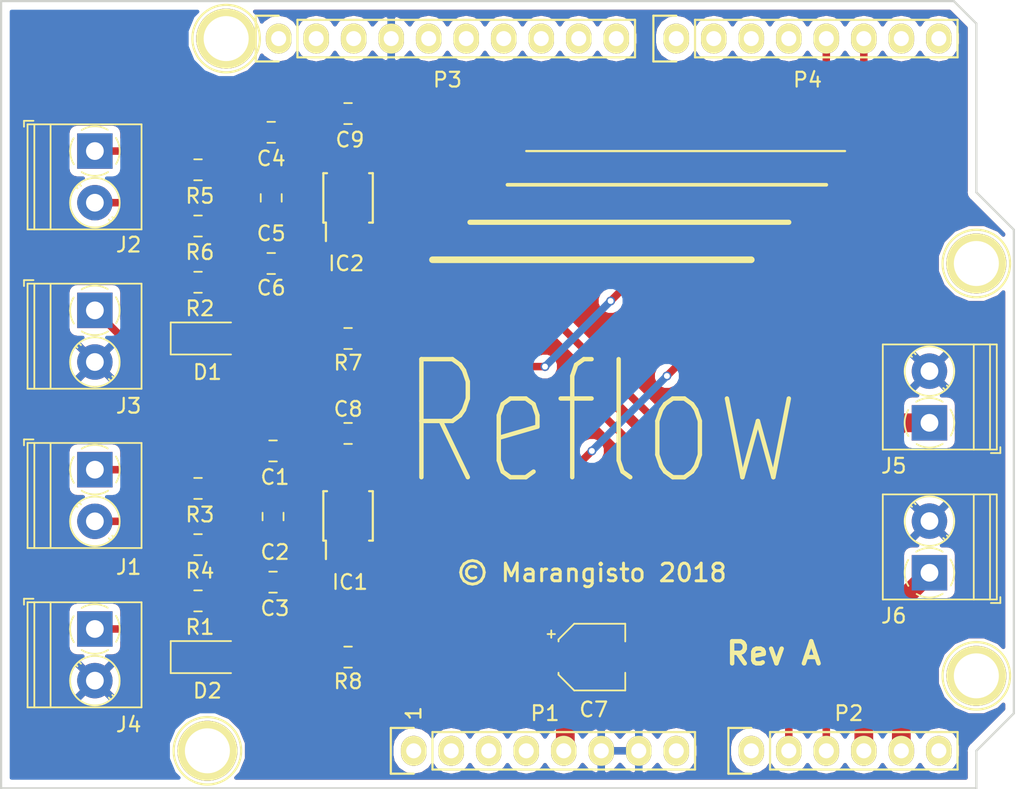
<source format=kicad_pcb>
(kicad_pcb (version 20171130) (host pcbnew "(5.0.0)")

  (general
    (thickness 1.6)
    (drawings 22)
    (tracks 124)
    (zones 0)
    (modules 35)
    (nets 47)
  )

  (page A4)
  (title_block
    (date "lun. 30 mars 2015")
  )

  (layers
    (0 F.Cu signal)
    (31 B.Cu signal)
    (32 B.Adhes user)
    (33 F.Adhes user)
    (34 B.Paste user)
    (35 F.Paste user)
    (36 B.SilkS user)
    (37 F.SilkS user)
    (38 B.Mask user)
    (39 F.Mask user)
    (40 Dwgs.User user)
    (41 Cmts.User user)
    (42 Eco1.User user)
    (43 Eco2.User user)
    (44 Edge.Cuts user)
    (45 Margin user)
    (46 B.CrtYd user)
    (47 F.CrtYd user)
    (48 B.Fab user)
    (49 F.Fab user)
  )

  (setup
    (last_trace_width 0.508)
    (user_trace_width 0.254)
    (user_trace_width 0.381)
    (user_trace_width 0.508)
    (user_trace_width 1.27)
    (trace_clearance 0.2)
    (zone_clearance 0.508)
    (zone_45_only no)
    (trace_min 0.2)
    (segment_width 0.15)
    (edge_width 0.15)
    (via_size 0.6)
    (via_drill 0.4)
    (via_min_size 0.4)
    (via_min_drill 0.3)
    (uvia_size 0.3)
    (uvia_drill 0.1)
    (uvias_allowed no)
    (uvia_min_size 0.2)
    (uvia_min_drill 0.1)
    (pcb_text_width 0.3)
    (pcb_text_size 1.5 1.5)
    (mod_edge_width 0.15)
    (mod_text_size 1 1)
    (mod_text_width 0.15)
    (pad_size 4.064 4.064)
    (pad_drill 3.048)
    (pad_to_mask_clearance 0)
    (aux_axis_origin 110.998 126.365)
    (grid_origin 110.998 126.365)
    (visible_elements 7FFFFFFF)
    (pcbplotparams
      (layerselection 0x010f0_ffffffff)
      (usegerberextensions false)
      (usegerberattributes false)
      (usegerberadvancedattributes false)
      (creategerberjobfile false)
      (excludeedgelayer true)
      (linewidth 0.100000)
      (plotframeref false)
      (viasonmask false)
      (mode 1)
      (useauxorigin true)
      (hpglpennumber 1)
      (hpglpenspeed 20)
      (hpglpendiameter 15.000000)
      (psnegative false)
      (psa4output false)
      (plotreference true)
      (plotvalue true)
      (plotinvisibletext false)
      (padsonsilk false)
      (subtractmaskfromsilk false)
      (outputformat 1)
      (mirror false)
      (drillshape 0)
      (scaleselection 1)
      (outputdirectory "Gerber/"))
  )

  (net 0 "")
  (net 1 /IOREF)
  (net 2 /Reset)
  (net 3 +5V)
  (net 4 /Vin)
  (net 5 /A0)
  (net 6 /AREF)
  (net 7 "/A5(SCL)")
  (net 8 "/9(**)")
  (net 9 /8)
  (net 10 /7)
  (net 11 "/6(**)")
  (net 12 "/5(**)")
  (net 13 /4)
  (net 14 "/1(Tx)")
  (net 15 "/0(Rx)")
  (net 16 "Net-(P5-Pad1)")
  (net 17 "Net-(P6-Pad1)")
  (net 18 "Net-(P7-Pad1)")
  (net 19 "Net-(P8-Pad1)")
  (net 20 "/13(SCK)")
  (net 21 "/10(**/SS)")
  (net 22 "Net-(P1-Pad1)")
  (net 23 +3V3)
  (net 24 "/12(MISO)")
  (net 25 "/11(**/MOSI)")
  (net 26 A4)
  (net 27 A3)
  (net 28 D3)
  (net 29 D2)
  (net 30 "Net-(J2-Pad1)")
  (net 31 "Net-(J2-Pad2)")
  (net 32 "Net-(J1-Pad2)")
  (net 33 "Net-(J1-Pad1)")
  (net 34 A1)
  (net 35 A2)
  (net 36 "Net-(C2-Pad2)")
  (net 37 "Net-(D2-Pad2)")
  (net 38 "Net-(C1-Pad2)")
  (net 39 "Net-(C4-Pad2)")
  (net 40 "Net-(C5-Pad2)")
  (net 41 "Net-(D1-Pad2)")
  (net 42 "Net-(IC2-Pad4)")
  (net 43 "Net-(IC1-Pad4)")
  (net 44 GND)
  (net 45 "/A4(SDA)")
  (net 46 "Net-(P2-Pad6)")

  (net_class Default "This is the default net class."
    (clearance 0.2)
    (trace_width 0.25)
    (via_dia 0.6)
    (via_drill 0.4)
    (uvia_dia 0.3)
    (uvia_drill 0.1)
    (add_net +3V3)
    (add_net +5V)
    (add_net "/0(Rx)")
    (add_net "/1(Tx)")
    (add_net "/10(**/SS)")
    (add_net "/11(**/MOSI)")
    (add_net "/12(MISO)")
    (add_net "/13(SCK)")
    (add_net /4)
    (add_net "/5(**)")
    (add_net "/6(**)")
    (add_net /7)
    (add_net /8)
    (add_net "/9(**)")
    (add_net /A0)
    (add_net "/A4(SDA)")
    (add_net "/A5(SCL)")
    (add_net /AREF)
    (add_net /IOREF)
    (add_net /Reset)
    (add_net /Vin)
    (add_net A1)
    (add_net A2)
    (add_net A3)
    (add_net A4)
    (add_net D2)
    (add_net D3)
    (add_net GND)
    (add_net "Net-(C1-Pad2)")
    (add_net "Net-(C2-Pad2)")
    (add_net "Net-(C4-Pad2)")
    (add_net "Net-(C5-Pad2)")
    (add_net "Net-(D1-Pad2)")
    (add_net "Net-(D2-Pad2)")
    (add_net "Net-(IC1-Pad4)")
    (add_net "Net-(IC2-Pad4)")
    (add_net "Net-(J1-Pad1)")
    (add_net "Net-(J1-Pad2)")
    (add_net "Net-(J2-Pad1)")
    (add_net "Net-(J2-Pad2)")
    (add_net "Net-(P1-Pad1)")
    (add_net "Net-(P2-Pad6)")
    (add_net "Net-(P5-Pad1)")
    (add_net "Net-(P6-Pad1)")
    (add_net "Net-(P7-Pad1)")
    (add_net "Net-(P8-Pad1)")
  )

  (module Capacitor_SMD:CP_Elec_4x5.8 (layer F.Cu) (tedit 5B3026A2) (tstamp 5B7FB374)
    (at 151.003 117.475)
    (descr "SMT capacitor, aluminium electrolytic, 4x5.8, Panasonic ")
    (tags "Capacitor Electrolytic")
    (path /5B71AAE6)
    (attr smd)
    (fp_text reference C7 (at 0.127 3.556) (layer F.SilkS)
      (effects (font (size 1 1) (thickness 0.15)))
    )
    (fp_text value 10u (at 0 3.2) (layer F.Fab)
      (effects (font (size 1 1) (thickness 0.15)))
    )
    (fp_circle (center 0 0) (end 2 0) (layer F.Fab) (width 0.1))
    (fp_line (start 2.15 -2.15) (end 2.15 2.15) (layer F.Fab) (width 0.1))
    (fp_line (start -1.15 -2.15) (end 2.15 -2.15) (layer F.Fab) (width 0.1))
    (fp_line (start -1.15 2.15) (end 2.15 2.15) (layer F.Fab) (width 0.1))
    (fp_line (start -2.15 -1.15) (end -2.15 1.15) (layer F.Fab) (width 0.1))
    (fp_line (start -2.15 -1.15) (end -1.15 -2.15) (layer F.Fab) (width 0.1))
    (fp_line (start -2.15 1.15) (end -1.15 2.15) (layer F.Fab) (width 0.1))
    (fp_line (start -1.574773 -1) (end -1.174773 -1) (layer F.Fab) (width 0.1))
    (fp_line (start -1.374773 -1.2) (end -1.374773 -0.8) (layer F.Fab) (width 0.1))
    (fp_line (start 2.26 2.26) (end 2.26 1.06) (layer F.SilkS) (width 0.12))
    (fp_line (start 2.26 -2.26) (end 2.26 -1.06) (layer F.SilkS) (width 0.12))
    (fp_line (start -1.195563 -2.26) (end 2.26 -2.26) (layer F.SilkS) (width 0.12))
    (fp_line (start -1.195563 2.26) (end 2.26 2.26) (layer F.SilkS) (width 0.12))
    (fp_line (start -2.26 1.195563) (end -2.26 1.06) (layer F.SilkS) (width 0.12))
    (fp_line (start -2.26 -1.195563) (end -2.26 -1.06) (layer F.SilkS) (width 0.12))
    (fp_line (start -2.26 -1.195563) (end -1.195563 -2.26) (layer F.SilkS) (width 0.12))
    (fp_line (start -2.26 1.195563) (end -1.195563 2.26) (layer F.SilkS) (width 0.12))
    (fp_line (start -3 -1.56) (end -2.5 -1.56) (layer F.SilkS) (width 0.12))
    (fp_line (start -2.75 -1.81) (end -2.75 -1.31) (layer F.SilkS) (width 0.12))
    (fp_line (start 2.4 -2.4) (end 2.4 -1.05) (layer F.CrtYd) (width 0.05))
    (fp_line (start 2.4 -1.05) (end 3.35 -1.05) (layer F.CrtYd) (width 0.05))
    (fp_line (start 3.35 -1.05) (end 3.35 1.05) (layer F.CrtYd) (width 0.05))
    (fp_line (start 3.35 1.05) (end 2.4 1.05) (layer F.CrtYd) (width 0.05))
    (fp_line (start 2.4 1.05) (end 2.4 2.4) (layer F.CrtYd) (width 0.05))
    (fp_line (start -1.25 2.4) (end 2.4 2.4) (layer F.CrtYd) (width 0.05))
    (fp_line (start -1.25 -2.4) (end 2.4 -2.4) (layer F.CrtYd) (width 0.05))
    (fp_line (start -2.4 1.25) (end -1.25 2.4) (layer F.CrtYd) (width 0.05))
    (fp_line (start -2.4 -1.25) (end -1.25 -2.4) (layer F.CrtYd) (width 0.05))
    (fp_line (start -2.4 -1.25) (end -2.4 -1.05) (layer F.CrtYd) (width 0.05))
    (fp_line (start -2.4 1.05) (end -2.4 1.25) (layer F.CrtYd) (width 0.05))
    (fp_line (start -2.4 -1.05) (end -3.35 -1.05) (layer F.CrtYd) (width 0.05))
    (fp_line (start -3.35 -1.05) (end -3.35 1.05) (layer F.CrtYd) (width 0.05))
    (fp_line (start -3.35 1.05) (end -2.4 1.05) (layer F.CrtYd) (width 0.05))
    (fp_text user %R (at 0 0) (layer F.Fab)
      (effects (font (size 0.8 0.8) (thickness 0.12)))
    )
    (pad 1 smd rect (at -1.8 0) (size 2.6 1.6) (layers F.Cu F.Paste F.Mask)
      (net 3 +5V))
    (pad 2 smd rect (at 1.8 0) (size 2.6 1.6) (layers F.Cu F.Paste F.Mask)
      (net 44 GND))
    (model ${KISYS3DMOD}/Capacitor_SMD.3dshapes/CP_Elec_4x5.8.wrl
      (at (xyz 0 0 0))
      (scale (xyz 1 1 1))
      (rotate (xyz 0 0 0))
    )
  )

  (module Capacitor_SMD:C_0805_2012Metric (layer F.Cu) (tedit 5B36C52B) (tstamp 5B7302E2)
    (at 129.413 103.505)
    (descr "Capacitor SMD 0805 (2012 Metric), square (rectangular) end terminal, IPC_7351 nominal, (Body size source: https://docs.google.com/spreadsheets/d/1BsfQQcO9C6DZCsRaXUlFlo91Tg2WpOkGARC1WS5S8t0/edit?usp=sharing), generated with kicad-footprint-generator")
    (tags capacitor)
    (path /5B71B44E)
    (attr smd)
    (fp_text reference C1 (at 0.127 1.778) (layer F.SilkS)
      (effects (font (size 1 1) (thickness 0.15)))
    )
    (fp_text value 100n (at 0 1.65) (layer F.Fab)
      (effects (font (size 1 1) (thickness 0.15)))
    )
    (fp_text user %R (at 0 0) (layer F.Fab)
      (effects (font (size 0.5 0.5) (thickness 0.08)))
    )
    (fp_line (start 1.68 0.95) (end -1.68 0.95) (layer F.CrtYd) (width 0.05))
    (fp_line (start 1.68 -0.95) (end 1.68 0.95) (layer F.CrtYd) (width 0.05))
    (fp_line (start -1.68 -0.95) (end 1.68 -0.95) (layer F.CrtYd) (width 0.05))
    (fp_line (start -1.68 0.95) (end -1.68 -0.95) (layer F.CrtYd) (width 0.05))
    (fp_line (start -0.258578 0.71) (end 0.258578 0.71) (layer F.SilkS) (width 0.12))
    (fp_line (start -0.258578 -0.71) (end 0.258578 -0.71) (layer F.SilkS) (width 0.12))
    (fp_line (start 1 0.6) (end -1 0.6) (layer F.Fab) (width 0.1))
    (fp_line (start 1 -0.6) (end 1 0.6) (layer F.Fab) (width 0.1))
    (fp_line (start -1 -0.6) (end 1 -0.6) (layer F.Fab) (width 0.1))
    (fp_line (start -1 0.6) (end -1 -0.6) (layer F.Fab) (width 0.1))
    (pad 2 smd roundrect (at 0.9375 0) (size 0.975 1.4) (layers F.Cu F.Paste F.Mask) (roundrect_rratio 0.25)
      (net 38 "Net-(C1-Pad2)"))
    (pad 1 smd roundrect (at -0.9375 0) (size 0.975 1.4) (layers F.Cu F.Paste F.Mask) (roundrect_rratio 0.25)
      (net 44 GND))
    (model ${KISYS3DMOD}/Capacitor_SMD.3dshapes/C_0805_2012Metric.wrl
      (at (xyz 0 0 0))
      (scale (xyz 1 1 1))
      (rotate (xyz 0 0 0))
    )
  )

  (module Capacitor_SMD:C_0805_2012Metric (layer F.Cu) (tedit 5B36C52B) (tstamp 5B7302B2)
    (at 129.413 107.95 270)
    (descr "Capacitor SMD 0805 (2012 Metric), square (rectangular) end terminal, IPC_7351 nominal, (Body size source: https://docs.google.com/spreadsheets/d/1BsfQQcO9C6DZCsRaXUlFlo91Tg2WpOkGARC1WS5S8t0/edit?usp=sharing), generated with kicad-footprint-generator")
    (tags capacitor)
    (path /5B71B34E)
    (attr smd)
    (fp_text reference C2 (at 2.413 -0.127) (layer F.SilkS)
      (effects (font (size 1 1) (thickness 0.15)))
    )
    (fp_text value 100n (at 0 1.65 270) (layer F.Fab)
      (effects (font (size 1 1) (thickness 0.15)))
    )
    (fp_line (start -1 0.6) (end -1 -0.6) (layer F.Fab) (width 0.1))
    (fp_line (start -1 -0.6) (end 1 -0.6) (layer F.Fab) (width 0.1))
    (fp_line (start 1 -0.6) (end 1 0.6) (layer F.Fab) (width 0.1))
    (fp_line (start 1 0.6) (end -1 0.6) (layer F.Fab) (width 0.1))
    (fp_line (start -0.258578 -0.71) (end 0.258578 -0.71) (layer F.SilkS) (width 0.12))
    (fp_line (start -0.258578 0.71) (end 0.258578 0.71) (layer F.SilkS) (width 0.12))
    (fp_line (start -1.68 0.95) (end -1.68 -0.95) (layer F.CrtYd) (width 0.05))
    (fp_line (start -1.68 -0.95) (end 1.68 -0.95) (layer F.CrtYd) (width 0.05))
    (fp_line (start 1.68 -0.95) (end 1.68 0.95) (layer F.CrtYd) (width 0.05))
    (fp_line (start 1.68 0.95) (end -1.68 0.95) (layer F.CrtYd) (width 0.05))
    (fp_text user %R (at 0 0 270) (layer F.Fab)
      (effects (font (size 0.5 0.5) (thickness 0.08)))
    )
    (pad 1 smd roundrect (at -0.9375 0 270) (size 0.975 1.4) (layers F.Cu F.Paste F.Mask) (roundrect_rratio 0.25)
      (net 38 "Net-(C1-Pad2)"))
    (pad 2 smd roundrect (at 0.9375 0 270) (size 0.975 1.4) (layers F.Cu F.Paste F.Mask) (roundrect_rratio 0.25)
      (net 36 "Net-(C2-Pad2)"))
    (model ${KISYS3DMOD}/Capacitor_SMD.3dshapes/C_0805_2012Metric.wrl
      (at (xyz 0 0 0))
      (scale (xyz 1 1 1))
      (rotate (xyz 0 0 0))
    )
  )

  (module Capacitor_SMD:C_0805_2012Metric (layer F.Cu) (tedit 5B36C52B) (tstamp 5B730312)
    (at 129.413 112.395 180)
    (descr "Capacitor SMD 0805 (2012 Metric), square (rectangular) end terminal, IPC_7351 nominal, (Body size source: https://docs.google.com/spreadsheets/d/1BsfQQcO9C6DZCsRaXUlFlo91Tg2WpOkGARC1WS5S8t0/edit?usp=sharing), generated with kicad-footprint-generator")
    (tags capacitor)
    (path /5B71B407)
    (attr smd)
    (fp_text reference C3 (at -0.127 -1.778 180) (layer F.SilkS)
      (effects (font (size 1 1) (thickness 0.15)))
    )
    (fp_text value 100n (at 0 1.65 180) (layer F.Fab)
      (effects (font (size 1 1) (thickness 0.15)))
    )
    (fp_text user %R (at 0 0 180) (layer F.Fab)
      (effects (font (size 0.5 0.5) (thickness 0.08)))
    )
    (fp_line (start 1.68 0.95) (end -1.68 0.95) (layer F.CrtYd) (width 0.05))
    (fp_line (start 1.68 -0.95) (end 1.68 0.95) (layer F.CrtYd) (width 0.05))
    (fp_line (start -1.68 -0.95) (end 1.68 -0.95) (layer F.CrtYd) (width 0.05))
    (fp_line (start -1.68 0.95) (end -1.68 -0.95) (layer F.CrtYd) (width 0.05))
    (fp_line (start -0.258578 0.71) (end 0.258578 0.71) (layer F.SilkS) (width 0.12))
    (fp_line (start -0.258578 -0.71) (end 0.258578 -0.71) (layer F.SilkS) (width 0.12))
    (fp_line (start 1 0.6) (end -1 0.6) (layer F.Fab) (width 0.1))
    (fp_line (start 1 -0.6) (end 1 0.6) (layer F.Fab) (width 0.1))
    (fp_line (start -1 -0.6) (end 1 -0.6) (layer F.Fab) (width 0.1))
    (fp_line (start -1 0.6) (end -1 -0.6) (layer F.Fab) (width 0.1))
    (pad 2 smd roundrect (at 0.9375 0 180) (size 0.975 1.4) (layers F.Cu F.Paste F.Mask) (roundrect_rratio 0.25)
      (net 44 GND))
    (pad 1 smd roundrect (at -0.9375 0 180) (size 0.975 1.4) (layers F.Cu F.Paste F.Mask) (roundrect_rratio 0.25)
      (net 36 "Net-(C2-Pad2)"))
    (model ${KISYS3DMOD}/Capacitor_SMD.3dshapes/C_0805_2012Metric.wrl
      (at (xyz 0 0 0))
      (scale (xyz 1 1 1))
      (rotate (xyz 0 0 0))
    )
  )

  (module Capacitor_SMD:C_0805_2012Metric (layer F.Cu) (tedit 5B36C52B) (tstamp 5B7FB319)
    (at 129.288761 81.915)
    (descr "Capacitor SMD 0805 (2012 Metric), square (rectangular) end terminal, IPC_7351 nominal, (Body size source: https://docs.google.com/spreadsheets/d/1BsfQQcO9C6DZCsRaXUlFlo91Tg2WpOkGARC1WS5S8t0/edit?usp=sharing), generated with kicad-footprint-generator")
    (tags capacitor)
    (path /5B73A93A)
    (attr smd)
    (fp_text reference C4 (at -0.002761 1.778) (layer F.SilkS)
      (effects (font (size 1 1) (thickness 0.15)))
    )
    (fp_text value 100n (at 0 1.65) (layer F.Fab)
      (effects (font (size 1 1) (thickness 0.15)))
    )
    (fp_line (start -1 0.6) (end -1 -0.6) (layer F.Fab) (width 0.1))
    (fp_line (start -1 -0.6) (end 1 -0.6) (layer F.Fab) (width 0.1))
    (fp_line (start 1 -0.6) (end 1 0.6) (layer F.Fab) (width 0.1))
    (fp_line (start 1 0.6) (end -1 0.6) (layer F.Fab) (width 0.1))
    (fp_line (start -0.258578 -0.71) (end 0.258578 -0.71) (layer F.SilkS) (width 0.12))
    (fp_line (start -0.258578 0.71) (end 0.258578 0.71) (layer F.SilkS) (width 0.12))
    (fp_line (start -1.68 0.95) (end -1.68 -0.95) (layer F.CrtYd) (width 0.05))
    (fp_line (start -1.68 -0.95) (end 1.68 -0.95) (layer F.CrtYd) (width 0.05))
    (fp_line (start 1.68 -0.95) (end 1.68 0.95) (layer F.CrtYd) (width 0.05))
    (fp_line (start 1.68 0.95) (end -1.68 0.95) (layer F.CrtYd) (width 0.05))
    (fp_text user %R (at 0 0) (layer F.Fab)
      (effects (font (size 0.5 0.5) (thickness 0.08)))
    )
    (pad 1 smd roundrect (at -0.9375 0) (size 0.975 1.4) (layers F.Cu F.Paste F.Mask) (roundrect_rratio 0.25)
      (net 44 GND))
    (pad 2 smd roundrect (at 0.9375 0) (size 0.975 1.4) (layers F.Cu F.Paste F.Mask) (roundrect_rratio 0.25)
      (net 39 "Net-(C4-Pad2)"))
    (model ${KISYS3DMOD}/Capacitor_SMD.3dshapes/C_0805_2012Metric.wrl
      (at (xyz 0 0 0))
      (scale (xyz 1 1 1))
      (rotate (xyz 0 0 0))
    )
  )

  (module Capacitor_SMD:C_0805_2012Metric (layer F.Cu) (tedit 5B36C52B) (tstamp 5B730A8F)
    (at 129.288761 86.36 270)
    (descr "Capacitor SMD 0805 (2012 Metric), square (rectangular) end terminal, IPC_7351 nominal, (Body size source: https://docs.google.com/spreadsheets/d/1BsfQQcO9C6DZCsRaXUlFlo91Tg2WpOkGARC1WS5S8t0/edit?usp=sharing), generated with kicad-footprint-generator")
    (tags capacitor)
    (path /5B73A92C)
    (attr smd)
    (fp_text reference C5 (at 2.413 0.002761) (layer F.SilkS)
      (effects (font (size 1 1) (thickness 0.15)))
    )
    (fp_text value 100n (at 0 1.65 270) (layer F.Fab)
      (effects (font (size 1 1) (thickness 0.15)))
    )
    (fp_text user %R (at 0 0 270) (layer F.Fab)
      (effects (font (size 0.5 0.5) (thickness 0.08)))
    )
    (fp_line (start 1.68 0.95) (end -1.68 0.95) (layer F.CrtYd) (width 0.05))
    (fp_line (start 1.68 -0.95) (end 1.68 0.95) (layer F.CrtYd) (width 0.05))
    (fp_line (start -1.68 -0.95) (end 1.68 -0.95) (layer F.CrtYd) (width 0.05))
    (fp_line (start -1.68 0.95) (end -1.68 -0.95) (layer F.CrtYd) (width 0.05))
    (fp_line (start -0.258578 0.71) (end 0.258578 0.71) (layer F.SilkS) (width 0.12))
    (fp_line (start -0.258578 -0.71) (end 0.258578 -0.71) (layer F.SilkS) (width 0.12))
    (fp_line (start 1 0.6) (end -1 0.6) (layer F.Fab) (width 0.1))
    (fp_line (start 1 -0.6) (end 1 0.6) (layer F.Fab) (width 0.1))
    (fp_line (start -1 -0.6) (end 1 -0.6) (layer F.Fab) (width 0.1))
    (fp_line (start -1 0.6) (end -1 -0.6) (layer F.Fab) (width 0.1))
    (pad 2 smd roundrect (at 0.9375 0 270) (size 0.975 1.4) (layers F.Cu F.Paste F.Mask) (roundrect_rratio 0.25)
      (net 40 "Net-(C5-Pad2)"))
    (pad 1 smd roundrect (at -0.9375 0 270) (size 0.975 1.4) (layers F.Cu F.Paste F.Mask) (roundrect_rratio 0.25)
      (net 39 "Net-(C4-Pad2)"))
    (model ${KISYS3DMOD}/Capacitor_SMD.3dshapes/C_0805_2012Metric.wrl
      (at (xyz 0 0 0))
      (scale (xyz 1 1 1))
      (rotate (xyz 0 0 0))
    )
  )

  (module Capacitor_SMD:C_0805_2012Metric (layer F.Cu) (tedit 5B36C52B) (tstamp 5B7FB2F7)
    (at 129.288761 90.805 180)
    (descr "Capacitor SMD 0805 (2012 Metric), square (rectangular) end terminal, IPC_7351 nominal, (Body size source: https://docs.google.com/spreadsheets/d/1BsfQQcO9C6DZCsRaXUlFlo91Tg2WpOkGARC1WS5S8t0/edit?usp=sharing), generated with kicad-footprint-generator")
    (tags capacitor)
    (path /5B73A933)
    (attr smd)
    (fp_text reference C6 (at 0 -1.65 180) (layer F.SilkS)
      (effects (font (size 1 1) (thickness 0.15)))
    )
    (fp_text value 100n (at 0 1.65 180) (layer F.Fab)
      (effects (font (size 1 1) (thickness 0.15)))
    )
    (fp_line (start -1 0.6) (end -1 -0.6) (layer F.Fab) (width 0.1))
    (fp_line (start -1 -0.6) (end 1 -0.6) (layer F.Fab) (width 0.1))
    (fp_line (start 1 -0.6) (end 1 0.6) (layer F.Fab) (width 0.1))
    (fp_line (start 1 0.6) (end -1 0.6) (layer F.Fab) (width 0.1))
    (fp_line (start -0.258578 -0.71) (end 0.258578 -0.71) (layer F.SilkS) (width 0.12))
    (fp_line (start -0.258578 0.71) (end 0.258578 0.71) (layer F.SilkS) (width 0.12))
    (fp_line (start -1.68 0.95) (end -1.68 -0.95) (layer F.CrtYd) (width 0.05))
    (fp_line (start -1.68 -0.95) (end 1.68 -0.95) (layer F.CrtYd) (width 0.05))
    (fp_line (start 1.68 -0.95) (end 1.68 0.95) (layer F.CrtYd) (width 0.05))
    (fp_line (start 1.68 0.95) (end -1.68 0.95) (layer F.CrtYd) (width 0.05))
    (fp_text user %R (at 0 0 180) (layer F.Fab)
      (effects (font (size 0.5 0.5) (thickness 0.08)))
    )
    (pad 1 smd roundrect (at -0.9375 0 180) (size 0.975 1.4) (layers F.Cu F.Paste F.Mask) (roundrect_rratio 0.25)
      (net 40 "Net-(C5-Pad2)"))
    (pad 2 smd roundrect (at 0.9375 0 180) (size 0.975 1.4) (layers F.Cu F.Paste F.Mask) (roundrect_rratio 0.25)
      (net 44 GND))
    (model ${KISYS3DMOD}/Capacitor_SMD.3dshapes/C_0805_2012Metric.wrl
      (at (xyz 0 0 0))
      (scale (xyz 1 1 1))
      (rotate (xyz 0 0 0))
    )
  )

  (module Capacitor_SMD:C_0805_2012Metric (layer F.Cu) (tedit 5B36C52B) (tstamp 5B730342)
    (at 134.495761 102.319886)
    (descr "Capacitor SMD 0805 (2012 Metric), square (rectangular) end terminal, IPC_7351 nominal, (Body size source: https://docs.google.com/spreadsheets/d/1BsfQQcO9C6DZCsRaXUlFlo91Tg2WpOkGARC1WS5S8t0/edit?usp=sharing), generated with kicad-footprint-generator")
    (tags capacitor)
    (path /5B71AA40)
    (attr smd)
    (fp_text reference C8 (at 0 -1.65) (layer F.SilkS)
      (effects (font (size 1 1) (thickness 0.15)))
    )
    (fp_text value 100n (at 0 1.65) (layer F.Fab)
      (effects (font (size 1 1) (thickness 0.15)))
    )
    (fp_text user %R (at 0 0) (layer F.Fab)
      (effects (font (size 0.5 0.5) (thickness 0.08)))
    )
    (fp_line (start 1.68 0.95) (end -1.68 0.95) (layer F.CrtYd) (width 0.05))
    (fp_line (start 1.68 -0.95) (end 1.68 0.95) (layer F.CrtYd) (width 0.05))
    (fp_line (start -1.68 -0.95) (end 1.68 -0.95) (layer F.CrtYd) (width 0.05))
    (fp_line (start -1.68 0.95) (end -1.68 -0.95) (layer F.CrtYd) (width 0.05))
    (fp_line (start -0.258578 0.71) (end 0.258578 0.71) (layer F.SilkS) (width 0.12))
    (fp_line (start -0.258578 -0.71) (end 0.258578 -0.71) (layer F.SilkS) (width 0.12))
    (fp_line (start 1 0.6) (end -1 0.6) (layer F.Fab) (width 0.1))
    (fp_line (start 1 -0.6) (end 1 0.6) (layer F.Fab) (width 0.1))
    (fp_line (start -1 -0.6) (end 1 -0.6) (layer F.Fab) (width 0.1))
    (fp_line (start -1 0.6) (end -1 -0.6) (layer F.Fab) (width 0.1))
    (pad 2 smd roundrect (at 0.9375 0) (size 0.975 1.4) (layers F.Cu F.Paste F.Mask) (roundrect_rratio 0.25)
      (net 44 GND))
    (pad 1 smd roundrect (at -0.9375 0) (size 0.975 1.4) (layers F.Cu F.Paste F.Mask) (roundrect_rratio 0.25)
      (net 3 +5V))
    (model ${KISYS3DMOD}/Capacitor_SMD.3dshapes/C_0805_2012Metric.wrl
      (at (xyz 0 0 0))
      (scale (xyz 1 1 1))
      (rotate (xyz 0 0 0))
    )
  )

  (module Capacitor_SMD:C_0805_2012Metric (layer F.Cu) (tedit 5B36C52B) (tstamp 5B7FB2D5)
    (at 134.493 80.645)
    (descr "Capacitor SMD 0805 (2012 Metric), square (rectangular) end terminal, IPC_7351 nominal, (Body size source: https://docs.google.com/spreadsheets/d/1BsfQQcO9C6DZCsRaXUlFlo91Tg2WpOkGARC1WS5S8t0/edit?usp=sharing), generated with kicad-footprint-generator")
    (tags capacitor)
    (path /5B7382E5)
    (attr smd)
    (fp_text reference C9 (at 0.127 1.778) (layer F.SilkS)
      (effects (font (size 1 1) (thickness 0.15)))
    )
    (fp_text value 100n (at 0 1.65) (layer F.Fab)
      (effects (font (size 1 1) (thickness 0.15)))
    )
    (fp_line (start -1 0.6) (end -1 -0.6) (layer F.Fab) (width 0.1))
    (fp_line (start -1 -0.6) (end 1 -0.6) (layer F.Fab) (width 0.1))
    (fp_line (start 1 -0.6) (end 1 0.6) (layer F.Fab) (width 0.1))
    (fp_line (start 1 0.6) (end -1 0.6) (layer F.Fab) (width 0.1))
    (fp_line (start -0.258578 -0.71) (end 0.258578 -0.71) (layer F.SilkS) (width 0.12))
    (fp_line (start -0.258578 0.71) (end 0.258578 0.71) (layer F.SilkS) (width 0.12))
    (fp_line (start -1.68 0.95) (end -1.68 -0.95) (layer F.CrtYd) (width 0.05))
    (fp_line (start -1.68 -0.95) (end 1.68 -0.95) (layer F.CrtYd) (width 0.05))
    (fp_line (start 1.68 -0.95) (end 1.68 0.95) (layer F.CrtYd) (width 0.05))
    (fp_line (start 1.68 0.95) (end -1.68 0.95) (layer F.CrtYd) (width 0.05))
    (fp_text user %R (at 0 0) (layer F.Fab)
      (effects (font (size 0.5 0.5) (thickness 0.08)))
    )
    (pad 1 smd roundrect (at -0.9375 0) (size 0.975 1.4) (layers F.Cu F.Paste F.Mask) (roundrect_rratio 0.25)
      (net 3 +5V))
    (pad 2 smd roundrect (at 0.9375 0) (size 0.975 1.4) (layers F.Cu F.Paste F.Mask) (roundrect_rratio 0.25)
      (net 44 GND))
    (model ${KISYS3DMOD}/Capacitor_SMD.3dshapes/C_0805_2012Metric.wrl
      (at (xyz 0 0 0))
      (scale (xyz 1 1 1))
      (rotate (xyz 0 0 0))
    )
  )

  (module LED_SMD:LED_1206_3216Metric_Castellated (layer F.Cu) (tedit 5B301BBE) (tstamp 5B72F737)
    (at 124.968 95.885)
    (descr "LED SMD 1206 (3216 Metric), castellated end terminal, IPC_7351 nominal, (Body size source: http://www.tortai-tech.com/upload/download/2011102023233369053.pdf), generated with kicad-footprint-generator")
    (tags "LED castellated")
    (path /5B83D8A8)
    (attr smd)
    (fp_text reference D1 (at 0 2.286) (layer F.SilkS)
      (effects (font (size 1 1) (thickness 0.15)))
    )
    (fp_text value LED (at 0 1.78) (layer F.Fab)
      (effects (font (size 1 1) (thickness 0.15)))
    )
    (fp_text user %R (at 0 0) (layer F.Fab)
      (effects (font (size 0.8 0.8) (thickness 0.12)))
    )
    (fp_line (start 2.48 1.08) (end -2.48 1.08) (layer F.CrtYd) (width 0.05))
    (fp_line (start 2.48 -1.08) (end 2.48 1.08) (layer F.CrtYd) (width 0.05))
    (fp_line (start -2.48 -1.08) (end 2.48 -1.08) (layer F.CrtYd) (width 0.05))
    (fp_line (start -2.48 1.08) (end -2.48 -1.08) (layer F.CrtYd) (width 0.05))
    (fp_line (start -2.485 1.085) (end 1.6 1.085) (layer F.SilkS) (width 0.12))
    (fp_line (start -2.485 -1.085) (end -2.485 1.085) (layer F.SilkS) (width 0.12))
    (fp_line (start 1.6 -1.085) (end -2.485 -1.085) (layer F.SilkS) (width 0.12))
    (fp_line (start 1.6 0.8) (end 1.6 -0.8) (layer F.Fab) (width 0.1))
    (fp_line (start -1.6 0.8) (end 1.6 0.8) (layer F.Fab) (width 0.1))
    (fp_line (start -1.6 -0.4) (end -1.6 0.8) (layer F.Fab) (width 0.1))
    (fp_line (start -1.2 -0.8) (end -1.6 -0.4) (layer F.Fab) (width 0.1))
    (fp_line (start 1.6 -0.8) (end -1.2 -0.8) (layer F.Fab) (width 0.1))
    (pad 2 smd roundrect (at 1.425 0) (size 1.6 1.65) (layers F.Cu F.Paste F.Mask) (roundrect_rratio 0.15625)
      (net 41 "Net-(D1-Pad2)"))
    (pad 1 smd roundrect (at -1.425 0) (size 1.6 1.65) (layers F.Cu F.Paste F.Mask) (roundrect_rratio 0.15625)
      (net 44 GND))
    (model ${KISYS3DMOD}/LED_SMD.3dshapes/LED_1206_3216Metric_Castellated.wrl
      (at (xyz 0 0 0))
      (scale (xyz 1 1 1))
      (rotate (xyz 0 0 0))
    )
  )

  (module LED_SMD:LED_1206_3216Metric_Castellated (layer F.Cu) (tedit 5B301BBE) (tstamp 5B7309D5)
    (at 124.968 117.475)
    (descr "LED SMD 1206 (3216 Metric), castellated end terminal, IPC_7351 nominal, (Body size source: http://www.tortai-tech.com/upload/download/2011102023233369053.pdf), generated with kicad-footprint-generator")
    (tags "LED castellated")
    (path /5B8069C0)
    (attr smd)
    (fp_text reference D2 (at 0 2.286) (layer F.SilkS)
      (effects (font (size 1 1) (thickness 0.15)))
    )
    (fp_text value LED (at 0 1.78) (layer F.Fab)
      (effects (font (size 1 1) (thickness 0.15)))
    )
    (fp_line (start 1.6 -0.8) (end -1.2 -0.8) (layer F.Fab) (width 0.1))
    (fp_line (start -1.2 -0.8) (end -1.6 -0.4) (layer F.Fab) (width 0.1))
    (fp_line (start -1.6 -0.4) (end -1.6 0.8) (layer F.Fab) (width 0.1))
    (fp_line (start -1.6 0.8) (end 1.6 0.8) (layer F.Fab) (width 0.1))
    (fp_line (start 1.6 0.8) (end 1.6 -0.8) (layer F.Fab) (width 0.1))
    (fp_line (start 1.6 -1.085) (end -2.485 -1.085) (layer F.SilkS) (width 0.12))
    (fp_line (start -2.485 -1.085) (end -2.485 1.085) (layer F.SilkS) (width 0.12))
    (fp_line (start -2.485 1.085) (end 1.6 1.085) (layer F.SilkS) (width 0.12))
    (fp_line (start -2.48 1.08) (end -2.48 -1.08) (layer F.CrtYd) (width 0.05))
    (fp_line (start -2.48 -1.08) (end 2.48 -1.08) (layer F.CrtYd) (width 0.05))
    (fp_line (start 2.48 -1.08) (end 2.48 1.08) (layer F.CrtYd) (width 0.05))
    (fp_line (start 2.48 1.08) (end -2.48 1.08) (layer F.CrtYd) (width 0.05))
    (fp_text user %R (at 0 0) (layer F.Fab)
      (effects (font (size 0.8 0.8) (thickness 0.12)))
    )
    (pad 1 smd roundrect (at -1.425 0) (size 1.6 1.65) (layers F.Cu F.Paste F.Mask) (roundrect_rratio 0.15625)
      (net 44 GND))
    (pad 2 smd roundrect (at 1.425 0) (size 1.6 1.65) (layers F.Cu F.Paste F.Mask) (roundrect_rratio 0.15625)
      (net 37 "Net-(D2-Pad2)"))
    (model ${KISYS3DMOD}/LED_SMD.3dshapes/LED_1206_3216Metric_Castellated.wrl
      (at (xyz 0 0 0))
      (scale (xyz 1 1 1))
      (rotate (xyz 0 0 0))
    )
  )

  (module Package_SO:MSOP-8_3x3mm_P0.65mm (layer F.Cu) (tedit 5A02F25C) (tstamp 5B73037E)
    (at 134.493 107.907886 90)
    (descr "8-Lead Plastic Micro Small Outline Package (MS) [MSOP] (see Microchip Packaging Specification 00000049BS.pdf)")
    (tags "SSOP 0.65")
    (path /5B71A771)
    (attr smd)
    (fp_text reference IC1 (at -4.487114 0.127 180) (layer F.SilkS)
      (effects (font (size 1 1) (thickness 0.15)))
    )
    (fp_text value AD8495 (at 0 2.6 90) (layer F.Fab)
      (effects (font (size 1 1) (thickness 0.15)))
    )
    (fp_text user %R (at 0 0 90) (layer F.Fab)
      (effects (font (size 0.6 0.6) (thickness 0.15)))
    )
    (fp_line (start -1.675 -1.5) (end -2.925 -1.5) (layer F.SilkS) (width 0.15))
    (fp_line (start -1.675 1.675) (end 1.675 1.675) (layer F.SilkS) (width 0.15))
    (fp_line (start -1.675 -1.675) (end 1.675 -1.675) (layer F.SilkS) (width 0.15))
    (fp_line (start -1.675 1.675) (end -1.675 1.425) (layer F.SilkS) (width 0.15))
    (fp_line (start 1.675 1.675) (end 1.675 1.425) (layer F.SilkS) (width 0.15))
    (fp_line (start 1.675 -1.675) (end 1.675 -1.425) (layer F.SilkS) (width 0.15))
    (fp_line (start -1.675 -1.675) (end -1.675 -1.5) (layer F.SilkS) (width 0.15))
    (fp_line (start -3.2 1.85) (end 3.2 1.85) (layer F.CrtYd) (width 0.05))
    (fp_line (start -3.2 -1.85) (end 3.2 -1.85) (layer F.CrtYd) (width 0.05))
    (fp_line (start 3.2 -1.85) (end 3.2 1.85) (layer F.CrtYd) (width 0.05))
    (fp_line (start -3.2 -1.85) (end -3.2 1.85) (layer F.CrtYd) (width 0.05))
    (fp_line (start -1.5 -0.5) (end -0.5 -1.5) (layer F.Fab) (width 0.15))
    (fp_line (start -1.5 1.5) (end -1.5 -0.5) (layer F.Fab) (width 0.15))
    (fp_line (start 1.5 1.5) (end -1.5 1.5) (layer F.Fab) (width 0.15))
    (fp_line (start 1.5 -1.5) (end 1.5 1.5) (layer F.Fab) (width 0.15))
    (fp_line (start -0.5 -1.5) (end 1.5 -1.5) (layer F.Fab) (width 0.15))
    (pad 8 smd rect (at 2.2 -0.975 90) (size 1.45 0.45) (layers F.Cu F.Paste F.Mask)
      (net 38 "Net-(C1-Pad2)"))
    (pad 7 smd rect (at 2.2 -0.325 90) (size 1.45 0.45) (layers F.Cu F.Paste F.Mask)
      (net 3 +5V))
    (pad 6 smd rect (at 2.2 0.325 90) (size 1.45 0.45) (layers F.Cu F.Paste F.Mask)
      (net 34 A1))
    (pad 5 smd rect (at 2.2 0.975 90) (size 1.45 0.45) (layers F.Cu F.Paste F.Mask)
      (net 34 A1))
    (pad 4 smd rect (at -2.2 0.975 90) (size 1.45 0.45) (layers F.Cu F.Paste F.Mask)
      (net 43 "Net-(IC1-Pad4)"))
    (pad 3 smd rect (at -2.2 0.325 90) (size 1.45 0.45) (layers F.Cu F.Paste F.Mask)
      (net 44 GND))
    (pad 2 smd rect (at -2.2 -0.325 90) (size 1.45 0.45) (layers F.Cu F.Paste F.Mask)
      (net 44 GND))
    (pad 1 smd rect (at -2.2 -0.975 90) (size 1.45 0.45) (layers F.Cu F.Paste F.Mask)
      (net 36 "Net-(C2-Pad2)"))
    (model ${KISYS3DMOD}/Package_SO.3dshapes/MSOP-8_3x3mm_P0.65mm.wrl
      (at (xyz 0 0 0))
      (scale (xyz 1 1 1))
      (rotate (xyz 0 0 0))
    )
  )

  (module Package_SO:MSOP-8_3x3mm_P0.65mm (layer F.Cu) (tedit 5A02F25C) (tstamp 5B7FB281)
    (at 134.493 86.36 90)
    (descr "8-Lead Plastic Micro Small Outline Package (MS) [MSOP] (see Microchip Packaging Specification 00000049BS.pdf)")
    (tags "SSOP 0.65")
    (path /5B73A8F9)
    (attr smd)
    (fp_text reference IC2 (at -4.445 -0.127 180) (layer F.SilkS)
      (effects (font (size 1 1) (thickness 0.15)))
    )
    (fp_text value AD8495 (at 0 2.6 90) (layer F.Fab)
      (effects (font (size 1 1) (thickness 0.15)))
    )
    (fp_line (start -0.5 -1.5) (end 1.5 -1.5) (layer F.Fab) (width 0.15))
    (fp_line (start 1.5 -1.5) (end 1.5 1.5) (layer F.Fab) (width 0.15))
    (fp_line (start 1.5 1.5) (end -1.5 1.5) (layer F.Fab) (width 0.15))
    (fp_line (start -1.5 1.5) (end -1.5 -0.5) (layer F.Fab) (width 0.15))
    (fp_line (start -1.5 -0.5) (end -0.5 -1.5) (layer F.Fab) (width 0.15))
    (fp_line (start -3.2 -1.85) (end -3.2 1.85) (layer F.CrtYd) (width 0.05))
    (fp_line (start 3.2 -1.85) (end 3.2 1.85) (layer F.CrtYd) (width 0.05))
    (fp_line (start -3.2 -1.85) (end 3.2 -1.85) (layer F.CrtYd) (width 0.05))
    (fp_line (start -3.2 1.85) (end 3.2 1.85) (layer F.CrtYd) (width 0.05))
    (fp_line (start -1.675 -1.675) (end -1.675 -1.5) (layer F.SilkS) (width 0.15))
    (fp_line (start 1.675 -1.675) (end 1.675 -1.425) (layer F.SilkS) (width 0.15))
    (fp_line (start 1.675 1.675) (end 1.675 1.425) (layer F.SilkS) (width 0.15))
    (fp_line (start -1.675 1.675) (end -1.675 1.425) (layer F.SilkS) (width 0.15))
    (fp_line (start -1.675 -1.675) (end 1.675 -1.675) (layer F.SilkS) (width 0.15))
    (fp_line (start -1.675 1.675) (end 1.675 1.675) (layer F.SilkS) (width 0.15))
    (fp_line (start -1.675 -1.5) (end -2.925 -1.5) (layer F.SilkS) (width 0.15))
    (fp_text user %R (at 0 0 90) (layer F.Fab)
      (effects (font (size 0.6 0.6) (thickness 0.15)))
    )
    (pad 1 smd rect (at -2.2 -0.975 90) (size 1.45 0.45) (layers F.Cu F.Paste F.Mask)
      (net 40 "Net-(C5-Pad2)"))
    (pad 2 smd rect (at -2.2 -0.325 90) (size 1.45 0.45) (layers F.Cu F.Paste F.Mask)
      (net 44 GND))
    (pad 3 smd rect (at -2.2 0.325 90) (size 1.45 0.45) (layers F.Cu F.Paste F.Mask)
      (net 44 GND))
    (pad 4 smd rect (at -2.2 0.975 90) (size 1.45 0.45) (layers F.Cu F.Paste F.Mask)
      (net 42 "Net-(IC2-Pad4)"))
    (pad 5 smd rect (at 2.2 0.975 90) (size 1.45 0.45) (layers F.Cu F.Paste F.Mask)
      (net 35 A2))
    (pad 6 smd rect (at 2.2 0.325 90) (size 1.45 0.45) (layers F.Cu F.Paste F.Mask)
      (net 35 A2))
    (pad 7 smd rect (at 2.2 -0.325 90) (size 1.45 0.45) (layers F.Cu F.Paste F.Mask)
      (net 3 +5V))
    (pad 8 smd rect (at 2.2 -0.975 90) (size 1.45 0.45) (layers F.Cu F.Paste F.Mask)
      (net 39 "Net-(C4-Pad2)"))
    (model ${KISYS3DMOD}/Package_SO.3dshapes/MSOP-8_3x3mm_P0.65mm.wrl
      (at (xyz 0 0 0))
      (scale (xyz 1 1 1))
      (rotate (xyz 0 0 0))
    )
  )

  (module Resistor_SMD:R_0805_2012Metric (layer F.Cu) (tedit 5B36C52B) (tstamp 5B7FB264)
    (at 124.333 92.075)
    (descr "Resistor SMD 0805 (2012 Metric), square (rectangular) end terminal, IPC_7351 nominal, (Body size source: https://docs.google.com/spreadsheets/d/1BsfQQcO9C6DZCsRaXUlFlo91Tg2WpOkGARC1WS5S8t0/edit?usp=sharing), generated with kicad-footprint-generator")
    (tags resistor)
    (path /5B73A917)
    (attr smd)
    (fp_text reference R2 (at 0.127 1.778) (layer F.SilkS)
      (effects (font (size 1 1) (thickness 0.15)))
    )
    (fp_text value 1M (at 0 1.65) (layer F.Fab)
      (effects (font (size 1 1) (thickness 0.15)))
    )
    (fp_text user %R (at 0 0) (layer F.Fab)
      (effects (font (size 0.5 0.5) (thickness 0.08)))
    )
    (fp_line (start 1.68 0.95) (end -1.68 0.95) (layer F.CrtYd) (width 0.05))
    (fp_line (start 1.68 -0.95) (end 1.68 0.95) (layer F.CrtYd) (width 0.05))
    (fp_line (start -1.68 -0.95) (end 1.68 -0.95) (layer F.CrtYd) (width 0.05))
    (fp_line (start -1.68 0.95) (end -1.68 -0.95) (layer F.CrtYd) (width 0.05))
    (fp_line (start -0.258578 0.71) (end 0.258578 0.71) (layer F.SilkS) (width 0.12))
    (fp_line (start -0.258578 -0.71) (end 0.258578 -0.71) (layer F.SilkS) (width 0.12))
    (fp_line (start 1 0.6) (end -1 0.6) (layer F.Fab) (width 0.1))
    (fp_line (start 1 -0.6) (end 1 0.6) (layer F.Fab) (width 0.1))
    (fp_line (start -1 -0.6) (end 1 -0.6) (layer F.Fab) (width 0.1))
    (fp_line (start -1 0.6) (end -1 -0.6) (layer F.Fab) (width 0.1))
    (pad 2 smd roundrect (at 0.9375 0) (size 0.975 1.4) (layers F.Cu F.Paste F.Mask) (roundrect_rratio 0.25)
      (net 44 GND))
    (pad 1 smd roundrect (at -0.9375 0) (size 0.975 1.4) (layers F.Cu F.Paste F.Mask) (roundrect_rratio 0.25)
      (net 31 "Net-(J2-Pad2)"))
    (model ${KISYS3DMOD}/Resistor_SMD.3dshapes/R_0805_2012Metric.wrl
      (at (xyz 0 0 0))
      (scale (xyz 1 1 1))
      (rotate (xyz 0 0 0))
    )
  )

  (module Resistor_SMD:R_0805_2012Metric (layer F.Cu) (tedit 5B36C52B) (tstamp 5B72F705)
    (at 134.493 95.885 180)
    (descr "Resistor SMD 0805 (2012 Metric), square (rectangular) end terminal, IPC_7351 nominal, (Body size source: https://docs.google.com/spreadsheets/d/1BsfQQcO9C6DZCsRaXUlFlo91Tg2WpOkGARC1WS5S8t0/edit?usp=sharing), generated with kicad-footprint-generator")
    (tags resistor)
    (path /5B83D8AF)
    (attr smd)
    (fp_text reference R7 (at 0 -1.65 180) (layer F.SilkS)
      (effects (font (size 1 1) (thickness 0.15)))
    )
    (fp_text value 330 (at 0 1.65 180) (layer F.Fab)
      (effects (font (size 1 1) (thickness 0.15)))
    )
    (fp_line (start -1 0.6) (end -1 -0.6) (layer F.Fab) (width 0.1))
    (fp_line (start -1 -0.6) (end 1 -0.6) (layer F.Fab) (width 0.1))
    (fp_line (start 1 -0.6) (end 1 0.6) (layer F.Fab) (width 0.1))
    (fp_line (start 1 0.6) (end -1 0.6) (layer F.Fab) (width 0.1))
    (fp_line (start -0.258578 -0.71) (end 0.258578 -0.71) (layer F.SilkS) (width 0.12))
    (fp_line (start -0.258578 0.71) (end 0.258578 0.71) (layer F.SilkS) (width 0.12))
    (fp_line (start -1.68 0.95) (end -1.68 -0.95) (layer F.CrtYd) (width 0.05))
    (fp_line (start -1.68 -0.95) (end 1.68 -0.95) (layer F.CrtYd) (width 0.05))
    (fp_line (start 1.68 -0.95) (end 1.68 0.95) (layer F.CrtYd) (width 0.05))
    (fp_line (start 1.68 0.95) (end -1.68 0.95) (layer F.CrtYd) (width 0.05))
    (fp_text user %R (at 0 0 180) (layer F.Fab)
      (effects (font (size 0.5 0.5) (thickness 0.08)))
    )
    (pad 1 smd roundrect (at -0.9375 0 180) (size 0.975 1.4) (layers F.Cu F.Paste F.Mask) (roundrect_rratio 0.25)
      (net 28 D3))
    (pad 2 smd roundrect (at 0.9375 0 180) (size 0.975 1.4) (layers F.Cu F.Paste F.Mask) (roundrect_rratio 0.25)
      (net 41 "Net-(D1-Pad2)"))
    (model ${KISYS3DMOD}/Resistor_SMD.3dshapes/R_0805_2012Metric.wrl
      (at (xyz 0 0 0))
      (scale (xyz 1 1 1))
      (rotate (xyz 0 0 0))
    )
  )

  (module Resistor_SMD:R_0805_2012Metric (layer F.Cu) (tedit 5B36C52B) (tstamp 5B7FB242)
    (at 124.333 88.265 180)
    (descr "Resistor SMD 0805 (2012 Metric), square (rectangular) end terminal, IPC_7351 nominal, (Body size source: https://docs.google.com/spreadsheets/d/1BsfQQcO9C6DZCsRaXUlFlo91Tg2WpOkGARC1WS5S8t0/edit?usp=sharing), generated with kicad-footprint-generator")
    (tags resistor)
    (path /5B73A91E)
    (attr smd)
    (fp_text reference R6 (at -0.127 -1.778 180) (layer F.SilkS)
      (effects (font (size 1 1) (thickness 0.15)))
    )
    (fp_text value 100 (at 0 1.65 180) (layer F.Fab)
      (effects (font (size 1 1) (thickness 0.15)))
    )
    (fp_text user %R (at 0 0 180) (layer F.Fab)
      (effects (font (size 0.5 0.5) (thickness 0.08)))
    )
    (fp_line (start 1.68 0.95) (end -1.68 0.95) (layer F.CrtYd) (width 0.05))
    (fp_line (start 1.68 -0.95) (end 1.68 0.95) (layer F.CrtYd) (width 0.05))
    (fp_line (start -1.68 -0.95) (end 1.68 -0.95) (layer F.CrtYd) (width 0.05))
    (fp_line (start -1.68 0.95) (end -1.68 -0.95) (layer F.CrtYd) (width 0.05))
    (fp_line (start -0.258578 0.71) (end 0.258578 0.71) (layer F.SilkS) (width 0.12))
    (fp_line (start -0.258578 -0.71) (end 0.258578 -0.71) (layer F.SilkS) (width 0.12))
    (fp_line (start 1 0.6) (end -1 0.6) (layer F.Fab) (width 0.1))
    (fp_line (start 1 -0.6) (end 1 0.6) (layer F.Fab) (width 0.1))
    (fp_line (start -1 -0.6) (end 1 -0.6) (layer F.Fab) (width 0.1))
    (fp_line (start -1 0.6) (end -1 -0.6) (layer F.Fab) (width 0.1))
    (pad 2 smd roundrect (at 0.9375 0 180) (size 0.975 1.4) (layers F.Cu F.Paste F.Mask) (roundrect_rratio 0.25)
      (net 31 "Net-(J2-Pad2)"))
    (pad 1 smd roundrect (at -0.9375 0 180) (size 0.975 1.4) (layers F.Cu F.Paste F.Mask) (roundrect_rratio 0.25)
      (net 40 "Net-(C5-Pad2)"))
    (model ${KISYS3DMOD}/Resistor_SMD.3dshapes/R_0805_2012Metric.wrl
      (at (xyz 0 0 0))
      (scale (xyz 1 1 1))
      (rotate (xyz 0 0 0))
    )
  )

  (module Resistor_SMD:R_0805_2012Metric (layer F.Cu) (tedit 5B36C52B) (tstamp 5B731517)
    (at 124.333 84.455 180)
    (descr "Resistor SMD 0805 (2012 Metric), square (rectangular) end terminal, IPC_7351 nominal, (Body size source: https://docs.google.com/spreadsheets/d/1BsfQQcO9C6DZCsRaXUlFlo91Tg2WpOkGARC1WS5S8t0/edit?usp=sharing), generated with kicad-footprint-generator")
    (tags resistor)
    (path /5B73A925)
    (attr smd)
    (fp_text reference R5 (at -0.127 -1.778 180) (layer F.SilkS)
      (effects (font (size 1 1) (thickness 0.15)))
    )
    (fp_text value 100 (at 0 1.65 180) (layer F.Fab)
      (effects (font (size 1 1) (thickness 0.15)))
    )
    (fp_line (start -1 0.6) (end -1 -0.6) (layer F.Fab) (width 0.1))
    (fp_line (start -1 -0.6) (end 1 -0.6) (layer F.Fab) (width 0.1))
    (fp_line (start 1 -0.6) (end 1 0.6) (layer F.Fab) (width 0.1))
    (fp_line (start 1 0.6) (end -1 0.6) (layer F.Fab) (width 0.1))
    (fp_line (start -0.258578 -0.71) (end 0.258578 -0.71) (layer F.SilkS) (width 0.12))
    (fp_line (start -0.258578 0.71) (end 0.258578 0.71) (layer F.SilkS) (width 0.12))
    (fp_line (start -1.68 0.95) (end -1.68 -0.95) (layer F.CrtYd) (width 0.05))
    (fp_line (start -1.68 -0.95) (end 1.68 -0.95) (layer F.CrtYd) (width 0.05))
    (fp_line (start 1.68 -0.95) (end 1.68 0.95) (layer F.CrtYd) (width 0.05))
    (fp_line (start 1.68 0.95) (end -1.68 0.95) (layer F.CrtYd) (width 0.05))
    (fp_text user %R (at 0 0 180) (layer F.Fab)
      (effects (font (size 0.5 0.5) (thickness 0.08)))
    )
    (pad 1 smd roundrect (at -0.9375 0 180) (size 0.975 1.4) (layers F.Cu F.Paste F.Mask) (roundrect_rratio 0.25)
      (net 39 "Net-(C4-Pad2)"))
    (pad 2 smd roundrect (at 0.9375 0 180) (size 0.975 1.4) (layers F.Cu F.Paste F.Mask) (roundrect_rratio 0.25)
      (net 30 "Net-(J2-Pad1)"))
    (model ${KISYS3DMOD}/Resistor_SMD.3dshapes/R_0805_2012Metric.wrl
      (at (xyz 0 0 0))
      (scale (xyz 1 1 1))
      (rotate (xyz 0 0 0))
    )
  )

  (module Resistor_SMD:R_0805_2012Metric (layer F.Cu) (tedit 5B36C52B) (tstamp 5B7315D1)
    (at 124.333 106.045 180)
    (descr "Resistor SMD 0805 (2012 Metric), square (rectangular) end terminal, IPC_7351 nominal, (Body size source: https://docs.google.com/spreadsheets/d/1BsfQQcO9C6DZCsRaXUlFlo91Tg2WpOkGARC1WS5S8t0/edit?usp=sharing), generated with kicad-footprint-generator")
    (tags resistor)
    (path /5B71B295)
    (attr smd)
    (fp_text reference R3 (at -0.127 -1.778 180) (layer F.SilkS)
      (effects (font (size 1 1) (thickness 0.15)))
    )
    (fp_text value 100 (at 0 1.65 180) (layer F.Fab)
      (effects (font (size 1 1) (thickness 0.15)))
    )
    (fp_text user %R (at 0 0 180) (layer F.Fab)
      (effects (font (size 0.5 0.5) (thickness 0.08)))
    )
    (fp_line (start 1.68 0.95) (end -1.68 0.95) (layer F.CrtYd) (width 0.05))
    (fp_line (start 1.68 -0.95) (end 1.68 0.95) (layer F.CrtYd) (width 0.05))
    (fp_line (start -1.68 -0.95) (end 1.68 -0.95) (layer F.CrtYd) (width 0.05))
    (fp_line (start -1.68 0.95) (end -1.68 -0.95) (layer F.CrtYd) (width 0.05))
    (fp_line (start -0.258578 0.71) (end 0.258578 0.71) (layer F.SilkS) (width 0.12))
    (fp_line (start -0.258578 -0.71) (end 0.258578 -0.71) (layer F.SilkS) (width 0.12))
    (fp_line (start 1 0.6) (end -1 0.6) (layer F.Fab) (width 0.1))
    (fp_line (start 1 -0.6) (end 1 0.6) (layer F.Fab) (width 0.1))
    (fp_line (start -1 -0.6) (end 1 -0.6) (layer F.Fab) (width 0.1))
    (fp_line (start -1 0.6) (end -1 -0.6) (layer F.Fab) (width 0.1))
    (pad 2 smd roundrect (at 0.9375 0 180) (size 0.975 1.4) (layers F.Cu F.Paste F.Mask) (roundrect_rratio 0.25)
      (net 33 "Net-(J1-Pad1)"))
    (pad 1 smd roundrect (at -0.9375 0 180) (size 0.975 1.4) (layers F.Cu F.Paste F.Mask) (roundrect_rratio 0.25)
      (net 38 "Net-(C1-Pad2)"))
    (model ${KISYS3DMOD}/Resistor_SMD.3dshapes/R_0805_2012Metric.wrl
      (at (xyz 0 0 0))
      (scale (xyz 1 1 1))
      (rotate (xyz 0 0 0))
    )
  )

  (module Resistor_SMD:R_0805_2012Metric (layer F.Cu) (tedit 5B36C52B) (tstamp 5B730282)
    (at 124.333 113.665)
    (descr "Resistor SMD 0805 (2012 Metric), square (rectangular) end terminal, IPC_7351 nominal, (Body size source: https://docs.google.com/spreadsheets/d/1BsfQQcO9C6DZCsRaXUlFlo91Tg2WpOkGARC1WS5S8t0/edit?usp=sharing), generated with kicad-footprint-generator")
    (tags resistor)
    (path /5B71B20E)
    (attr smd)
    (fp_text reference R1 (at 0.127 1.778) (layer F.SilkS)
      (effects (font (size 1 1) (thickness 0.15)))
    )
    (fp_text value 1M (at 0 1.65) (layer F.Fab)
      (effects (font (size 1 1) (thickness 0.15)))
    )
    (fp_line (start -1 0.6) (end -1 -0.6) (layer F.Fab) (width 0.1))
    (fp_line (start -1 -0.6) (end 1 -0.6) (layer F.Fab) (width 0.1))
    (fp_line (start 1 -0.6) (end 1 0.6) (layer F.Fab) (width 0.1))
    (fp_line (start 1 0.6) (end -1 0.6) (layer F.Fab) (width 0.1))
    (fp_line (start -0.258578 -0.71) (end 0.258578 -0.71) (layer F.SilkS) (width 0.12))
    (fp_line (start -0.258578 0.71) (end 0.258578 0.71) (layer F.SilkS) (width 0.12))
    (fp_line (start -1.68 0.95) (end -1.68 -0.95) (layer F.CrtYd) (width 0.05))
    (fp_line (start -1.68 -0.95) (end 1.68 -0.95) (layer F.CrtYd) (width 0.05))
    (fp_line (start 1.68 -0.95) (end 1.68 0.95) (layer F.CrtYd) (width 0.05))
    (fp_line (start 1.68 0.95) (end -1.68 0.95) (layer F.CrtYd) (width 0.05))
    (fp_text user %R (at 0 0) (layer F.Fab)
      (effects (font (size 0.5 0.5) (thickness 0.08)))
    )
    (pad 1 smd roundrect (at -0.9375 0) (size 0.975 1.4) (layers F.Cu F.Paste F.Mask) (roundrect_rratio 0.25)
      (net 32 "Net-(J1-Pad2)"))
    (pad 2 smd roundrect (at 0.9375 0) (size 0.975 1.4) (layers F.Cu F.Paste F.Mask) (roundrect_rratio 0.25)
      (net 44 GND))
    (model ${KISYS3DMOD}/Resistor_SMD.3dshapes/R_0805_2012Metric.wrl
      (at (xyz 0 0 0))
      (scale (xyz 1 1 1))
      (rotate (xyz 0 0 0))
    )
  )

  (module Resistor_SMD:R_0805_2012Metric (layer F.Cu) (tedit 5B36C52B) (tstamp 5B7309A3)
    (at 134.493 117.475 180)
    (descr "Resistor SMD 0805 (2012 Metric), square (rectangular) end terminal, IPC_7351 nominal, (Body size source: https://docs.google.com/spreadsheets/d/1BsfQQcO9C6DZCsRaXUlFlo91Tg2WpOkGARC1WS5S8t0/edit?usp=sharing), generated with kicad-footprint-generator")
    (tags resistor)
    (path /5B82472C)
    (attr smd)
    (fp_text reference R8 (at 0 -1.65 180) (layer F.SilkS)
      (effects (font (size 1 1) (thickness 0.15)))
    )
    (fp_text value 330 (at 0 1.65 180) (layer F.Fab)
      (effects (font (size 1 1) (thickness 0.15)))
    )
    (fp_text user %R (at 0 0 180) (layer F.Fab)
      (effects (font (size 0.5 0.5) (thickness 0.08)))
    )
    (fp_line (start 1.68 0.95) (end -1.68 0.95) (layer F.CrtYd) (width 0.05))
    (fp_line (start 1.68 -0.95) (end 1.68 0.95) (layer F.CrtYd) (width 0.05))
    (fp_line (start -1.68 -0.95) (end 1.68 -0.95) (layer F.CrtYd) (width 0.05))
    (fp_line (start -1.68 0.95) (end -1.68 -0.95) (layer F.CrtYd) (width 0.05))
    (fp_line (start -0.258578 0.71) (end 0.258578 0.71) (layer F.SilkS) (width 0.12))
    (fp_line (start -0.258578 -0.71) (end 0.258578 -0.71) (layer F.SilkS) (width 0.12))
    (fp_line (start 1 0.6) (end -1 0.6) (layer F.Fab) (width 0.1))
    (fp_line (start 1 -0.6) (end 1 0.6) (layer F.Fab) (width 0.1))
    (fp_line (start -1 -0.6) (end 1 -0.6) (layer F.Fab) (width 0.1))
    (fp_line (start -1 0.6) (end -1 -0.6) (layer F.Fab) (width 0.1))
    (pad 2 smd roundrect (at 0.9375 0 180) (size 0.975 1.4) (layers F.Cu F.Paste F.Mask) (roundrect_rratio 0.25)
      (net 37 "Net-(D2-Pad2)"))
    (pad 1 smd roundrect (at -0.9375 0 180) (size 0.975 1.4) (layers F.Cu F.Paste F.Mask) (roundrect_rratio 0.25)
      (net 29 D2))
    (model ${KISYS3DMOD}/Resistor_SMD.3dshapes/R_0805_2012Metric.wrl
      (at (xyz 0 0 0))
      (scale (xyz 1 1 1))
      (rotate (xyz 0 0 0))
    )
  )

  (module Resistor_SMD:R_0805_2012Metric (layer F.Cu) (tedit 5B36C52B) (tstamp 5B730222)
    (at 124.333 109.855 180)
    (descr "Resistor SMD 0805 (2012 Metric), square (rectangular) end terminal, IPC_7351 nominal, (Body size source: https://docs.google.com/spreadsheets/d/1BsfQQcO9C6DZCsRaXUlFlo91Tg2WpOkGARC1WS5S8t0/edit?usp=sharing), generated with kicad-footprint-generator")
    (tags resistor)
    (path /5B71B24D)
    (attr smd)
    (fp_text reference R4 (at -0.127 -1.778 180) (layer F.SilkS)
      (effects (font (size 1 1) (thickness 0.15)))
    )
    (fp_text value 100 (at 0 1.65 180) (layer F.Fab)
      (effects (font (size 1 1) (thickness 0.15)))
    )
    (fp_line (start -1 0.6) (end -1 -0.6) (layer F.Fab) (width 0.1))
    (fp_line (start -1 -0.6) (end 1 -0.6) (layer F.Fab) (width 0.1))
    (fp_line (start 1 -0.6) (end 1 0.6) (layer F.Fab) (width 0.1))
    (fp_line (start 1 0.6) (end -1 0.6) (layer F.Fab) (width 0.1))
    (fp_line (start -0.258578 -0.71) (end 0.258578 -0.71) (layer F.SilkS) (width 0.12))
    (fp_line (start -0.258578 0.71) (end 0.258578 0.71) (layer F.SilkS) (width 0.12))
    (fp_line (start -1.68 0.95) (end -1.68 -0.95) (layer F.CrtYd) (width 0.05))
    (fp_line (start -1.68 -0.95) (end 1.68 -0.95) (layer F.CrtYd) (width 0.05))
    (fp_line (start 1.68 -0.95) (end 1.68 0.95) (layer F.CrtYd) (width 0.05))
    (fp_line (start 1.68 0.95) (end -1.68 0.95) (layer F.CrtYd) (width 0.05))
    (fp_text user %R (at 0 0 180) (layer F.Fab)
      (effects (font (size 0.5 0.5) (thickness 0.08)))
    )
    (pad 1 smd roundrect (at -0.9375 0 180) (size 0.975 1.4) (layers F.Cu F.Paste F.Mask) (roundrect_rratio 0.25)
      (net 36 "Net-(C2-Pad2)"))
    (pad 2 smd roundrect (at 0.9375 0 180) (size 0.975 1.4) (layers F.Cu F.Paste F.Mask) (roundrect_rratio 0.25)
      (net 32 "Net-(J1-Pad2)"))
    (model ${KISYS3DMOD}/Resistor_SMD.3dshapes/R_0805_2012Metric.wrl
      (at (xyz 0 0 0))
      (scale (xyz 1 1 1))
      (rotate (xyz 0 0 0))
    )
  )

  (module TerminalBlock_Phoenix:TerminalBlock_Phoenix_PT-1,5-2-3.5-H_1x02_P3.50mm_Horizontal (layer F.Cu) (tedit 5B294F3F) (tstamp 5B7FB104)
    (at 117.348 104.775 270)
    (descr "Terminal Block Phoenix PT-1,5-2-3.5-H, 2 pins, pitch 3.5mm, size 7x7.6mm^2, drill diamater 1.2mm, pad diameter 2.4mm, see , script-generated using https://github.com/pointhi/kicad-footprint-generator/scripts/TerminalBlock_Phoenix")
    (tags "THT Terminal Block Phoenix PT-1,5-2-3.5-H pitch 3.5mm size 7x7.6mm^2 drill 1.2mm pad 2.4mm")
    (path /5B71A84D)
    (fp_text reference J1 (at 6.604 -2.286) (layer F.SilkS)
      (effects (font (size 1 1) (thickness 0.15)))
    )
    (fp_text value Screw_Terminal_01x02 (at 1.75 5.56 270) (layer F.Fab)
      (effects (font (size 1 1) (thickness 0.15)))
    )
    (fp_text user %R (at 1.75 2.4 270) (layer F.Fab)
      (effects (font (size 1 1) (thickness 0.15)))
    )
    (fp_line (start 5.75 -3.6) (end -2.25 -3.6) (layer F.CrtYd) (width 0.05))
    (fp_line (start 5.75 5) (end 5.75 -3.6) (layer F.CrtYd) (width 0.05))
    (fp_line (start -2.25 5) (end 5.75 5) (layer F.CrtYd) (width 0.05))
    (fp_line (start -2.25 -3.6) (end -2.25 5) (layer F.CrtYd) (width 0.05))
    (fp_line (start -2.05 4.8) (end -1.65 4.8) (layer F.SilkS) (width 0.12))
    (fp_line (start -2.05 4.16) (end -2.05 4.8) (layer F.SilkS) (width 0.12))
    (fp_line (start 2.355 0.941) (end 2.226 1.069) (layer F.SilkS) (width 0.12))
    (fp_line (start 4.57 -1.275) (end 4.476 -1.181) (layer F.SilkS) (width 0.12))
    (fp_line (start 2.525 1.181) (end 2.431 1.274) (layer F.SilkS) (width 0.12))
    (fp_line (start 4.775 -1.069) (end 4.646 -0.941) (layer F.SilkS) (width 0.12))
    (fp_line (start 4.455 -1.138) (end 2.363 0.955) (layer F.Fab) (width 0.1))
    (fp_line (start 4.638 -0.955) (end 2.546 1.138) (layer F.Fab) (width 0.1))
    (fp_line (start 0.955 -1.138) (end -1.138 0.955) (layer F.Fab) (width 0.1))
    (fp_line (start 1.138 -0.955) (end -0.955 1.138) (layer F.Fab) (width 0.1))
    (fp_line (start 5.31 -3.16) (end 5.31 4.56) (layer F.SilkS) (width 0.12))
    (fp_line (start -1.81 -3.16) (end -1.81 4.56) (layer F.SilkS) (width 0.12))
    (fp_line (start -1.81 4.56) (end 5.31 4.56) (layer F.SilkS) (width 0.12))
    (fp_line (start -1.81 -3.16) (end 5.31 -3.16) (layer F.SilkS) (width 0.12))
    (fp_line (start -1.81 3) (end 5.31 3) (layer F.SilkS) (width 0.12))
    (fp_line (start -1.75 3) (end 5.25 3) (layer F.Fab) (width 0.1))
    (fp_line (start -1.81 4.1) (end 5.31 4.1) (layer F.SilkS) (width 0.12))
    (fp_line (start -1.75 4.1) (end 5.25 4.1) (layer F.Fab) (width 0.1))
    (fp_line (start -1.75 4.1) (end -1.75 -3.1) (layer F.Fab) (width 0.1))
    (fp_line (start -1.35 4.5) (end -1.75 4.1) (layer F.Fab) (width 0.1))
    (fp_line (start 5.25 4.5) (end -1.35 4.5) (layer F.Fab) (width 0.1))
    (fp_line (start 5.25 -3.1) (end 5.25 4.5) (layer F.Fab) (width 0.1))
    (fp_line (start -1.75 -3.1) (end 5.25 -3.1) (layer F.Fab) (width 0.1))
    (fp_circle (center 3.5 0) (end 5.18 0) (layer F.SilkS) (width 0.12))
    (fp_circle (center 3.5 0) (end 5 0) (layer F.Fab) (width 0.1))
    (fp_circle (center 0 0) (end 1.5 0) (layer F.Fab) (width 0.1))
    (fp_arc (start 0 0) (end -0.866 1.44) (angle -32) (layer F.SilkS) (width 0.12))
    (fp_arc (start 0 0) (end -1.44 -0.866) (angle -63) (layer F.SilkS) (width 0.12))
    (fp_arc (start 0 0) (end 0.866 -1.44) (angle -63) (layer F.SilkS) (width 0.12))
    (fp_arc (start 0 0) (end 1.425 0.891) (angle -64) (layer F.SilkS) (width 0.12))
    (fp_arc (start 0 0) (end 0 1.68) (angle -32) (layer F.SilkS) (width 0.12))
    (pad 2 thru_hole circle (at 3.5 0 270) (size 2.4 2.4) (drill 1.2) (layers *.Cu *.Mask)
      (net 32 "Net-(J1-Pad2)"))
    (pad 1 thru_hole rect (at 0 0 270) (size 2.4 2.4) (drill 1.2) (layers *.Cu *.Mask)
      (net 33 "Net-(J1-Pad1)"))
    (model ${KISYS3DMOD}/TerminalBlock_Phoenix.3dshapes/TerminalBlock_Phoenix_PT-1,5-2-3.5-H_1x02_P3.50mm_Horizontal.wrl
      (at (xyz 0 0 0))
      (scale (xyz 1 1 1))
      (rotate (xyz 0 0 0))
    )
  )

  (module TerminalBlock_Phoenix:TerminalBlock_Phoenix_PT-1,5-2-3.5-H_1x02_P3.50mm_Horizontal (layer F.Cu) (tedit 5B294F3F) (tstamp 5B741385)
    (at 117.348 83.185 270)
    (descr "Terminal Block Phoenix PT-1,5-2-3.5-H, 2 pins, pitch 3.5mm, size 7x7.6mm^2, drill diamater 1.2mm, pad diameter 2.4mm, see , script-generated using https://github.com/pointhi/kicad-footprint-generator/scripts/TerminalBlock_Phoenix")
    (tags "THT Terminal Block Phoenix PT-1,5-2-3.5-H pitch 3.5mm size 7x7.6mm^2 drill 1.2mm pad 2.4mm")
    (path /5B73A900)
    (fp_text reference J2 (at 6.35 -2.286) (layer F.SilkS)
      (effects (font (size 1 1) (thickness 0.15)))
    )
    (fp_text value Screw_Terminal_01x02 (at 1.75 5.56 270) (layer F.Fab)
      (effects (font (size 1 1) (thickness 0.15)))
    )
    (fp_arc (start 0 0) (end 0 1.68) (angle -32) (layer F.SilkS) (width 0.12))
    (fp_arc (start 0 0) (end 1.425 0.891) (angle -64) (layer F.SilkS) (width 0.12))
    (fp_arc (start 0 0) (end 0.866 -1.44) (angle -63) (layer F.SilkS) (width 0.12))
    (fp_arc (start 0 0) (end -1.44 -0.866) (angle -63) (layer F.SilkS) (width 0.12))
    (fp_arc (start 0 0) (end -0.866 1.44) (angle -32) (layer F.SilkS) (width 0.12))
    (fp_circle (center 0 0) (end 1.5 0) (layer F.Fab) (width 0.1))
    (fp_circle (center 3.5 0) (end 5 0) (layer F.Fab) (width 0.1))
    (fp_circle (center 3.5 0) (end 5.18 0) (layer F.SilkS) (width 0.12))
    (fp_line (start -1.75 -3.1) (end 5.25 -3.1) (layer F.Fab) (width 0.1))
    (fp_line (start 5.25 -3.1) (end 5.25 4.5) (layer F.Fab) (width 0.1))
    (fp_line (start 5.25 4.5) (end -1.35 4.5) (layer F.Fab) (width 0.1))
    (fp_line (start -1.35 4.5) (end -1.75 4.1) (layer F.Fab) (width 0.1))
    (fp_line (start -1.75 4.1) (end -1.75 -3.1) (layer F.Fab) (width 0.1))
    (fp_line (start -1.75 4.1) (end 5.25 4.1) (layer F.Fab) (width 0.1))
    (fp_line (start -1.81 4.1) (end 5.31 4.1) (layer F.SilkS) (width 0.12))
    (fp_line (start -1.75 3) (end 5.25 3) (layer F.Fab) (width 0.1))
    (fp_line (start -1.81 3) (end 5.31 3) (layer F.SilkS) (width 0.12))
    (fp_line (start -1.81 -3.16) (end 5.31 -3.16) (layer F.SilkS) (width 0.12))
    (fp_line (start -1.81 4.56) (end 5.31 4.56) (layer F.SilkS) (width 0.12))
    (fp_line (start -1.81 -3.16) (end -1.81 4.56) (layer F.SilkS) (width 0.12))
    (fp_line (start 5.31 -3.16) (end 5.31 4.56) (layer F.SilkS) (width 0.12))
    (fp_line (start 1.138 -0.955) (end -0.955 1.138) (layer F.Fab) (width 0.1))
    (fp_line (start 0.955 -1.138) (end -1.138 0.955) (layer F.Fab) (width 0.1))
    (fp_line (start 4.638 -0.955) (end 2.546 1.138) (layer F.Fab) (width 0.1))
    (fp_line (start 4.455 -1.138) (end 2.363 0.955) (layer F.Fab) (width 0.1))
    (fp_line (start 4.775 -1.069) (end 4.646 -0.941) (layer F.SilkS) (width 0.12))
    (fp_line (start 2.525 1.181) (end 2.431 1.274) (layer F.SilkS) (width 0.12))
    (fp_line (start 4.57 -1.275) (end 4.476 -1.181) (layer F.SilkS) (width 0.12))
    (fp_line (start 2.355 0.941) (end 2.226 1.069) (layer F.SilkS) (width 0.12))
    (fp_line (start -2.05 4.16) (end -2.05 4.8) (layer F.SilkS) (width 0.12))
    (fp_line (start -2.05 4.8) (end -1.65 4.8) (layer F.SilkS) (width 0.12))
    (fp_line (start -2.25 -3.6) (end -2.25 5) (layer F.CrtYd) (width 0.05))
    (fp_line (start -2.25 5) (end 5.75 5) (layer F.CrtYd) (width 0.05))
    (fp_line (start 5.75 5) (end 5.75 -3.6) (layer F.CrtYd) (width 0.05))
    (fp_line (start 5.75 -3.6) (end -2.25 -3.6) (layer F.CrtYd) (width 0.05))
    (fp_text user %R (at 1.75 2.4 270) (layer F.Fab)
      (effects (font (size 1 1) (thickness 0.15)))
    )
    (pad 1 thru_hole rect (at 0 0 270) (size 2.4 2.4) (drill 1.2) (layers *.Cu *.Mask)
      (net 30 "Net-(J2-Pad1)"))
    (pad 2 thru_hole circle (at 3.5 0 270) (size 2.4 2.4) (drill 1.2) (layers *.Cu *.Mask)
      (net 31 "Net-(J2-Pad2)"))
    (model ${KISYS3DMOD}/TerminalBlock_Phoenix.3dshapes/TerminalBlock_Phoenix_PT-1,5-2-3.5-H_1x02_P3.50mm_Horizontal.wrl
      (at (xyz 0 0 0))
      (scale (xyz 1 1 1))
      (rotate (xyz 0 0 0))
    )
  )

  (module TerminalBlock_Phoenix:TerminalBlock_Phoenix_PT-1,5-2-3.5-H_1x02_P3.50mm_Horizontal (layer F.Cu) (tedit 5B294F3F) (tstamp 5B7FB0B0)
    (at 117.348 93.98 270)
    (descr "Terminal Block Phoenix PT-1,5-2-3.5-H, 2 pins, pitch 3.5mm, size 7x7.6mm^2, drill diamater 1.2mm, pad diameter 2.4mm, see , script-generated using https://github.com/pointhi/kicad-footprint-generator/scripts/TerminalBlock_Phoenix")
    (tags "THT Terminal Block Phoenix PT-1,5-2-3.5-H pitch 3.5mm size 7x7.6mm^2 drill 1.2mm pad 2.4mm")
    (path /5B769E47)
    (fp_text reference J3 (at 6.477 -2.286) (layer F.SilkS)
      (effects (font (size 1 1) (thickness 0.15)))
    )
    (fp_text value Screw_Terminal_01x02 (at 1.75 5.56 270) (layer F.Fab)
      (effects (font (size 1 1) (thickness 0.15)))
    )
    (fp_text user %R (at 1.75 2.4 270) (layer F.Fab)
      (effects (font (size 1 1) (thickness 0.15)))
    )
    (fp_line (start 5.75 -3.6) (end -2.25 -3.6) (layer F.CrtYd) (width 0.05))
    (fp_line (start 5.75 5) (end 5.75 -3.6) (layer F.CrtYd) (width 0.05))
    (fp_line (start -2.25 5) (end 5.75 5) (layer F.CrtYd) (width 0.05))
    (fp_line (start -2.25 -3.6) (end -2.25 5) (layer F.CrtYd) (width 0.05))
    (fp_line (start -2.05 4.8) (end -1.65 4.8) (layer F.SilkS) (width 0.12))
    (fp_line (start -2.05 4.16) (end -2.05 4.8) (layer F.SilkS) (width 0.12))
    (fp_line (start 2.355 0.941) (end 2.226 1.069) (layer F.SilkS) (width 0.12))
    (fp_line (start 4.57 -1.275) (end 4.476 -1.181) (layer F.SilkS) (width 0.12))
    (fp_line (start 2.525 1.181) (end 2.431 1.274) (layer F.SilkS) (width 0.12))
    (fp_line (start 4.775 -1.069) (end 4.646 -0.941) (layer F.SilkS) (width 0.12))
    (fp_line (start 4.455 -1.138) (end 2.363 0.955) (layer F.Fab) (width 0.1))
    (fp_line (start 4.638 -0.955) (end 2.546 1.138) (layer F.Fab) (width 0.1))
    (fp_line (start 0.955 -1.138) (end -1.138 0.955) (layer F.Fab) (width 0.1))
    (fp_line (start 1.138 -0.955) (end -0.955 1.138) (layer F.Fab) (width 0.1))
    (fp_line (start 5.31 -3.16) (end 5.31 4.56) (layer F.SilkS) (width 0.12))
    (fp_line (start -1.81 -3.16) (end -1.81 4.56) (layer F.SilkS) (width 0.12))
    (fp_line (start -1.81 4.56) (end 5.31 4.56) (layer F.SilkS) (width 0.12))
    (fp_line (start -1.81 -3.16) (end 5.31 -3.16) (layer F.SilkS) (width 0.12))
    (fp_line (start -1.81 3) (end 5.31 3) (layer F.SilkS) (width 0.12))
    (fp_line (start -1.75 3) (end 5.25 3) (layer F.Fab) (width 0.1))
    (fp_line (start -1.81 4.1) (end 5.31 4.1) (layer F.SilkS) (width 0.12))
    (fp_line (start -1.75 4.1) (end 5.25 4.1) (layer F.Fab) (width 0.1))
    (fp_line (start -1.75 4.1) (end -1.75 -3.1) (layer F.Fab) (width 0.1))
    (fp_line (start -1.35 4.5) (end -1.75 4.1) (layer F.Fab) (width 0.1))
    (fp_line (start 5.25 4.5) (end -1.35 4.5) (layer F.Fab) (width 0.1))
    (fp_line (start 5.25 -3.1) (end 5.25 4.5) (layer F.Fab) (width 0.1))
    (fp_line (start -1.75 -3.1) (end 5.25 -3.1) (layer F.Fab) (width 0.1))
    (fp_circle (center 3.5 0) (end 5.18 0) (layer F.SilkS) (width 0.12))
    (fp_circle (center 3.5 0) (end 5 0) (layer F.Fab) (width 0.1))
    (fp_circle (center 0 0) (end 1.5 0) (layer F.Fab) (width 0.1))
    (fp_arc (start 0 0) (end -0.866 1.44) (angle -32) (layer F.SilkS) (width 0.12))
    (fp_arc (start 0 0) (end -1.44 -0.866) (angle -63) (layer F.SilkS) (width 0.12))
    (fp_arc (start 0 0) (end 0.866 -1.44) (angle -63) (layer F.SilkS) (width 0.12))
    (fp_arc (start 0 0) (end 1.425 0.891) (angle -64) (layer F.SilkS) (width 0.12))
    (fp_arc (start 0 0) (end 0 1.68) (angle -32) (layer F.SilkS) (width 0.12))
    (pad 2 thru_hole circle (at 3.5 0 270) (size 2.4 2.4) (drill 1.2) (layers *.Cu *.Mask)
      (net 44 GND))
    (pad 1 thru_hole rect (at 0 0 270) (size 2.4 2.4) (drill 1.2) (layers *.Cu *.Mask)
      (net 28 D3))
    (model ${KISYS3DMOD}/TerminalBlock_Phoenix.3dshapes/TerminalBlock_Phoenix_PT-1,5-2-3.5-H_1x02_P3.50mm_Horizontal.wrl
      (at (xyz 0 0 0))
      (scale (xyz 1 1 1))
      (rotate (xyz 0 0 0))
    )
  )

  (module TerminalBlock_Phoenix:TerminalBlock_Phoenix_PT-1,5-2-3.5-H_1x02_P3.50mm_Horizontal (layer F.Cu) (tedit 5B294F3F) (tstamp 5B730941)
    (at 117.348 115.57 270)
    (descr "Terminal Block Phoenix PT-1,5-2-3.5-H, 2 pins, pitch 3.5mm, size 7x7.6mm^2, drill diamater 1.2mm, pad diameter 2.4mm, see , script-generated using https://github.com/pointhi/kicad-footprint-generator/scripts/TerminalBlock_Phoenix")
    (tags "THT Terminal Block Phoenix PT-1,5-2-3.5-H pitch 3.5mm size 7x7.6mm^2 drill 1.2mm pad 2.4mm")
    (path /5B769F67)
    (fp_text reference J4 (at 6.477 -2.286) (layer F.SilkS)
      (effects (font (size 1 1) (thickness 0.15)))
    )
    (fp_text value Screw_Terminal_01x02 (at 1.75 5.56 270) (layer F.Fab)
      (effects (font (size 1 1) (thickness 0.15)))
    )
    (fp_arc (start 0 0) (end 0 1.68) (angle -32) (layer F.SilkS) (width 0.12))
    (fp_arc (start 0 0) (end 1.425 0.891) (angle -64) (layer F.SilkS) (width 0.12))
    (fp_arc (start 0 0) (end 0.866 -1.44) (angle -63) (layer F.SilkS) (width 0.12))
    (fp_arc (start 0 0) (end -1.44 -0.866) (angle -63) (layer F.SilkS) (width 0.12))
    (fp_arc (start 0 0) (end -0.866 1.44) (angle -32) (layer F.SilkS) (width 0.12))
    (fp_circle (center 0 0) (end 1.5 0) (layer F.Fab) (width 0.1))
    (fp_circle (center 3.5 0) (end 5 0) (layer F.Fab) (width 0.1))
    (fp_circle (center 3.5 0) (end 5.18 0) (layer F.SilkS) (width 0.12))
    (fp_line (start -1.75 -3.1) (end 5.25 -3.1) (layer F.Fab) (width 0.1))
    (fp_line (start 5.25 -3.1) (end 5.25 4.5) (layer F.Fab) (width 0.1))
    (fp_line (start 5.25 4.5) (end -1.35 4.5) (layer F.Fab) (width 0.1))
    (fp_line (start -1.35 4.5) (end -1.75 4.1) (layer F.Fab) (width 0.1))
    (fp_line (start -1.75 4.1) (end -1.75 -3.1) (layer F.Fab) (width 0.1))
    (fp_line (start -1.75 4.1) (end 5.25 4.1) (layer F.Fab) (width 0.1))
    (fp_line (start -1.81 4.1) (end 5.31 4.1) (layer F.SilkS) (width 0.12))
    (fp_line (start -1.75 3) (end 5.25 3) (layer F.Fab) (width 0.1))
    (fp_line (start -1.81 3) (end 5.31 3) (layer F.SilkS) (width 0.12))
    (fp_line (start -1.81 -3.16) (end 5.31 -3.16) (layer F.SilkS) (width 0.12))
    (fp_line (start -1.81 4.56) (end 5.31 4.56) (layer F.SilkS) (width 0.12))
    (fp_line (start -1.81 -3.16) (end -1.81 4.56) (layer F.SilkS) (width 0.12))
    (fp_line (start 5.31 -3.16) (end 5.31 4.56) (layer F.SilkS) (width 0.12))
    (fp_line (start 1.138 -0.955) (end -0.955 1.138) (layer F.Fab) (width 0.1))
    (fp_line (start 0.955 -1.138) (end -1.138 0.955) (layer F.Fab) (width 0.1))
    (fp_line (start 4.638 -0.955) (end 2.546 1.138) (layer F.Fab) (width 0.1))
    (fp_line (start 4.455 -1.138) (end 2.363 0.955) (layer F.Fab) (width 0.1))
    (fp_line (start 4.775 -1.069) (end 4.646 -0.941) (layer F.SilkS) (width 0.12))
    (fp_line (start 2.525 1.181) (end 2.431 1.274) (layer F.SilkS) (width 0.12))
    (fp_line (start 4.57 -1.275) (end 4.476 -1.181) (layer F.SilkS) (width 0.12))
    (fp_line (start 2.355 0.941) (end 2.226 1.069) (layer F.SilkS) (width 0.12))
    (fp_line (start -2.05 4.16) (end -2.05 4.8) (layer F.SilkS) (width 0.12))
    (fp_line (start -2.05 4.8) (end -1.65 4.8) (layer F.SilkS) (width 0.12))
    (fp_line (start -2.25 -3.6) (end -2.25 5) (layer F.CrtYd) (width 0.05))
    (fp_line (start -2.25 5) (end 5.75 5) (layer F.CrtYd) (width 0.05))
    (fp_line (start 5.75 5) (end 5.75 -3.6) (layer F.CrtYd) (width 0.05))
    (fp_line (start 5.75 -3.6) (end -2.25 -3.6) (layer F.CrtYd) (width 0.05))
    (fp_text user %R (at 1.75 2.4 270) (layer F.Fab)
      (effects (font (size 1 1) (thickness 0.15)))
    )
    (pad 1 thru_hole rect (at 0 0 270) (size 2.4 2.4) (drill 1.2) (layers *.Cu *.Mask)
      (net 29 D2))
    (pad 2 thru_hole circle (at 3.5 0 270) (size 2.4 2.4) (drill 1.2) (layers *.Cu *.Mask)
      (net 44 GND))
    (model ${KISYS3DMOD}/TerminalBlock_Phoenix.3dshapes/TerminalBlock_Phoenix_PT-1,5-2-3.5-H_1x02_P3.50mm_Horizontal.wrl
      (at (xyz 0 0 0))
      (scale (xyz 1 1 1))
      (rotate (xyz 0 0 0))
    )
  )

  (module TerminalBlock_Phoenix:TerminalBlock_Phoenix_PT-1,5-2-3.5-H_1x02_P3.50mm_Horizontal (layer F.Cu) (tedit 5B72E68A) (tstamp 5B7FB05C)
    (at 173.863 101.6 90)
    (descr "Terminal Block Phoenix PT-1,5-2-3.5-H, 2 pins, pitch 3.5mm, size 7x7.6mm^2, drill diamater 1.2mm, pad diameter 2.4mm, see , script-generated using https://github.com/pointhi/kicad-footprint-generator/scripts/TerminalBlock_Phoenix")
    (tags "THT Terminal Block Phoenix PT-1,5-2-3.5-H pitch 3.5mm size 7x7.6mm^2 drill 1.2mm pad 2.4mm")
    (path /5B7884EF)
    (fp_text reference J5 (at -2.921 -2.413 180) (layer F.SilkS)
      (effects (font (size 1 1) (thickness 0.15)))
    )
    (fp_text value Screw_Terminal_01x02 (at 1.75 5.56 90) (layer F.Fab)
      (effects (font (size 1 1) (thickness 0.15)))
    )
    (fp_text user %R (at 1.75 2.4 90) (layer F.Fab)
      (effects (font (size 1 1) (thickness 0.15)))
    )
    (fp_line (start 5.75 -3.6) (end -2.25 -3.6) (layer F.CrtYd) (width 0.05))
    (fp_line (start 5.75 5) (end 5.75 -3.6) (layer F.CrtYd) (width 0.05))
    (fp_line (start -2.25 5) (end 5.75 5) (layer F.CrtYd) (width 0.05))
    (fp_line (start -2.25 -3.6) (end -2.25 5) (layer F.CrtYd) (width 0.05))
    (fp_line (start -2.05 4.8) (end -1.65 4.8) (layer F.SilkS) (width 0.12))
    (fp_line (start -2.05 4.16) (end -2.05 4.8) (layer F.SilkS) (width 0.12))
    (fp_line (start 2.355 0.941) (end 2.226 1.069) (layer F.SilkS) (width 0.12))
    (fp_line (start 4.57 -1.275) (end 4.476 -1.181) (layer F.SilkS) (width 0.12))
    (fp_line (start 2.525 1.181) (end 2.431 1.274) (layer F.SilkS) (width 0.12))
    (fp_line (start 4.775 -1.069) (end 4.646 -0.941) (layer F.SilkS) (width 0.12))
    (fp_line (start 4.455 -1.138) (end 2.363 0.955) (layer F.Fab) (width 0.1))
    (fp_line (start 4.638 -0.955) (end 2.546 1.138) (layer F.Fab) (width 0.1))
    (fp_line (start 0.955 -1.138) (end -1.138 0.955) (layer F.Fab) (width 0.1))
    (fp_line (start 1.138 -0.955) (end -0.955 1.138) (layer F.Fab) (width 0.1))
    (fp_line (start 5.31 -3.16) (end 5.31 4.56) (layer F.SilkS) (width 0.12))
    (fp_line (start -1.81 -3.16) (end -1.81 4.56) (layer F.SilkS) (width 0.12))
    (fp_line (start -1.81 4.56) (end 5.31 4.56) (layer F.SilkS) (width 0.12))
    (fp_line (start -1.81 -3.16) (end 5.31 -3.16) (layer F.SilkS) (width 0.12))
    (fp_line (start -1.81 3) (end 5.31 3) (layer F.SilkS) (width 0.12))
    (fp_line (start -1.75 3) (end 5.25 3) (layer F.Fab) (width 0.1))
    (fp_line (start -1.81 4.1) (end 5.31 4.1) (layer F.SilkS) (width 0.12))
    (fp_line (start -1.75 4.1) (end 5.25 4.1) (layer F.Fab) (width 0.1))
    (fp_line (start -1.75 4.1) (end -1.75 -3.1) (layer F.Fab) (width 0.1))
    (fp_line (start -1.35 4.5) (end -1.75 4.1) (layer F.Fab) (width 0.1))
    (fp_line (start 5.25 4.5) (end -1.35 4.5) (layer F.Fab) (width 0.1))
    (fp_line (start 5.25 -3.1) (end 5.25 4.5) (layer F.Fab) (width 0.1))
    (fp_line (start -1.75 -3.1) (end 5.25 -3.1) (layer F.Fab) (width 0.1))
    (fp_circle (center 3.5 0) (end 5.18 0) (layer F.SilkS) (width 0.12))
    (fp_circle (center 3.5 0) (end 5 0) (layer F.Fab) (width 0.1))
    (fp_circle (center 0 0) (end 1.5 0) (layer F.Fab) (width 0.1))
    (fp_arc (start 0 0) (end -0.866 1.44) (angle -32) (layer F.SilkS) (width 0.12))
    (fp_arc (start 0 0) (end -1.44 -0.866) (angle -63) (layer F.SilkS) (width 0.12))
    (fp_arc (start 0 0) (end 0.866 -1.44) (angle -63) (layer F.SilkS) (width 0.12))
    (fp_arc (start 0 0) (end 1.425 0.891) (angle -64) (layer F.SilkS) (width 0.12))
    (fp_arc (start 0 0) (end 0 1.68) (angle -32) (layer F.SilkS) (width 0.12))
    (pad 2 thru_hole circle (at 3.5 0 90) (size 2.4 2.4) (drill 1.2) (layers *.Cu *.Mask)
      (net 44 GND))
    (pad 1 thru_hole rect (at 0 0 90) (size 2.4 2.4) (drill 1.2) (layers *.Cu *.Mask)
      (net 27 A3))
    (model ${KISYS3DMOD}/TerminalBlock_Phoenix.3dshapes/TerminalBlock_Phoenix_PT-1,5-2-3.5-H_1x02_P3.50mm_Horizontal.wrl
      (at (xyz 0 0 0))
      (scale (xyz 1 1 1))
      (rotate (xyz 0 0 0))
    )
  )

  (module TerminalBlock_Phoenix:TerminalBlock_Phoenix_PT-1,5-2-3.5-H_1x02_P3.50mm_Horizontal (layer F.Cu) (tedit 5B294F3F) (tstamp 5B7FB032)
    (at 173.863 111.76 90)
    (descr "Terminal Block Phoenix PT-1,5-2-3.5-H, 2 pins, pitch 3.5mm, size 7x7.6mm^2, drill diamater 1.2mm, pad diameter 2.4mm, see , script-generated using https://github.com/pointhi/kicad-footprint-generator/scripts/TerminalBlock_Phoenix")
    (tags "THT Terminal Block Phoenix PT-1,5-2-3.5-H pitch 3.5mm size 7x7.6mm^2 drill 1.2mm pad 2.4mm")
    (path /5B7884F6)
    (fp_text reference J6 (at -2.921 -2.413 180) (layer F.SilkS)
      (effects (font (size 1 1) (thickness 0.15)))
    )
    (fp_text value Screw_Terminal_01x02 (at 1.75 5.56 90) (layer F.Fab)
      (effects (font (size 1 1) (thickness 0.15)))
    )
    (fp_arc (start 0 0) (end 0 1.68) (angle -32) (layer F.SilkS) (width 0.12))
    (fp_arc (start 0 0) (end 1.425 0.891) (angle -64) (layer F.SilkS) (width 0.12))
    (fp_arc (start 0 0) (end 0.866 -1.44) (angle -63) (layer F.SilkS) (width 0.12))
    (fp_arc (start 0 0) (end -1.44 -0.866) (angle -63) (layer F.SilkS) (width 0.12))
    (fp_arc (start 0 0) (end -0.866 1.44) (angle -32) (layer F.SilkS) (width 0.12))
    (fp_circle (center 0 0) (end 1.5 0) (layer F.Fab) (width 0.1))
    (fp_circle (center 3.5 0) (end 5 0) (layer F.Fab) (width 0.1))
    (fp_circle (center 3.5 0) (end 5.18 0) (layer F.SilkS) (width 0.12))
    (fp_line (start -1.75 -3.1) (end 5.25 -3.1) (layer F.Fab) (width 0.1))
    (fp_line (start 5.25 -3.1) (end 5.25 4.5) (layer F.Fab) (width 0.1))
    (fp_line (start 5.25 4.5) (end -1.35 4.5) (layer F.Fab) (width 0.1))
    (fp_line (start -1.35 4.5) (end -1.75 4.1) (layer F.Fab) (width 0.1))
    (fp_line (start -1.75 4.1) (end -1.75 -3.1) (layer F.Fab) (width 0.1))
    (fp_line (start -1.75 4.1) (end 5.25 4.1) (layer F.Fab) (width 0.1))
    (fp_line (start -1.81 4.1) (end 5.31 4.1) (layer F.SilkS) (width 0.12))
    (fp_line (start -1.75 3) (end 5.25 3) (layer F.Fab) (width 0.1))
    (fp_line (start -1.81 3) (end 5.31 3) (layer F.SilkS) (width 0.12))
    (fp_line (start -1.81 -3.16) (end 5.31 -3.16) (layer F.SilkS) (width 0.12))
    (fp_line (start -1.81 4.56) (end 5.31 4.56) (layer F.SilkS) (width 0.12))
    (fp_line (start -1.81 -3.16) (end -1.81 4.56) (layer F.SilkS) (width 0.12))
    (fp_line (start 5.31 -3.16) (end 5.31 4.56) (layer F.SilkS) (width 0.12))
    (fp_line (start 1.138 -0.955) (end -0.955 1.138) (layer F.Fab) (width 0.1))
    (fp_line (start 0.955 -1.138) (end -1.138 0.955) (layer F.Fab) (width 0.1))
    (fp_line (start 4.638 -0.955) (end 2.546 1.138) (layer F.Fab) (width 0.1))
    (fp_line (start 4.455 -1.138) (end 2.363 0.955) (layer F.Fab) (width 0.1))
    (fp_line (start 4.775 -1.069) (end 4.646 -0.941) (layer F.SilkS) (width 0.12))
    (fp_line (start 2.525 1.181) (end 2.431 1.274) (layer F.SilkS) (width 0.12))
    (fp_line (start 4.57 -1.275) (end 4.476 -1.181) (layer F.SilkS) (width 0.12))
    (fp_line (start 2.355 0.941) (end 2.226 1.069) (layer F.SilkS) (width 0.12))
    (fp_line (start -2.05 4.16) (end -2.05 4.8) (layer F.SilkS) (width 0.12))
    (fp_line (start -2.05 4.8) (end -1.65 4.8) (layer F.SilkS) (width 0.12))
    (fp_line (start -2.25 -3.6) (end -2.25 5) (layer F.CrtYd) (width 0.05))
    (fp_line (start -2.25 5) (end 5.75 5) (layer F.CrtYd) (width 0.05))
    (fp_line (start 5.75 5) (end 5.75 -3.6) (layer F.CrtYd) (width 0.05))
    (fp_line (start 5.75 -3.6) (end -2.25 -3.6) (layer F.CrtYd) (width 0.05))
    (fp_text user %R (at 1.75 2.4 90) (layer F.Fab)
      (effects (font (size 1 1) (thickness 0.15)))
    )
    (pad 1 thru_hole rect (at 0 0 90) (size 2.4 2.4) (drill 1.2) (layers *.Cu *.Mask)
      (net 26 A4))
    (pad 2 thru_hole circle (at 3.5 0 90) (size 2.4 2.4) (drill 1.2) (layers *.Cu *.Mask)
      (net 44 GND))
    (model ${KISYS3DMOD}/TerminalBlock_Phoenix.3dshapes/TerminalBlock_Phoenix_PT-1,5-2-3.5-H_1x02_P3.50mm_Horizontal.wrl
      (at (xyz 0 0 0))
      (scale (xyz 1 1 1))
      (rotate (xyz 0 0 0))
    )
  )

  (module Socket_Arduino_Uno:Socket_Strip_Arduino_1x08 locked (layer F.Cu) (tedit 552168D2) (tstamp 551AF9EA)
    (at 138.938 123.825)
    (descr "Through hole socket strip")
    (tags "socket strip")
    (path /56D70129)
    (fp_text reference P1 (at 8.89 -2.54) (layer F.SilkS)
      (effects (font (size 1 1) (thickness 0.15)))
    )
    (fp_text value Power (at 8.89 -4.064) (layer F.Fab)
      (effects (font (size 1 1) (thickness 0.15)))
    )
    (fp_line (start -1.75 -1.75) (end -1.75 1.75) (layer F.CrtYd) (width 0.05))
    (fp_line (start 19.55 -1.75) (end 19.55 1.75) (layer F.CrtYd) (width 0.05))
    (fp_line (start -1.75 -1.75) (end 19.55 -1.75) (layer F.CrtYd) (width 0.05))
    (fp_line (start -1.75 1.75) (end 19.55 1.75) (layer F.CrtYd) (width 0.05))
    (fp_line (start 1.27 1.27) (end 19.05 1.27) (layer F.SilkS) (width 0.15))
    (fp_line (start 19.05 1.27) (end 19.05 -1.27) (layer F.SilkS) (width 0.15))
    (fp_line (start 19.05 -1.27) (end 1.27 -1.27) (layer F.SilkS) (width 0.15))
    (fp_line (start -1.55 1.55) (end 0 1.55) (layer F.SilkS) (width 0.15))
    (fp_line (start 1.27 1.27) (end 1.27 -1.27) (layer F.SilkS) (width 0.15))
    (fp_line (start 0 -1.55) (end -1.55 -1.55) (layer F.SilkS) (width 0.15))
    (fp_line (start -1.55 -1.55) (end -1.55 1.55) (layer F.SilkS) (width 0.15))
    (pad 1 thru_hole oval (at 0 0) (size 1.7272 2.032) (drill 1.016) (layers *.Cu *.Mask F.SilkS)
      (net 22 "Net-(P1-Pad1)"))
    (pad 2 thru_hole oval (at 2.54 0) (size 1.7272 2.032) (drill 1.016) (layers *.Cu *.Mask F.SilkS)
      (net 1 /IOREF))
    (pad 3 thru_hole oval (at 5.08 0) (size 1.7272 2.032) (drill 1.016) (layers *.Cu *.Mask F.SilkS)
      (net 2 /Reset))
    (pad 4 thru_hole oval (at 7.62 0) (size 1.7272 2.032) (drill 1.016) (layers *.Cu *.Mask F.SilkS)
      (net 23 +3V3))
    (pad 5 thru_hole oval (at 10.16 0) (size 1.7272 2.032) (drill 1.016) (layers *.Cu *.Mask F.SilkS)
      (net 3 +5V))
    (pad 6 thru_hole oval (at 12.7 0) (size 1.7272 2.032) (drill 1.016) (layers *.Cu *.Mask F.SilkS)
      (net 44 GND))
    (pad 7 thru_hole oval (at 15.24 0) (size 1.7272 2.032) (drill 1.016) (layers *.Cu *.Mask F.SilkS)
      (net 44 GND))
    (pad 8 thru_hole oval (at 17.78 0) (size 1.7272 2.032) (drill 1.016) (layers *.Cu *.Mask F.SilkS)
      (net 4 /Vin))
    (model ${KIPRJMOD}/Socket_Arduino_Uno.3dshapes/Socket_header_Arduino_1x08.wrl
      (offset (xyz 8.889999866485596 0 0))
      (scale (xyz 1 1 1))
      (rotate (xyz 0 0 180))
    )
  )

  (module Socket_Arduino_Uno:Socket_Strip_Arduino_1x06 locked (layer F.Cu) (tedit 552168D6) (tstamp 551AF9FF)
    (at 161.798 123.825)
    (descr "Through hole socket strip")
    (tags "socket strip")
    (path /56D70DD8)
    (fp_text reference P2 (at 6.604 -2.54) (layer F.SilkS)
      (effects (font (size 1 1) (thickness 0.15)))
    )
    (fp_text value Analog (at 6.604 -4.064) (layer F.Fab)
      (effects (font (size 1 1) (thickness 0.15)))
    )
    (fp_line (start -1.75 -1.75) (end -1.75 1.75) (layer F.CrtYd) (width 0.05))
    (fp_line (start 14.45 -1.75) (end 14.45 1.75) (layer F.CrtYd) (width 0.05))
    (fp_line (start -1.75 -1.75) (end 14.45 -1.75) (layer F.CrtYd) (width 0.05))
    (fp_line (start -1.75 1.75) (end 14.45 1.75) (layer F.CrtYd) (width 0.05))
    (fp_line (start 1.27 1.27) (end 13.97 1.27) (layer F.SilkS) (width 0.15))
    (fp_line (start 13.97 1.27) (end 13.97 -1.27) (layer F.SilkS) (width 0.15))
    (fp_line (start 13.97 -1.27) (end 1.27 -1.27) (layer F.SilkS) (width 0.15))
    (fp_line (start -1.55 1.55) (end 0 1.55) (layer F.SilkS) (width 0.15))
    (fp_line (start 1.27 1.27) (end 1.27 -1.27) (layer F.SilkS) (width 0.15))
    (fp_line (start 0 -1.55) (end -1.55 -1.55) (layer F.SilkS) (width 0.15))
    (fp_line (start -1.55 -1.55) (end -1.55 1.55) (layer F.SilkS) (width 0.15))
    (pad 1 thru_hole oval (at 0 0) (size 1.7272 2.032) (drill 1.016) (layers *.Cu *.Mask F.SilkS)
      (net 5 /A0))
    (pad 2 thru_hole oval (at 2.54 0) (size 1.7272 2.032) (drill 1.016) (layers *.Cu *.Mask F.SilkS)
      (net 34 A1))
    (pad 3 thru_hole oval (at 5.08 0) (size 1.7272 2.032) (drill 1.016) (layers *.Cu *.Mask F.SilkS)
      (net 35 A2))
    (pad 4 thru_hole oval (at 7.62 0) (size 1.7272 2.032) (drill 1.016) (layers *.Cu *.Mask F.SilkS)
      (net 27 A3))
    (pad 5 thru_hole oval (at 10.16 0) (size 1.7272 2.032) (drill 1.016) (layers *.Cu *.Mask F.SilkS)
      (net 26 A4))
    (pad 6 thru_hole oval (at 12.7 0) (size 1.7272 2.032) (drill 1.016) (layers *.Cu *.Mask F.SilkS)
      (net 46 "Net-(P2-Pad6)"))
    (model ${KIPRJMOD}/Socket_Arduino_Uno.3dshapes/Socket_header_Arduino_1x06.wrl
      (offset (xyz 6.349999904632568 0 0))
      (scale (xyz 1 1 1))
      (rotate (xyz 0 0 180))
    )
  )

  (module Socket_Arduino_Uno:Socket_Strip_Arduino_1x10 locked (layer F.Cu) (tedit 552168BF) (tstamp 551AFA18)
    (at 129.794 75.565)
    (descr "Through hole socket strip")
    (tags "socket strip")
    (path /56D721E0)
    (fp_text reference P3 (at 11.43 2.794) (layer F.SilkS)
      (effects (font (size 1 1) (thickness 0.15)))
    )
    (fp_text value Digital (at 11.43 4.318) (layer F.Fab)
      (effects (font (size 1 1) (thickness 0.15)))
    )
    (fp_line (start -1.75 -1.75) (end -1.75 1.75) (layer F.CrtYd) (width 0.05))
    (fp_line (start 24.65 -1.75) (end 24.65 1.75) (layer F.CrtYd) (width 0.05))
    (fp_line (start -1.75 -1.75) (end 24.65 -1.75) (layer F.CrtYd) (width 0.05))
    (fp_line (start -1.75 1.75) (end 24.65 1.75) (layer F.CrtYd) (width 0.05))
    (fp_line (start 1.27 1.27) (end 24.13 1.27) (layer F.SilkS) (width 0.15))
    (fp_line (start 24.13 1.27) (end 24.13 -1.27) (layer F.SilkS) (width 0.15))
    (fp_line (start 24.13 -1.27) (end 1.27 -1.27) (layer F.SilkS) (width 0.15))
    (fp_line (start -1.55 1.55) (end 0 1.55) (layer F.SilkS) (width 0.15))
    (fp_line (start 1.27 1.27) (end 1.27 -1.27) (layer F.SilkS) (width 0.15))
    (fp_line (start 0 -1.55) (end -1.55 -1.55) (layer F.SilkS) (width 0.15))
    (fp_line (start -1.55 -1.55) (end -1.55 1.55) (layer F.SilkS) (width 0.15))
    (pad 1 thru_hole oval (at 0 0) (size 1.7272 2.032) (drill 1.016) (layers *.Cu *.Mask F.SilkS)
      (net 7 "/A5(SCL)"))
    (pad 2 thru_hole oval (at 2.54 0) (size 1.7272 2.032) (drill 1.016) (layers *.Cu *.Mask F.SilkS)
      (net 45 "/A4(SDA)"))
    (pad 3 thru_hole oval (at 5.08 0) (size 1.7272 2.032) (drill 1.016) (layers *.Cu *.Mask F.SilkS)
      (net 6 /AREF))
    (pad 4 thru_hole oval (at 7.62 0) (size 1.7272 2.032) (drill 1.016) (layers *.Cu *.Mask F.SilkS)
      (net 44 GND))
    (pad 5 thru_hole oval (at 10.16 0) (size 1.7272 2.032) (drill 1.016) (layers *.Cu *.Mask F.SilkS)
      (net 20 "/13(SCK)"))
    (pad 6 thru_hole oval (at 12.7 0) (size 1.7272 2.032) (drill 1.016) (layers *.Cu *.Mask F.SilkS)
      (net 24 "/12(MISO)"))
    (pad 7 thru_hole oval (at 15.24 0) (size 1.7272 2.032) (drill 1.016) (layers *.Cu *.Mask F.SilkS)
      (net 25 "/11(**/MOSI)"))
    (pad 8 thru_hole oval (at 17.78 0) (size 1.7272 2.032) (drill 1.016) (layers *.Cu *.Mask F.SilkS)
      (net 21 "/10(**/SS)"))
    (pad 9 thru_hole oval (at 20.32 0) (size 1.7272 2.032) (drill 1.016) (layers *.Cu *.Mask F.SilkS)
      (net 8 "/9(**)"))
    (pad 10 thru_hole oval (at 22.86 0) (size 1.7272 2.032) (drill 1.016) (layers *.Cu *.Mask F.SilkS)
      (net 9 /8))
    (model ${KIPRJMOD}/Socket_Arduino_Uno.3dshapes/Socket_header_Arduino_1x10.wrl
      (offset (xyz 11.42999982833862 0 0))
      (scale (xyz 1 1 1))
      (rotate (xyz 0 0 180))
    )
  )

  (module Socket_Arduino_Uno:Socket_Strip_Arduino_1x08 locked (layer F.Cu) (tedit 552168C7) (tstamp 551AFA2F)
    (at 156.718 75.565)
    (descr "Through hole socket strip")
    (tags "socket strip")
    (path /56D7164F)
    (fp_text reference P4 (at 8.89 2.794) (layer F.SilkS)
      (effects (font (size 1 1) (thickness 0.15)))
    )
    (fp_text value Digital (at 8.89 4.318) (layer F.Fab)
      (effects (font (size 1 1) (thickness 0.15)))
    )
    (fp_line (start -1.75 -1.75) (end -1.75 1.75) (layer F.CrtYd) (width 0.05))
    (fp_line (start 19.55 -1.75) (end 19.55 1.75) (layer F.CrtYd) (width 0.05))
    (fp_line (start -1.75 -1.75) (end 19.55 -1.75) (layer F.CrtYd) (width 0.05))
    (fp_line (start -1.75 1.75) (end 19.55 1.75) (layer F.CrtYd) (width 0.05))
    (fp_line (start 1.27 1.27) (end 19.05 1.27) (layer F.SilkS) (width 0.15))
    (fp_line (start 19.05 1.27) (end 19.05 -1.27) (layer F.SilkS) (width 0.15))
    (fp_line (start 19.05 -1.27) (end 1.27 -1.27) (layer F.SilkS) (width 0.15))
    (fp_line (start -1.55 1.55) (end 0 1.55) (layer F.SilkS) (width 0.15))
    (fp_line (start 1.27 1.27) (end 1.27 -1.27) (layer F.SilkS) (width 0.15))
    (fp_line (start 0 -1.55) (end -1.55 -1.55) (layer F.SilkS) (width 0.15))
    (fp_line (start -1.55 -1.55) (end -1.55 1.55) (layer F.SilkS) (width 0.15))
    (pad 1 thru_hole oval (at 0 0) (size 1.7272 2.032) (drill 1.016) (layers *.Cu *.Mask F.SilkS)
      (net 10 /7))
    (pad 2 thru_hole oval (at 2.54 0) (size 1.7272 2.032) (drill 1.016) (layers *.Cu *.Mask F.SilkS)
      (net 11 "/6(**)"))
    (pad 3 thru_hole oval (at 5.08 0) (size 1.7272 2.032) (drill 1.016) (layers *.Cu *.Mask F.SilkS)
      (net 12 "/5(**)"))
    (pad 4 thru_hole oval (at 7.62 0) (size 1.7272 2.032) (drill 1.016) (layers *.Cu *.Mask F.SilkS)
      (net 13 /4))
    (pad 5 thru_hole oval (at 10.16 0) (size 1.7272 2.032) (drill 1.016) (layers *.Cu *.Mask F.SilkS)
      (net 28 D3))
    (pad 6 thru_hole oval (at 12.7 0) (size 1.7272 2.032) (drill 1.016) (layers *.Cu *.Mask F.SilkS)
      (net 29 D2))
    (pad 7 thru_hole oval (at 15.24 0) (size 1.7272 2.032) (drill 1.016) (layers *.Cu *.Mask F.SilkS)
      (net 14 "/1(Tx)"))
    (pad 8 thru_hole oval (at 17.78 0) (size 1.7272 2.032) (drill 1.016) (layers *.Cu *.Mask F.SilkS)
      (net 15 "/0(Rx)"))
    (model ${KIPRJMOD}/Socket_Arduino_Uno.3dshapes/Socket_header_Arduino_1x08.wrl
      (offset (xyz 8.889999866485596 0 0))
      (scale (xyz 1 1 1))
      (rotate (xyz 0 0 180))
    )
  )

  (module Socket_Arduino_Uno:Arduino_1pin locked (layer F.Cu) (tedit 5524FC39) (tstamp 5524FC3F)
    (at 124.968 123.825)
    (descr "module 1 pin (ou trou mecanique de percage)")
    (tags DEV)
    (path /56D71177)
    (fp_text reference P5 (at 0 -3.048) (layer F.SilkS) hide
      (effects (font (size 1 1) (thickness 0.15)))
    )
    (fp_text value CONN_01X01 (at 0 2.794) (layer F.Fab) hide
      (effects (font (size 1 1) (thickness 0.15)))
    )
    (fp_circle (center 0 0) (end 0 -2.286) (layer F.SilkS) (width 0.15))
    (pad 1 thru_hole circle (at 0 0) (size 4.064 4.064) (drill 3.048) (layers *.Cu *.Mask F.SilkS)
      (net 16 "Net-(P5-Pad1)"))
  )

  (module Socket_Arduino_Uno:Arduino_1pin locked (layer F.Cu) (tedit 5524FC4A) (tstamp 5524FC44)
    (at 177.038 118.745)
    (descr "module 1 pin (ou trou mecanique de percage)")
    (tags DEV)
    (path /56D71274)
    (fp_text reference P6 (at 0 -3.048) (layer F.SilkS) hide
      (effects (font (size 1 1) (thickness 0.15)))
    )
    (fp_text value CONN_01X01 (at 0 2.794) (layer F.Fab) hide
      (effects (font (size 1 1) (thickness 0.15)))
    )
    (fp_circle (center 0 0) (end 0 -2.286) (layer F.SilkS) (width 0.15))
    (pad 1 thru_hole circle (at 0 0) (size 4.064 4.064) (drill 3.048) (layers *.Cu *.Mask F.SilkS)
      (net 17 "Net-(P6-Pad1)"))
  )

  (module Socket_Arduino_Uno:Arduino_1pin locked (layer F.Cu) (tedit 5524FC2F) (tstamp 5524FC49)
    (at 126.238 75.565)
    (descr "module 1 pin (ou trou mecanique de percage)")
    (tags DEV)
    (path /56D712A8)
    (fp_text reference P7 (at 0 -3.048) (layer F.SilkS) hide
      (effects (font (size 1 1) (thickness 0.15)))
    )
    (fp_text value CONN_01X01 (at 0 2.794) (layer F.Fab) hide
      (effects (font (size 1 1) (thickness 0.15)))
    )
    (fp_circle (center 0 0) (end 0 -2.286) (layer F.SilkS) (width 0.15))
    (pad 1 thru_hole circle (at 0 0) (size 4.064 4.064) (drill 3.048) (layers *.Cu *.Mask F.SilkS)
      (net 18 "Net-(P7-Pad1)"))
  )

  (module Socket_Arduino_Uno:Arduino_1pin locked (layer F.Cu) (tedit 5524FC41) (tstamp 5524FC4E)
    (at 177.038 90.805)
    (descr "module 1 pin (ou trou mecanique de percage)")
    (tags DEV)
    (path /56D712DB)
    (fp_text reference P8 (at 0 -3.048) (layer F.SilkS) hide
      (effects (font (size 1 1) (thickness 0.15)))
    )
    (fp_text value CONN_01X01 (at 0 2.794) (layer F.Fab) hide
      (effects (font (size 1 1) (thickness 0.15)))
    )
    (fp_circle (center 0 0) (end 0 -2.286) (layer F.SilkS) (width 0.15))
    (pad 1 thru_hole circle (at 0 0) (size 4.064 4.064) (drill 3.048) (layers *.Cu *.Mask F.SilkS)
      (net 19 "Net-(P8-Pad1)"))
  )

  (gr_line (start 140.208 90.551) (end 161.798 90.551) (layer F.SilkS) (width 0.45) (tstamp 5B742E68))
  (gr_line (start 142.748 88.011) (end 164.338 88.011) (layer F.SilkS) (width 0.35) (tstamp 5B742E68))
  (gr_line (start 145.288 85.471) (end 166.878 85.471) (layer F.SilkS) (width 0.25) (tstamp 5B742E68))
  (gr_line (start 146.558 83.185) (end 168.148 83.185) (layer F.SilkS) (width 0.15))
  (gr_text Reflow (at 151.638 101.6) (layer F.SilkS) (tstamp 5B744683)
    (effects (font (size 8 5.5) (thickness 0.3)))
  )
  (gr_text "Rev A" (at 163.322 117.221) (layer F.SilkS)
    (effects (font (size 1.5 1.5) (thickness 0.3)))
  )
  (gr_text "© Marangisto 2018\n" (at 151.003 111.76) (layer F.SilkS)
    (effects (font (size 1.2 1.2) (thickness 0.2)))
  )
  (gr_text 1 (at 138.938 121.285 90) (layer F.SilkS)
    (effects (font (size 1 1) (thickness 0.15)))
  )
  (gr_circle (center 117.348 76.962) (end 118.618 76.962) (layer Dwgs.User) (width 0.15))
  (gr_line (start 114.427 78.994) (end 114.427 74.93) (angle 90) (layer Dwgs.User) (width 0.15))
  (gr_line (start 120.269 78.994) (end 114.427 78.994) (angle 90) (layer Dwgs.User) (width 0.15))
  (gr_line (start 120.269 74.93) (end 120.269 78.994) (angle 90) (layer Dwgs.User) (width 0.15))
  (gr_line (start 114.427 74.93) (end 120.269 74.93) (angle 90) (layer Dwgs.User) (width 0.15))
  (gr_line (start 177.038 74.549) (end 175.514 73.025) (angle 90) (layer Edge.Cuts) (width 0.15))
  (gr_line (start 177.038 85.979) (end 177.038 74.549) (angle 90) (layer Edge.Cuts) (width 0.15))
  (gr_line (start 179.578 88.519) (end 177.038 85.979) (angle 90) (layer Edge.Cuts) (width 0.15))
  (gr_line (start 179.578 121.285) (end 179.578 88.519) (angle 90) (layer Edge.Cuts) (width 0.15))
  (gr_line (start 177.038 123.825) (end 179.578 121.285) (angle 90) (layer Edge.Cuts) (width 0.15))
  (gr_line (start 177.038 126.365) (end 177.038 123.825) (angle 90) (layer Edge.Cuts) (width 0.15))
  (gr_line (start 110.998 126.365) (end 177.038 126.365) (angle 90) (layer Edge.Cuts) (width 0.15))
  (gr_line (start 110.998 73.025) (end 110.998 126.365) (angle 90) (layer Edge.Cuts) (width 0.15))
  (gr_line (start 175.514 73.025) (end 110.998 73.025) (angle 90) (layer Edge.Cuts) (width 0.15))

  (segment (start 134.168 81.2575) (end 133.5555 80.645) (width 0.381) (layer F.Cu) (net 3))
  (segment (start 134.168 102.929625) (end 133.558261 102.319886) (width 0.381) (layer F.Cu) (net 3))
  (segment (start 134.168 84.16) (end 134.168 81.2575) (width 0.381) (layer F.Cu) (net 3))
  (segment (start 134.168 105.707886) (end 134.168 102.929625) (width 0.381) (layer F.Cu) (net 3))
  (segment (start 149.203 123.72) (end 149.098 123.825) (width 1.27) (layer F.Cu) (net 3))
  (segment (start 149.203 117.475) (end 149.203 123.72) (width 1.27) (layer F.Cu) (net 3))
  (segment (start 115.443 79.375) (end 132.2855 79.375) (width 1.27) (layer F.Cu) (net 3))
  (segment (start 112.903 81.915) (end 115.443 79.375) (width 1.27) (layer F.Cu) (net 3))
  (segment (start 132.2855 79.375) (end 133.5555 80.645) (width 1.27) (layer F.Cu) (net 3))
  (segment (start 115.443 123.19) (end 112.903 120.65) (width 1.27) (layer F.Cu) (net 3))
  (segment (start 121.793 120.015) (end 118.618 123.19) (width 1.27) (layer F.Cu) (net 3))
  (segment (start 127.508 120.015) (end 121.793 120.015) (width 1.27) (layer F.Cu) (net 3))
  (segment (start 146.633 117.475) (end 144.728 119.38) (width 1.27) (layer F.Cu) (net 3))
  (segment (start 118.618 123.19) (end 115.443 123.19) (width 1.27) (layer F.Cu) (net 3))
  (segment (start 149.203 117.475) (end 146.633 117.475) (width 1.27) (layer F.Cu) (net 3))
  (segment (start 144.728 119.38) (end 138.303 119.38) (width 1.27) (layer F.Cu) (net 3))
  (segment (start 138.303 119.38) (end 136.398 121.285) (width 1.27) (layer F.Cu) (net 3))
  (segment (start 136.398 121.285) (end 128.778 121.285) (width 1.27) (layer F.Cu) (net 3))
  (segment (start 128.778 121.285) (end 127.508 120.015) (width 1.27) (layer F.Cu) (net 3))
  (segment (start 133.558261 102.319886) (end 133.558261 101.300261) (width 1.27) (layer F.Cu) (net 3))
  (segment (start 133.223 100.965) (end 112.903 100.965) (width 1.27) (layer F.Cu) (net 3))
  (segment (start 133.558261 101.300261) (end 133.223 100.965) (width 1.27) (layer F.Cu) (net 3))
  (segment (start 112.903 120.65) (end 112.903 100.965) (width 1.27) (layer F.Cu) (net 3))
  (segment (start 112.903 100.965) (end 112.903 81.915) (width 1.27) (layer F.Cu) (net 3))
  (segment (start 171.958 113.665) (end 173.863 111.76) (width 1.27) (layer F.Cu) (net 26))
  (segment (start 171.958 123.825) (end 171.958 113.665) (width 1.27) (layer F.Cu) (net 26))
  (segment (start 171.958 101.6) (end 173.863 101.6) (width 1.27) (layer F.Cu) (net 27))
  (segment (start 169.418 123.825) (end 169.418 104.14) (width 1.27) (layer F.Cu) (net 27))
  (segment (start 169.418 104.14) (end 171.958 101.6) (width 1.27) (layer F.Cu) (net 27))
  (segment (start 135.4305 116.5075) (end 135.4305 117.475) (width 0.508) (layer F.Cu) (net 29))
  (segment (start 117.348 115.57) (end 134.493 115.57) (width 0.508) (layer F.Cu) (net 29))
  (segment (start 134.493 115.57) (end 135.4305 116.5075) (width 0.508) (layer F.Cu) (net 29))
  (segment (start 166.878 78.74) (end 166.878 75.565) (width 0.508) (layer F.Cu) (net 28))
  (segment (start 152.273 93.345) (end 166.878 78.74) (width 0.508) (layer F.Cu) (net 28))
  (via (at 152.273 93.345) (size 0.6) (drill 0.4) (layers F.Cu B.Cu) (net 28))
  (segment (start 152.273 93.345) (end 147.828 97.79) (width 0.508) (layer B.Cu) (net 28))
  (via (at 147.828 97.79) (size 0.6) (drill 0.4) (layers F.Cu B.Cu) (net 28))
  (segment (start 137.3355 97.79) (end 135.4305 95.885) (width 0.508) (layer F.Cu) (net 28))
  (segment (start 147.828 97.79) (end 137.3355 97.79) (width 0.508) (layer F.Cu) (net 28))
  (segment (start 135.128 96.1875) (end 135.4305 95.885) (width 0.508) (layer F.Cu) (net 28))
  (segment (start 135.128 97.79) (end 135.128 96.1875) (width 0.508) (layer F.Cu) (net 28))
  (segment (start 134.493 98.425) (end 135.128 97.79) (width 0.508) (layer F.Cu) (net 28))
  (segment (start 117.348 93.98) (end 121.793 98.425) (width 0.508) (layer F.Cu) (net 28))
  (segment (start 121.793 98.425) (end 134.493 98.425) (width 0.508) (layer F.Cu) (net 28))
  (segment (start 135.4305 117.475) (end 137.033 117.475) (width 0.508) (layer F.Cu) (net 29))
  (via (at 151.003 103.505) (size 0.6) (drill 0.4) (layers F.Cu B.Cu) (net 29))
  (segment (start 137.033 117.475) (end 151.003 103.505) (width 0.508) (layer F.Cu) (net 29))
  (segment (start 151.003 103.505) (end 156.083 98.425) (width 0.508) (layer B.Cu) (net 29))
  (via (at 156.083 98.425) (size 0.6) (drill 0.4) (layers F.Cu B.Cu) (net 29))
  (segment (start 169.418 85.09) (end 169.418 75.565) (width 0.508) (layer F.Cu) (net 29))
  (segment (start 156.083 98.425) (end 169.418 85.09) (width 0.508) (layer F.Cu) (net 29))
  (segment (start 123.694375 84.455) (end 123.779261 84.539886) (width 0.508) (layer F.Cu) (net 30))
  (segment (start 122.1255 83.185) (end 123.3955 84.455) (width 0.508) (layer F.Cu) (net 30))
  (segment (start 117.348 83.185) (end 122.1255 83.185) (width 0.508) (layer F.Cu) (net 30))
  (segment (start 123.638375 87.955) (end 123.779261 88.095886) (width 0.508) (layer F.Cu) (net 31))
  (segment (start 121.8155 86.685) (end 123.3955 88.265) (width 0.508) (layer F.Cu) (net 31))
  (segment (start 117.348 86.685) (end 121.8155 86.685) (width 0.508) (layer F.Cu) (net 31))
  (segment (start 123.3955 92.075) (end 123.3955 88.265) (width 0.508) (layer F.Cu) (net 31))
  (segment (start 123.666147 109.545) (end 123.779261 109.431886) (width 0.508) (layer F.Cu) (net 32))
  (segment (start 121.8155 108.275) (end 123.3955 109.855) (width 0.508) (layer F.Cu) (net 32))
  (segment (start 117.348 108.275) (end 121.8155 108.275) (width 0.508) (layer F.Cu) (net 32))
  (segment (start 123.3955 113.665) (end 123.3955 109.855) (width 0.508) (layer F.Cu) (net 32))
  (segment (start 123.610147 106.045) (end 123.779261 105.875886) (width 0.508) (layer F.Cu) (net 33))
  (segment (start 122.1255 104.775) (end 123.3955 106.045) (width 0.508) (layer F.Cu) (net 33))
  (segment (start 117.348 104.775) (end 122.1255 104.775) (width 0.508) (layer F.Cu) (net 33))
  (segment (start 134.818 105.707886) (end 135.468 105.707886) (width 0.381) (layer F.Cu) (net 34))
  (segment (start 164.338 113.665) (end 164.338 123.825) (width 0.508) (layer F.Cu) (net 34))
  (segment (start 151.003 100.33) (end 164.338 113.665) (width 0.508) (layer F.Cu) (net 34))
  (segment (start 141.578886 100.33) (end 151.003 100.33) (width 0.508) (layer F.Cu) (net 34))
  (segment (start 135.468 105.707886) (end 136.201 105.707886) (width 0.508) (layer F.Cu) (net 34))
  (segment (start 136.201 105.707886) (end 141.578886 100.33) (width 0.508) (layer F.Cu) (net 34))
  (segment (start 166.878 122.301) (end 166.878 123.825) (width 0.508) (layer F.Cu) (net 35))
  (segment (start 166.878 113.03) (end 166.878 122.301) (width 0.508) (layer F.Cu) (net 35))
  (segment (start 135.468 84.16) (end 138.008 84.16) (width 0.508) (layer F.Cu) (net 35))
  (segment (start 138.008 84.16) (end 166.878 113.03) (width 0.508) (layer F.Cu) (net 35))
  (segment (start 134.818 84.16) (end 135.468 84.16) (width 0.381) (layer F.Cu) (net 35))
  (segment (start 131.230886 112.395) (end 133.488999 110.136887) (width 0.508) (layer F.Cu) (net 36))
  (segment (start 130.3505 112.395) (end 131.230886 112.395) (width 0.508) (layer F.Cu) (net 36))
  (segment (start 127.2055 108.8875) (end 129.413 108.8875) (width 0.508) (layer F.Cu) (net 36))
  (segment (start 125.2705 109.855) (end 126.238 109.855) (width 0.508) (layer F.Cu) (net 36))
  (segment (start 126.238 109.855) (end 127.2055 108.8875) (width 0.508) (layer F.Cu) (net 36))
  (segment (start 130.3505 109.825) (end 129.413 108.8875) (width 0.508) (layer F.Cu) (net 36))
  (segment (start 130.3505 112.395) (end 130.3505 109.825) (width 0.508) (layer F.Cu) (net 36))
  (segment (start 126.393 117.475) (end 133.5555 117.475) (width 0.508) (layer F.Cu) (net 37))
  (segment (start 131.315114 103.505) (end 133.488999 105.678885) (width 0.508) (layer F.Cu) (net 38))
  (segment (start 130.3505 103.505) (end 131.315114 103.505) (width 0.508) (layer F.Cu) (net 38))
  (segment (start 129.413 107.0125) (end 127.2055 107.0125) (width 0.508) (layer F.Cu) (net 38))
  (segment (start 127.2055 107.0125) (end 126.238 106.045) (width 0.508) (layer F.Cu) (net 38))
  (segment (start 126.238 106.045) (end 125.2705 106.045) (width 0.508) (layer F.Cu) (net 38))
  (segment (start 130.3505 106.075) (end 129.413 107.0125) (width 0.508) (layer F.Cu) (net 38))
  (segment (start 130.3505 103.505) (end 130.3505 106.075) (width 0.508) (layer F.Cu) (net 38))
  (segment (start 129.288761 85.4225) (end 127.8405 85.4225) (width 0.508) (layer F.Cu) (net 39))
  (segment (start 127.8405 85.4225) (end 126.873 84.455) (width 0.508) (layer F.Cu) (net 39))
  (segment (start 126.873 84.455) (end 125.2705 84.455) (width 0.508) (layer F.Cu) (net 39))
  (segment (start 131.273 81.915) (end 133.488999 84.130999) (width 0.508) (layer F.Cu) (net 39))
  (segment (start 130.226261 81.915) (end 131.273 81.915) (width 0.508) (layer F.Cu) (net 39))
  (segment (start 130.226261 84.485) (end 129.288761 85.4225) (width 0.508) (layer F.Cu) (net 39))
  (segment (start 130.226261 81.915) (end 130.226261 84.485) (width 0.508) (layer F.Cu) (net 39))
  (segment (start 129.288761 87.2975) (end 127.8405 87.2975) (width 0.508) (layer F.Cu) (net 40))
  (segment (start 127.8405 87.2975) (end 126.873 88.265) (width 0.508) (layer F.Cu) (net 40))
  (segment (start 126.873 88.265) (end 125.2705 88.265) (width 0.508) (layer F.Cu) (net 40))
  (segment (start 130.226261 90.805) (end 131.318 90.805) (width 0.508) (layer F.Cu) (net 40))
  (segment (start 131.318 90.805) (end 133.488999 88.634001) (width 0.508) (layer F.Cu) (net 40))
  (segment (start 130.226261 88.235) (end 129.288761 87.2975) (width 0.508) (layer F.Cu) (net 40))
  (segment (start 130.226261 90.805) (end 130.226261 88.235) (width 0.508) (layer F.Cu) (net 40))
  (segment (start 126.393 95.885) (end 133.5555 95.885) (width 0.508) (layer F.Cu) (net 41))
  (segment (start 134.197008 88.530992) (end 134.197008 88.56) (width 0.508) (layer F.Cu) (net 44))
  (segment (start 134.463 88.265) (end 134.197008 88.530992) (width 0.508) (layer F.Cu) (net 44))
  (segment (start 128.351261 90.805) (end 128.351261 92.283261) (width 0.508) (layer F.Cu) (net 44))
  (segment (start 128.351261 92.283261) (end 128.778 92.71) (width 0.508) (layer F.Cu) (net 44))
  (segment (start 128.778 92.71) (end 132.588 92.71) (width 0.508) (layer F.Cu) (net 44))
  (segment (start 132.588 92.71) (end 134.493 90.805) (width 0.508) (layer F.Cu) (net 44))
  (segment (start 134.493 90.805) (end 134.493 88.265) (width 0.508) (layer F.Cu) (net 44))
  (segment (start 134.493 88.265) (end 134.463 88.265) (width 0.508) (layer F.Cu) (net 44))
  (segment (start 134.523 88.265) (end 134.788999 88.530999) (width 0.508) (layer F.Cu) (net 44))
  (segment (start 134.493 88.265) (end 134.523 88.265) (width 0.508) (layer F.Cu) (net 44))
  (segment (start 128.4755 112.395) (end 128.4755 113.9975) (width 0.508) (layer F.Cu) (net 44))
  (segment (start 128.4755 113.9975) (end 128.778 114.3) (width 0.508) (layer F.Cu) (net 44))
  (segment (start 128.778 114.3) (end 131.953 114.3) (width 0.508) (layer F.Cu) (net 44))
  (segment (start 131.953 114.3) (end 134.493 111.76) (width 0.508) (layer F.Cu) (net 44))
  (segment (start 134.493 110.432886) (end 134.788999 110.136887) (width 0.508) (layer F.Cu) (net 44))
  (segment (start 134.197008 110.136894) (end 134.197008 110.107886) (width 0.508) (layer F.Cu) (net 44))
  (segment (start 134.493 110.432886) (end 134.197008 110.136894) (width 0.508) (layer F.Cu) (net 44))
  (segment (start 134.493 111.76) (end 134.493 110.432886) (width 0.508) (layer F.Cu) (net 44))

  (zone (net 44) (net_name GND) (layer B.Cu) (tstamp 5B7446AB) (hatch edge 0.508)
    (connect_pads (clearance 0.508))
    (min_thickness 0.254)
    (fill yes (arc_segments 16) (thermal_gap 0.508) (thermal_bridge_width 0.508))
    (polygon
      (pts
        (xy 110.998 73.025) (xy 175.133 73.025) (xy 177.038 74.93) (xy 177.038 85.725) (xy 179.578 88.265)
        (xy 179.578 121.285) (xy 177.038 123.825) (xy 177.038 126.365) (xy 110.998 126.365)
      )
    )
    (filled_polygon
      (pts
        (xy 123.977026 74.054266) (xy 123.571 75.034501) (xy 123.571 76.095499) (xy 123.977026 77.075734) (xy 124.727266 77.825974)
        (xy 125.707501 78.232) (xy 126.768499 78.232) (xy 127.748734 77.825974) (xy 128.498974 77.075734) (xy 128.652156 76.705918)
        (xy 128.71357 76.79783) (xy 129.209276 77.12905) (xy 129.794 77.245359) (xy 130.378725 77.12905) (xy 130.87443 76.79783)
        (xy 131.064 76.514119) (xy 131.25357 76.79783) (xy 131.749276 77.12905) (xy 132.334 77.245359) (xy 132.918725 77.12905)
        (xy 133.41443 76.79783) (xy 133.604 76.514119) (xy 133.79357 76.79783) (xy 134.289276 77.12905) (xy 134.874 77.245359)
        (xy 135.458725 77.12905) (xy 135.95443 76.79783) (xy 136.147909 76.508267) (xy 136.511964 76.915732) (xy 137.039209 77.169709)
        (xy 137.054974 77.172358) (xy 137.287 77.051217) (xy 137.287 75.692) (xy 137.267 75.692) (xy 137.267 75.438)
        (xy 137.287 75.438) (xy 137.287 74.078783) (xy 137.541 74.078783) (xy 137.541 75.438) (xy 137.561 75.438)
        (xy 137.561 75.692) (xy 137.541 75.692) (xy 137.541 77.051217) (xy 137.773026 77.172358) (xy 137.788791 77.169709)
        (xy 138.316036 76.915732) (xy 138.68009 76.508268) (xy 138.87357 76.79783) (xy 139.369276 77.12905) (xy 139.954 77.245359)
        (xy 140.538725 77.12905) (xy 141.03443 76.79783) (xy 141.224 76.514119) (xy 141.41357 76.79783) (xy 141.909276 77.12905)
        (xy 142.494 77.245359) (xy 143.078725 77.12905) (xy 143.57443 76.79783) (xy 143.764 76.514119) (xy 143.95357 76.79783)
        (xy 144.449276 77.12905) (xy 145.034 77.245359) (xy 145.618725 77.12905) (xy 146.11443 76.79783) (xy 146.304 76.514119)
        (xy 146.49357 76.79783) (xy 146.989276 77.12905) (xy 147.574 77.245359) (xy 148.158725 77.12905) (xy 148.65443 76.79783)
        (xy 148.844 76.514119) (xy 149.03357 76.79783) (xy 149.529276 77.12905) (xy 150.114 77.245359) (xy 150.698725 77.12905)
        (xy 151.19443 76.79783) (xy 151.384 76.514119) (xy 151.57357 76.79783) (xy 152.069276 77.12905) (xy 152.654 77.245359)
        (xy 153.238725 77.12905) (xy 153.73443 76.79783) (xy 154.06565 76.302124) (xy 154.1526 75.864997) (xy 154.1526 75.265003)
        (xy 155.2194 75.265003) (xy 155.2194 75.864998) (xy 155.30635 76.302125) (xy 155.63757 76.79783) (xy 156.133276 77.12905)
        (xy 156.718 77.245359) (xy 157.302725 77.12905) (xy 157.79843 76.79783) (xy 157.988 76.514119) (xy 158.17757 76.79783)
        (xy 158.673276 77.12905) (xy 159.258 77.245359) (xy 159.842725 77.12905) (xy 160.33843 76.79783) (xy 160.528 76.514119)
        (xy 160.71757 76.79783) (xy 161.213276 77.12905) (xy 161.798 77.245359) (xy 162.382725 77.12905) (xy 162.87843 76.79783)
        (xy 163.068 76.514119) (xy 163.25757 76.79783) (xy 163.753276 77.12905) (xy 164.338 77.245359) (xy 164.922725 77.12905)
        (xy 165.41843 76.79783) (xy 165.608 76.514119) (xy 165.79757 76.79783) (xy 166.293276 77.12905) (xy 166.878 77.245359)
        (xy 167.462725 77.12905) (xy 167.95843 76.79783) (xy 168.148 76.514119) (xy 168.33757 76.79783) (xy 168.833276 77.12905)
        (xy 169.418 77.245359) (xy 170.002725 77.12905) (xy 170.49843 76.79783) (xy 170.688 76.514119) (xy 170.87757 76.79783)
        (xy 171.373276 77.12905) (xy 171.958 77.245359) (xy 172.542725 77.12905) (xy 173.03843 76.79783) (xy 173.228 76.514119)
        (xy 173.41757 76.79783) (xy 173.913276 77.12905) (xy 174.498 77.245359) (xy 175.082725 77.12905) (xy 175.57843 76.79783)
        (xy 175.90965 76.302124) (xy 175.9966 75.864997) (xy 175.9966 75.265002) (xy 175.90965 74.827875) (xy 175.57843 74.33217)
        (xy 175.082724 74.00095) (xy 174.498 73.884641) (xy 173.913275 74.00095) (xy 173.41757 74.33217) (xy 173.228 74.615881)
        (xy 173.03843 74.33217) (xy 172.542724 74.00095) (xy 171.958 73.884641) (xy 171.373275 74.00095) (xy 170.87757 74.33217)
        (xy 170.688 74.615881) (xy 170.49843 74.33217) (xy 170.002724 74.00095) (xy 169.418 73.884641) (xy 168.833275 74.00095)
        (xy 168.33757 74.33217) (xy 168.148 74.615881) (xy 167.95843 74.33217) (xy 167.462724 74.00095) (xy 166.878 73.884641)
        (xy 166.293275 74.00095) (xy 165.79757 74.33217) (xy 165.608 74.615881) (xy 165.41843 74.33217) (xy 164.922724 74.00095)
        (xy 164.338 73.884641) (xy 163.753275 74.00095) (xy 163.25757 74.33217) (xy 163.068 74.615881) (xy 162.87843 74.33217)
        (xy 162.382724 74.00095) (xy 161.798 73.884641) (xy 161.213275 74.00095) (xy 160.71757 74.33217) (xy 160.528 74.615881)
        (xy 160.33843 74.33217) (xy 159.842724 74.00095) (xy 159.258 73.884641) (xy 158.673275 74.00095) (xy 158.17757 74.33217)
        (xy 157.988 74.615881) (xy 157.79843 74.33217) (xy 157.302724 74.00095) (xy 156.718 73.884641) (xy 156.133275 74.00095)
        (xy 155.63757 74.33217) (xy 155.30635 74.827876) (xy 155.2194 75.265003) (xy 154.1526 75.265003) (xy 154.1526 75.265002)
        (xy 154.06565 74.827875) (xy 153.73443 74.33217) (xy 153.238724 74.00095) (xy 152.654 73.884641) (xy 152.069275 74.00095)
        (xy 151.57357 74.33217) (xy 151.384 74.615881) (xy 151.19443 74.33217) (xy 150.698724 74.00095) (xy 150.114 73.884641)
        (xy 149.529275 74.00095) (xy 149.03357 74.33217) (xy 148.844 74.615881) (xy 148.65443 74.33217) (xy 148.158724 74.00095)
        (xy 147.574 73.884641) (xy 146.989275 74.00095) (xy 146.49357 74.33217) (xy 146.304 74.615881) (xy 146.11443 74.33217)
        (xy 145.618724 74.00095) (xy 145.034 73.884641) (xy 144.449275 74.00095) (xy 143.95357 74.33217) (xy 143.764 74.615881)
        (xy 143.57443 74.33217) (xy 143.078724 74.00095) (xy 142.494 73.884641) (xy 141.909275 74.00095) (xy 141.41357 74.33217)
        (xy 141.224 74.615881) (xy 141.03443 74.33217) (xy 140.538724 74.00095) (xy 139.954 73.884641) (xy 139.369275 74.00095)
        (xy 138.87357 74.33217) (xy 138.680091 74.621733) (xy 138.316036 74.214268) (xy 137.788791 73.960291) (xy 137.773026 73.957642)
        (xy 137.541 74.078783) (xy 137.287 74.078783) (xy 137.054974 73.957642) (xy 137.039209 73.960291) (xy 136.511964 74.214268)
        (xy 136.14791 74.621732) (xy 135.95443 74.33217) (xy 135.458724 74.00095) (xy 134.874 73.884641) (xy 134.289275 74.00095)
        (xy 133.79357 74.33217) (xy 133.604 74.615881) (xy 133.41443 74.33217) (xy 132.918724 74.00095) (xy 132.334 73.884641)
        (xy 131.749275 74.00095) (xy 131.25357 74.33217) (xy 131.064 74.615881) (xy 130.87443 74.33217) (xy 130.378724 74.00095)
        (xy 129.794 73.884641) (xy 129.209275 74.00095) (xy 128.71357 74.33217) (xy 128.652156 74.424082) (xy 128.498974 74.054266)
        (xy 128.179708 73.735) (xy 175.21991 73.735) (xy 176.328001 74.843092) (xy 176.328 85.909076) (xy 176.314091 85.979)
        (xy 176.328 86.048924) (xy 176.328 86.048925) (xy 176.369195 86.256027) (xy 176.526119 86.49088) (xy 176.585402 86.530492)
        (xy 178.868001 88.813092) (xy 178.868001 88.863293) (xy 178.548734 88.544026) (xy 177.568499 88.138) (xy 176.507501 88.138)
        (xy 175.527266 88.544026) (xy 174.777026 89.294266) (xy 174.371 90.274501) (xy 174.371 91.335499) (xy 174.777026 92.315734)
        (xy 175.527266 93.065974) (xy 176.507501 93.472) (xy 177.568499 93.472) (xy 178.548734 93.065974) (xy 178.868001 92.746707)
        (xy 178.868 116.803292) (xy 178.548734 116.484026) (xy 177.568499 116.078) (xy 176.507501 116.078) (xy 175.527266 116.484026)
        (xy 174.777026 117.234266) (xy 174.371 118.214501) (xy 174.371 119.275499) (xy 174.777026 120.255734) (xy 175.527266 121.005974)
        (xy 176.507501 121.412) (xy 177.568499 121.412) (xy 178.548734 121.005974) (xy 178.868 120.686708) (xy 178.868 120.990909)
        (xy 176.585402 123.273508) (xy 176.52612 123.313119) (xy 176.384544 123.525002) (xy 176.369196 123.547972) (xy 176.314091 123.825)
        (xy 176.328001 123.894929) (xy 176.328 125.655) (xy 126.909708 125.655) (xy 127.228974 125.335734) (xy 127.635 124.355499)
        (xy 127.635 123.525003) (xy 137.4394 123.525003) (xy 137.4394 124.124998) (xy 137.52635 124.562125) (xy 137.85757 125.05783)
        (xy 138.353276 125.38905) (xy 138.938 125.505359) (xy 139.522725 125.38905) (xy 140.01843 125.05783) (xy 140.208 124.774119)
        (xy 140.39757 125.05783) (xy 140.893276 125.38905) (xy 141.478 125.505359) (xy 142.062725 125.38905) (xy 142.55843 125.05783)
        (xy 142.748 124.774119) (xy 142.93757 125.05783) (xy 143.433276 125.38905) (xy 144.018 125.505359) (xy 144.602725 125.38905)
        (xy 145.09843 125.05783) (xy 145.288 124.774119) (xy 145.47757 125.05783) (xy 145.973276 125.38905) (xy 146.558 125.505359)
        (xy 147.142725 125.38905) (xy 147.63843 125.05783) (xy 147.828 124.774119) (xy 148.01757 125.05783) (xy 148.513276 125.38905)
        (xy 149.098 125.505359) (xy 149.682725 125.38905) (xy 150.17843 125.05783) (xy 150.371909 124.768267) (xy 150.735964 125.175732)
        (xy 151.263209 125.429709) (xy 151.278974 125.432358) (xy 151.511 125.311217) (xy 151.511 123.952) (xy 151.765 123.952)
        (xy 151.765 125.311217) (xy 151.997026 125.432358) (xy 152.012791 125.429709) (xy 152.540036 125.175732) (xy 152.908 124.763892)
        (xy 153.275964 125.175732) (xy 153.803209 125.429709) (xy 153.818974 125.432358) (xy 154.051 125.311217) (xy 154.051 123.952)
        (xy 151.765 123.952) (xy 151.511 123.952) (xy 151.491 123.952) (xy 151.491 123.698) (xy 151.511 123.698)
        (xy 151.511 122.338783) (xy 151.765 122.338783) (xy 151.765 123.698) (xy 154.051 123.698) (xy 154.051 122.338783)
        (xy 154.305 122.338783) (xy 154.305 123.698) (xy 154.325 123.698) (xy 154.325 123.952) (xy 154.305 123.952)
        (xy 154.305 125.311217) (xy 154.537026 125.432358) (xy 154.552791 125.429709) (xy 155.080036 125.175732) (xy 155.44409 124.768268)
        (xy 155.63757 125.05783) (xy 156.133276 125.38905) (xy 156.718 125.505359) (xy 157.302725 125.38905) (xy 157.79843 125.05783)
        (xy 158.12965 124.562124) (xy 158.2166 124.124997) (xy 158.2166 123.525003) (xy 160.2994 123.525003) (xy 160.2994 124.124998)
        (xy 160.38635 124.562125) (xy 160.71757 125.05783) (xy 161.213276 125.38905) (xy 161.798 125.505359) (xy 162.382725 125.38905)
        (xy 162.87843 125.05783) (xy 163.068 124.774119) (xy 163.25757 125.05783) (xy 163.753276 125.38905) (xy 164.338 125.505359)
        (xy 164.922725 125.38905) (xy 165.41843 125.05783) (xy 165.608 124.774119) (xy 165.79757 125.05783) (xy 166.293276 125.38905)
        (xy 166.878 125.505359) (xy 167.462725 125.38905) (xy 167.95843 125.05783) (xy 168.148 124.774119) (xy 168.33757 125.05783)
        (xy 168.833276 125.38905) (xy 169.418 125.505359) (xy 170.002725 125.38905) (xy 170.49843 125.05783) (xy 170.688 124.774119)
        (xy 170.87757 125.05783) (xy 171.373276 125.38905) (xy 171.958 125.505359) (xy 172.542725 125.38905) (xy 173.03843 125.05783)
        (xy 173.228 124.774119) (xy 173.41757 125.05783) (xy 173.913276 125.38905) (xy 174.498 125.505359) (xy 175.082725 125.38905)
        (xy 175.57843 125.05783) (xy 175.90965 124.562124) (xy 175.9966 124.124997) (xy 175.9966 123.525002) (xy 175.90965 123.087875)
        (xy 175.57843 122.59217) (xy 175.082724 122.26095) (xy 174.498 122.144641) (xy 173.913275 122.26095) (xy 173.41757 122.59217)
        (xy 173.228 122.875881) (xy 173.03843 122.59217) (xy 172.542724 122.26095) (xy 171.958 122.144641) (xy 171.373275 122.26095)
        (xy 170.87757 122.59217) (xy 170.688 122.875881) (xy 170.49843 122.59217) (xy 170.002724 122.26095) (xy 169.418 122.144641)
        (xy 168.833275 122.26095) (xy 168.33757 122.59217) (xy 168.148 122.875881) (xy 167.95843 122.59217) (xy 167.462724 122.26095)
        (xy 166.878 122.144641) (xy 166.293275 122.26095) (xy 165.79757 122.59217) (xy 165.608 122.875881) (xy 165.41843 122.59217)
        (xy 164.922724 122.26095) (xy 164.338 122.144641) (xy 163.753275 122.26095) (xy 163.25757 122.59217) (xy 163.068 122.875881)
        (xy 162.87843 122.59217) (xy 162.382724 122.26095) (xy 161.798 122.144641) (xy 161.213275 122.26095) (xy 160.71757 122.59217)
        (xy 160.38635 123.087876) (xy 160.2994 123.525003) (xy 158.2166 123.525003) (xy 158.2166 123.525002) (xy 158.12965 123.087875)
        (xy 157.79843 122.59217) (xy 157.302724 122.26095) (xy 156.718 122.144641) (xy 156.133275 122.26095) (xy 155.63757 122.59217)
        (xy 155.444091 122.881733) (xy 155.080036 122.474268) (xy 154.552791 122.220291) (xy 154.537026 122.217642) (xy 154.305 122.338783)
        (xy 154.051 122.338783) (xy 153.818974 122.217642) (xy 153.803209 122.220291) (xy 153.275964 122.474268) (xy 152.908 122.886108)
        (xy 152.540036 122.474268) (xy 152.012791 122.220291) (xy 151.997026 122.217642) (xy 151.765 122.338783) (xy 151.511 122.338783)
        (xy 151.278974 122.217642) (xy 151.263209 122.220291) (xy 150.735964 122.474268) (xy 150.37191 122.881732) (xy 150.17843 122.59217)
        (xy 149.682724 122.26095) (xy 149.098 122.144641) (xy 148.513275 122.26095) (xy 148.01757 122.59217) (xy 147.828 122.875881)
        (xy 147.63843 122.59217) (xy 147.142724 122.26095) (xy 146.558 122.144641) (xy 145.973275 122.26095) (xy 145.47757 122.59217)
        (xy 145.288 122.875881) (xy 145.09843 122.59217) (xy 144.602724 122.26095) (xy 144.018 122.144641) (xy 143.433275 122.26095)
        (xy 142.93757 122.59217) (xy 142.748 122.875881) (xy 142.55843 122.59217) (xy 142.062724 122.26095) (xy 141.478 122.144641)
        (xy 140.893275 122.26095) (xy 140.39757 122.59217) (xy 140.208 122.875881) (xy 140.01843 122.59217) (xy 139.522724 122.26095)
        (xy 138.938 122.144641) (xy 138.353275 122.26095) (xy 137.85757 122.59217) (xy 137.52635 123.087876) (xy 137.4394 123.525003)
        (xy 127.635 123.525003) (xy 127.635 123.294501) (xy 127.228974 122.314266) (xy 126.478734 121.564026) (xy 125.498499 121.158)
        (xy 124.437501 121.158) (xy 123.457266 121.564026) (xy 122.707026 122.314266) (xy 122.301 123.294501) (xy 122.301 124.355499)
        (xy 122.707026 125.335734) (xy 123.026292 125.655) (xy 111.708 125.655) (xy 111.708 120.367175) (xy 116.23043 120.367175)
        (xy 116.353565 120.654788) (xy 117.035734 120.914707) (xy 117.765443 120.893786) (xy 118.342435 120.654788) (xy 118.46557 120.367175)
        (xy 117.348 119.249605) (xy 116.23043 120.367175) (xy 111.708 120.367175) (xy 111.708 118.757734) (xy 115.503293 118.757734)
        (xy 115.524214 119.487443) (xy 115.763212 120.064435) (xy 116.050825 120.18757) (xy 117.168395 119.07) (xy 117.527605 119.07)
        (xy 118.645175 120.18757) (xy 118.932788 120.064435) (xy 119.192707 119.382266) (xy 119.171786 118.652557) (xy 118.932788 118.075565)
        (xy 118.645175 117.95243) (xy 117.527605 119.07) (xy 117.168395 119.07) (xy 116.050825 117.95243) (xy 115.763212 118.075565)
        (xy 115.503293 118.757734) (xy 111.708 118.757734) (xy 111.708 114.37) (xy 115.50056 114.37) (xy 115.50056 116.77)
        (xy 115.549843 117.017765) (xy 115.690191 117.227809) (xy 115.900235 117.368157) (xy 116.148 117.41744) (xy 116.517181 117.41744)
        (xy 116.353565 117.485212) (xy 116.23043 117.772825) (xy 117.348 118.890395) (xy 118.46557 117.772825) (xy 118.342435 117.485212)
        (xy 118.164564 117.41744) (xy 118.548 117.41744) (xy 118.795765 117.368157) (xy 119.005809 117.227809) (xy 119.146157 117.017765)
        (xy 119.19544 116.77) (xy 119.19544 114.37) (xy 119.146157 114.122235) (xy 119.005809 113.912191) (xy 118.795765 113.771843)
        (xy 118.548 113.72256) (xy 116.148 113.72256) (xy 115.900235 113.771843) (xy 115.690191 113.912191) (xy 115.549843 114.122235)
        (xy 115.50056 114.37) (xy 111.708 114.37) (xy 111.708 110.56) (xy 172.01556 110.56) (xy 172.01556 112.96)
        (xy 172.064843 113.207765) (xy 172.205191 113.417809) (xy 172.415235 113.558157) (xy 172.663 113.60744) (xy 175.063 113.60744)
        (xy 175.310765 113.558157) (xy 175.520809 113.417809) (xy 175.661157 113.207765) (xy 175.71044 112.96) (xy 175.71044 110.56)
        (xy 175.661157 110.312235) (xy 175.520809 110.102191) (xy 175.310765 109.961843) (xy 175.063 109.91256) (xy 174.693819 109.91256)
        (xy 174.857435 109.844788) (xy 174.98057 109.557175) (xy 173.863 108.439605) (xy 172.74543 109.557175) (xy 172.868565 109.844788)
        (xy 173.046436 109.91256) (xy 172.663 109.91256) (xy 172.415235 109.961843) (xy 172.205191 110.102191) (xy 172.064843 110.312235)
        (xy 172.01556 110.56) (xy 111.708 110.56) (xy 111.708 103.575) (xy 115.50056 103.575) (xy 115.50056 105.975)
        (xy 115.549843 106.222765) (xy 115.690191 106.432809) (xy 115.900235 106.573157) (xy 116.148 106.62244) (xy 116.542547 106.62244)
        (xy 116.308556 106.719362) (xy 115.792362 107.235556) (xy 115.513 107.909996) (xy 115.513 108.640004) (xy 115.792362 109.314444)
        (xy 116.308556 109.830638) (xy 116.982996 110.11) (xy 117.713004 110.11) (xy 118.387444 109.830638) (xy 118.903638 109.314444)
        (xy 119.183 108.640004) (xy 119.183 107.947734) (xy 172.018293 107.947734) (xy 172.039214 108.677443) (xy 172.278212 109.254435)
        (xy 172.565825 109.37757) (xy 173.683395 108.26) (xy 174.042605 108.26) (xy 175.160175 109.37757) (xy 175.447788 109.254435)
        (xy 175.707707 108.572266) (xy 175.686786 107.842557) (xy 175.447788 107.265565) (xy 175.160175 107.14243) (xy 174.042605 108.26)
        (xy 173.683395 108.26) (xy 172.565825 107.14243) (xy 172.278212 107.265565) (xy 172.018293 107.947734) (xy 119.183 107.947734)
        (xy 119.183 107.909996) (xy 118.903638 107.235556) (xy 118.630907 106.962825) (xy 172.74543 106.962825) (xy 173.863 108.080395)
        (xy 174.98057 106.962825) (xy 174.857435 106.675212) (xy 174.175266 106.415293) (xy 173.445557 106.436214) (xy 172.868565 106.675212)
        (xy 172.74543 106.962825) (xy 118.630907 106.962825) (xy 118.387444 106.719362) (xy 118.153453 106.62244) (xy 118.548 106.62244)
        (xy 118.795765 106.573157) (xy 119.005809 106.432809) (xy 119.146157 106.222765) (xy 119.19544 105.975) (xy 119.19544 103.575)
        (xy 119.146157 103.327235) (xy 119.140666 103.319017) (xy 150.068 103.319017) (xy 150.068 103.690983) (xy 150.210345 104.034635)
        (xy 150.473365 104.297655) (xy 150.817017 104.44) (xy 151.188983 104.44) (xy 151.532635 104.297655) (xy 151.795655 104.034635)
        (xy 151.841656 103.923579) (xy 155.365235 100.4) (xy 172.01556 100.4) (xy 172.01556 102.8) (xy 172.064843 103.047765)
        (xy 172.205191 103.257809) (xy 172.415235 103.398157) (xy 172.663 103.44744) (xy 175.063 103.44744) (xy 175.310765 103.398157)
        (xy 175.520809 103.257809) (xy 175.661157 103.047765) (xy 175.71044 102.8) (xy 175.71044 100.4) (xy 175.661157 100.152235)
        (xy 175.520809 99.942191) (xy 175.310765 99.801843) (xy 175.063 99.75256) (xy 174.693819 99.75256) (xy 174.857435 99.684788)
        (xy 174.98057 99.397175) (xy 173.863 98.279605) (xy 172.74543 99.397175) (xy 172.868565 99.684788) (xy 173.046436 99.75256)
        (xy 172.663 99.75256) (xy 172.415235 99.801843) (xy 172.205191 99.942191) (xy 172.064843 100.152235) (xy 172.01556 100.4)
        (xy 155.365235 100.4) (xy 156.501581 99.263655) (xy 156.612635 99.217655) (xy 156.875655 98.954635) (xy 157.018 98.610983)
        (xy 157.018 98.239017) (xy 156.875655 97.895365) (xy 156.768024 97.787734) (xy 172.018293 97.787734) (xy 172.039214 98.517443)
        (xy 172.278212 99.094435) (xy 172.565825 99.21757) (xy 173.683395 98.1) (xy 174.042605 98.1) (xy 175.160175 99.21757)
        (xy 175.447788 99.094435) (xy 175.707707 98.412266) (xy 175.686786 97.682557) (xy 175.447788 97.105565) (xy 175.160175 96.98243)
        (xy 174.042605 98.1) (xy 173.683395 98.1) (xy 172.565825 96.98243) (xy 172.278212 97.105565) (xy 172.018293 97.787734)
        (xy 156.768024 97.787734) (xy 156.612635 97.632345) (xy 156.268983 97.49) (xy 155.897017 97.49) (xy 155.553365 97.632345)
        (xy 155.290345 97.895365) (xy 155.244345 98.006419) (xy 150.584421 102.666344) (xy 150.473365 102.712345) (xy 150.210345 102.975365)
        (xy 150.068 103.319017) (xy 119.140666 103.319017) (xy 119.005809 103.117191) (xy 118.795765 102.976843) (xy 118.548 102.92756)
        (xy 116.148 102.92756) (xy 115.900235 102.976843) (xy 115.690191 103.117191) (xy 115.549843 103.327235) (xy 115.50056 103.575)
        (xy 111.708 103.575) (xy 111.708 98.777175) (xy 116.23043 98.777175) (xy 116.353565 99.064788) (xy 117.035734 99.324707)
        (xy 117.765443 99.303786) (xy 118.342435 99.064788) (xy 118.46557 98.777175) (xy 117.348 97.659605) (xy 116.23043 98.777175)
        (xy 111.708 98.777175) (xy 111.708 97.167734) (xy 115.503293 97.167734) (xy 115.524214 97.897443) (xy 115.763212 98.474435)
        (xy 116.050825 98.59757) (xy 117.168395 97.48) (xy 117.527605 97.48) (xy 118.645175 98.59757) (xy 118.932788 98.474435)
        (xy 119.192707 97.792266) (xy 119.18731 97.604017) (xy 146.893 97.604017) (xy 146.893 97.975983) (xy 147.035345 98.319635)
        (xy 147.298365 98.582655) (xy 147.642017 98.725) (xy 148.013983 98.725) (xy 148.357635 98.582655) (xy 148.620655 98.319635)
        (xy 148.666656 98.208579) (xy 150.07241 96.802825) (xy 172.74543 96.802825) (xy 173.863 97.920395) (xy 174.98057 96.802825)
        (xy 174.857435 96.515212) (xy 174.175266 96.255293) (xy 173.445557 96.276214) (xy 172.868565 96.515212) (xy 172.74543 96.802825)
        (xy 150.07241 96.802825) (xy 152.691581 94.183655) (xy 152.802635 94.137655) (xy 153.065655 93.874635) (xy 153.208 93.530983)
        (xy 153.208 93.159017) (xy 153.065655 92.815365) (xy 152.802635 92.552345) (xy 152.458983 92.41) (xy 152.087017 92.41)
        (xy 151.743365 92.552345) (xy 151.480345 92.815365) (xy 151.434345 92.926419) (xy 147.409421 96.951344) (xy 147.298365 96.997345)
        (xy 147.035345 97.260365) (xy 146.893 97.604017) (xy 119.18731 97.604017) (xy 119.171786 97.062557) (xy 118.932788 96.485565)
        (xy 118.645175 96.36243) (xy 117.527605 97.48) (xy 117.168395 97.48) (xy 116.050825 96.36243) (xy 115.763212 96.485565)
        (xy 115.503293 97.167734) (xy 111.708 97.167734) (xy 111.708 92.78) (xy 115.50056 92.78) (xy 115.50056 95.18)
        (xy 115.549843 95.427765) (xy 115.690191 95.637809) (xy 115.900235 95.778157) (xy 116.148 95.82744) (xy 116.517181 95.82744)
        (xy 116.353565 95.895212) (xy 116.23043 96.182825) (xy 117.348 97.300395) (xy 118.46557 96.182825) (xy 118.342435 95.895212)
        (xy 118.164564 95.82744) (xy 118.548 95.82744) (xy 118.795765 95.778157) (xy 119.005809 95.637809) (xy 119.146157 95.427765)
        (xy 119.19544 95.18) (xy 119.19544 92.78) (xy 119.146157 92.532235) (xy 119.005809 92.322191) (xy 118.795765 92.181843)
        (xy 118.548 92.13256) (xy 116.148 92.13256) (xy 115.900235 92.181843) (xy 115.690191 92.322191) (xy 115.549843 92.532235)
        (xy 115.50056 92.78) (xy 111.708 92.78) (xy 111.708 81.985) (xy 115.50056 81.985) (xy 115.50056 84.385)
        (xy 115.549843 84.632765) (xy 115.690191 84.842809) (xy 115.900235 84.983157) (xy 116.148 85.03244) (xy 116.542547 85.03244)
        (xy 116.308556 85.129362) (xy 115.792362 85.645556) (xy 115.513 86.319996) (xy 115.513 87.050004) (xy 115.792362 87.724444)
        (xy 116.308556 88.240638) (xy 116.982996 88.52) (xy 117.713004 88.52) (xy 118.387444 88.240638) (xy 118.903638 87.724444)
        (xy 119.183 87.050004) (xy 119.183 86.319996) (xy 118.903638 85.645556) (xy 118.387444 85.129362) (xy 118.153453 85.03244)
        (xy 118.548 85.03244) (xy 118.795765 84.983157) (xy 119.005809 84.842809) (xy 119.146157 84.632765) (xy 119.19544 84.385)
        (xy 119.19544 81.985) (xy 119.146157 81.737235) (xy 119.005809 81.527191) (xy 118.795765 81.386843) (xy 118.548 81.33756)
        (xy 116.148 81.33756) (xy 115.900235 81.386843) (xy 115.690191 81.527191) (xy 115.549843 81.737235) (xy 115.50056 81.985)
        (xy 111.708 81.985) (xy 111.708 73.735) (xy 124.296292 73.735)
      )
    )
  )
  (zone (net 44) (net_name GND) (layer F.Cu) (tstamp 5B7446A8) (hatch edge 0.508)
    (connect_pads (clearance 0.508))
    (min_thickness 0.254)
    (fill yes (arc_segments 16) (thermal_gap 0.508) (thermal_bridge_width 0.508))
    (polygon
      (pts
        (xy 110.998 73.025) (xy 175.768 73.025) (xy 177.038 74.295) (xy 177.038 85.725) (xy 179.578 88.265)
        (xy 179.578 121.285) (xy 177.038 123.825) (xy 177.038 126.365) (xy 110.998 126.365)
      )
    )
    (filled_polygon
      (pts
        (xy 176.328001 74.843092) (xy 176.328 85.909076) (xy 176.314091 85.979) (xy 176.328 86.048924) (xy 176.328 86.048925)
        (xy 176.369195 86.256027) (xy 176.526119 86.49088) (xy 176.585402 86.530492) (xy 178.868001 88.813092) (xy 178.868001 88.863293)
        (xy 178.548734 88.544026) (xy 177.568499 88.138) (xy 176.507501 88.138) (xy 175.527266 88.544026) (xy 174.777026 89.294266)
        (xy 174.371 90.274501) (xy 174.371 91.335499) (xy 174.777026 92.315734) (xy 175.527266 93.065974) (xy 176.507501 93.472)
        (xy 177.568499 93.472) (xy 178.548734 93.065974) (xy 178.868001 92.746707) (xy 178.868 116.803292) (xy 178.548734 116.484026)
        (xy 177.568499 116.078) (xy 176.507501 116.078) (xy 175.527266 116.484026) (xy 174.777026 117.234266) (xy 174.371 118.214501)
        (xy 174.371 119.275499) (xy 174.777026 120.255734) (xy 175.527266 121.005974) (xy 176.507501 121.412) (xy 177.568499 121.412)
        (xy 178.548734 121.005974) (xy 178.868 120.686708) (xy 178.868 120.990909) (xy 176.585402 123.273508) (xy 176.52612 123.313119)
        (xy 176.384544 123.525002) (xy 176.369196 123.547972) (xy 176.314091 123.825) (xy 176.328001 123.894929) (xy 176.328 125.655)
        (xy 126.909708 125.655) (xy 127.228974 125.335734) (xy 127.635 124.355499) (xy 127.635 123.294501) (xy 127.228974 122.314266)
        (xy 126.478734 121.564026) (xy 125.805105 121.285) (xy 126.98195 121.285) (xy 127.79153 122.094581) (xy 127.862382 122.200618)
        (xy 128.282471 122.481313) (xy 128.65292 122.555) (xy 128.652924 122.555) (xy 128.777999 122.579879) (xy 128.903074 122.555)
        (xy 136.272925 122.555) (xy 136.398 122.579879) (xy 136.523075 122.555) (xy 136.52308 122.555) (xy 136.893529 122.481313)
        (xy 137.313618 122.200618) (xy 137.384471 122.094579) (xy 138.829051 120.65) (xy 144.602925 120.65) (xy 144.728 120.674879)
        (xy 144.853075 120.65) (xy 144.85308 120.65) (xy 145.223529 120.576313) (xy 145.643618 120.295618) (xy 145.714471 120.189579)
        (xy 147.159051 118.745) (xy 147.463436 118.745) (xy 147.655235 118.873157) (xy 147.903 118.92244) (xy 147.933 118.92244)
        (xy 147.933001 122.718737) (xy 147.828 122.875881) (xy 147.63843 122.59217) (xy 147.142724 122.26095) (xy 146.558 122.144641)
        (xy 145.973275 122.26095) (xy 145.47757 122.59217) (xy 145.288 122.875881) (xy 145.09843 122.59217) (xy 144.602724 122.26095)
        (xy 144.018 122.144641) (xy 143.433275 122.26095) (xy 142.93757 122.59217) (xy 142.748 122.875881) (xy 142.55843 122.59217)
        (xy 142.062724 122.26095) (xy 141.478 122.144641) (xy 140.893275 122.26095) (xy 140.39757 122.59217) (xy 140.208 122.875881)
        (xy 140.01843 122.59217) (xy 139.522724 122.26095) (xy 138.938 122.144641) (xy 138.353275 122.26095) (xy 137.85757 122.59217)
        (xy 137.52635 123.087876) (xy 137.4394 123.525003) (xy 137.4394 124.124998) (xy 137.52635 124.562125) (xy 137.85757 125.05783)
        (xy 138.353276 125.38905) (xy 138.938 125.505359) (xy 139.522725 125.38905) (xy 140.01843 125.05783) (xy 140.208 124.774119)
        (xy 140.39757 125.05783) (xy 140.893276 125.38905) (xy 141.478 125.505359) (xy 142.062725 125.38905) (xy 142.55843 125.05783)
        (xy 142.748 124.774119) (xy 142.93757 125.05783) (xy 143.433276 125.38905) (xy 144.018 125.505359) (xy 144.602725 125.38905)
        (xy 145.09843 125.05783) (xy 145.288 124.774119) (xy 145.47757 125.05783) (xy 145.973276 125.38905) (xy 146.558 125.505359)
        (xy 147.142725 125.38905) (xy 147.63843 125.05783) (xy 147.828 124.774119) (xy 148.01757 125.05783) (xy 148.513276 125.38905)
        (xy 149.098 125.505359) (xy 149.682725 125.38905) (xy 150.17843 125.05783) (xy 150.371909 124.768267) (xy 150.735964 125.175732)
        (xy 151.263209 125.429709) (xy 151.278974 125.432358) (xy 151.511 125.311217) (xy 151.511 123.952) (xy 151.765 123.952)
        (xy 151.765 125.311217) (xy 151.997026 125.432358) (xy 152.012791 125.429709) (xy 152.540036 125.175732) (xy 152.908 124.763892)
        (xy 153.275964 125.175732) (xy 153.803209 125.429709) (xy 153.818974 125.432358) (xy 154.051 125.311217) (xy 154.051 123.952)
        (xy 151.765 123.952) (xy 151.511 123.952) (xy 151.491 123.952) (xy 151.491 123.698) (xy 151.511 123.698)
        (xy 151.511 122.338783) (xy 151.765 122.338783) (xy 151.765 123.698) (xy 154.051 123.698) (xy 154.051 122.338783)
        (xy 154.305 122.338783) (xy 154.305 123.698) (xy 154.325 123.698) (xy 154.325 123.952) (xy 154.305 123.952)
        (xy 154.305 125.311217) (xy 154.537026 125.432358) (xy 154.552791 125.429709) (xy 155.080036 125.175732) (xy 155.44409 124.768268)
        (xy 155.63757 125.05783) (xy 156.133276 125.38905) (xy 156.718 125.505359) (xy 157.302725 125.38905) (xy 157.79843 125.05783)
        (xy 158.12965 124.562124) (xy 158.2166 124.124997) (xy 158.2166 123.525002) (xy 158.12965 123.087875) (xy 157.79843 122.59217)
        (xy 157.302724 122.26095) (xy 156.718 122.144641) (xy 156.133275 122.26095) (xy 155.63757 122.59217) (xy 155.444091 122.881733)
        (xy 155.080036 122.474268) (xy 154.552791 122.220291) (xy 154.537026 122.217642) (xy 154.305 122.338783) (xy 154.051 122.338783)
        (xy 153.818974 122.217642) (xy 153.803209 122.220291) (xy 153.275964 122.474268) (xy 152.908 122.886108) (xy 152.540036 122.474268)
        (xy 152.012791 122.220291) (xy 151.997026 122.217642) (xy 151.765 122.338783) (xy 151.511 122.338783) (xy 151.278974 122.217642)
        (xy 151.263209 122.220291) (xy 150.735964 122.474268) (xy 150.473 122.768588) (xy 150.473 118.92244) (xy 150.503 118.92244)
        (xy 150.750765 118.873157) (xy 150.960809 118.732809) (xy 151.001654 118.67168) (xy 151.143302 118.813327) (xy 151.376691 118.91)
        (xy 152.51725 118.91) (xy 152.676 118.75125) (xy 152.676 117.602) (xy 152.93 117.602) (xy 152.93 118.75125)
        (xy 153.08875 118.91) (xy 154.229309 118.91) (xy 154.462698 118.813327) (xy 154.641327 118.634699) (xy 154.738 118.40131)
        (xy 154.738 117.76075) (xy 154.57925 117.602) (xy 152.93 117.602) (xy 152.676 117.602) (xy 152.656 117.602)
        (xy 152.656 117.348) (xy 152.676 117.348) (xy 152.676 116.19875) (xy 152.93 116.19875) (xy 152.93 117.348)
        (xy 154.57925 117.348) (xy 154.738 117.18925) (xy 154.738 116.54869) (xy 154.641327 116.315301) (xy 154.462698 116.136673)
        (xy 154.229309 116.04) (xy 153.08875 116.04) (xy 152.93 116.19875) (xy 152.676 116.19875) (xy 152.51725 116.04)
        (xy 151.376691 116.04) (xy 151.143302 116.136673) (xy 151.001654 116.27832) (xy 150.960809 116.217191) (xy 150.750765 116.076843)
        (xy 150.503 116.02756) (xy 147.903 116.02756) (xy 147.655235 116.076843) (xy 147.463436 116.205) (xy 146.758076 116.205)
        (xy 146.633 116.180121) (xy 146.507923 116.205) (xy 146.50792 116.205) (xy 146.219899 116.262291) (xy 146.13747 116.278687)
        (xy 145.867614 116.459) (xy 145.717382 116.559382) (xy 145.64653 116.665419) (xy 144.20195 118.11) (xy 138.428076 118.11)
        (xy 138.303 118.085121) (xy 138.177923 118.11) (xy 138.17792 118.11) (xy 137.898757 118.165529) (xy 137.80747 118.183687)
        (xy 137.61481 118.312419) (xy 137.387382 118.464382) (xy 137.31653 118.570419) (xy 135.87195 120.015) (xy 129.304051 120.015)
        (xy 128.494471 119.205421) (xy 128.423618 119.099382) (xy 128.003529 118.818687) (xy 127.63308 118.745) (xy 127.633075 118.745)
        (xy 127.520641 118.722635) (xy 127.577586 118.684586) (xy 127.772126 118.393435) (xy 127.777981 118.364) (xy 132.549674 118.364)
        (xy 132.681584 118.561416) (xy 132.970706 118.754602) (xy 133.31175 118.82244) (xy 133.79925 118.82244) (xy 134.140294 118.754602)
        (xy 134.429416 118.561416) (xy 134.493 118.466256) (xy 134.556584 118.561416) (xy 134.845706 118.754602) (xy 135.18675 118.82244)
        (xy 135.67425 118.82244) (xy 136.015294 118.754602) (xy 136.304416 118.561416) (xy 136.436326 118.364) (xy 136.945445 118.364)
        (xy 137.033 118.381416) (xy 137.120555 118.364) (xy 137.120556 118.364) (xy 137.37987 118.312419) (xy 137.673933 118.115933)
        (xy 137.723531 118.041704) (xy 151.421581 104.343655) (xy 151.532635 104.297655) (xy 151.795655 104.034635) (xy 151.938 103.690983)
        (xy 151.938 103.319017) (xy 151.795655 102.975365) (xy 151.532635 102.712345) (xy 151.188983 102.57) (xy 150.817017 102.57)
        (xy 150.473365 102.712345) (xy 150.210345 102.975365) (xy 150.164345 103.086419) (xy 136.664765 116.586) (xy 136.436326 116.586)
        (xy 136.317012 116.407435) (xy 136.267919 116.16063) (xy 136.071433 115.866567) (xy 135.997207 115.816971) (xy 135.183531 115.003296)
        (xy 135.133933 114.929067) (xy 134.83987 114.732581) (xy 134.580556 114.681) (xy 134.580555 114.681) (xy 134.493 114.663584)
        (xy 134.405445 114.681) (xy 126.314428 114.681) (xy 126.393 114.49131) (xy 126.393 113.95075) (xy 126.23425 113.792)
        (xy 125.3975 113.792) (xy 125.3975 113.812) (xy 125.1435 113.812) (xy 125.1435 113.792) (xy 125.1235 113.792)
        (xy 125.1235 113.538) (xy 125.1435 113.538) (xy 125.1435 112.48875) (xy 125.3975 112.48875) (xy 125.3975 113.538)
        (xy 126.23425 113.538) (xy 126.393 113.37925) (xy 126.393 112.83869) (xy 126.32758 112.68075) (xy 127.353 112.68075)
        (xy 127.353 113.22131) (xy 127.449673 113.454699) (xy 127.628302 113.633327) (xy 127.861691 113.73) (xy 128.18975 113.73)
        (xy 128.3485 113.57125) (xy 128.3485 112.522) (xy 127.51175 112.522) (xy 127.353 112.68075) (xy 126.32758 112.68075)
        (xy 126.296327 112.605301) (xy 126.117698 112.426673) (xy 125.884309 112.33) (xy 125.55625 112.33) (xy 125.3975 112.48875)
        (xy 125.1435 112.48875) (xy 124.98475 112.33) (xy 124.656691 112.33) (xy 124.423302 112.426673) (xy 124.2845 112.565474)
        (xy 124.2845 111.56869) (xy 127.353 111.56869) (xy 127.353 112.10925) (xy 127.51175 112.268) (xy 128.3485 112.268)
        (xy 128.3485 111.21875) (xy 128.18975 111.06) (xy 127.861691 111.06) (xy 127.628302 111.156673) (xy 127.449673 111.335301)
        (xy 127.353 111.56869) (xy 124.2845 111.56869) (xy 124.2845 110.918841) (xy 124.333 110.846256) (xy 124.396584 110.941416)
        (xy 124.685706 111.134602) (xy 125.02675 111.20244) (xy 125.51425 111.20244) (xy 125.855294 111.134602) (xy 126.144416 110.941416)
        (xy 126.26878 110.755293) (xy 126.325555 110.744) (xy 126.325556 110.744) (xy 126.58487 110.692419) (xy 126.878933 110.495933)
        (xy 126.928531 110.421704) (xy 127.573736 109.7765) (xy 128.349159 109.7765) (xy 128.615706 109.954602) (xy 128.95675 110.02244)
        (xy 129.290704 110.02244) (xy 129.461501 110.193237) (xy 129.4615 111.295475) (xy 129.322698 111.156673) (xy 129.089309 111.06)
        (xy 128.76125 111.06) (xy 128.6025 111.21875) (xy 128.6025 112.268) (xy 128.6225 112.268) (xy 128.6225 112.522)
        (xy 128.6025 112.522) (xy 128.6025 113.57125) (xy 128.76125 113.73) (xy 129.089309 113.73) (xy 129.322698 113.633327)
        (xy 129.475793 113.480233) (xy 129.476584 113.481416) (xy 129.765706 113.674602) (xy 130.10675 113.74244) (xy 130.59425 113.74244)
        (xy 130.935294 113.674602) (xy 131.224416 113.481416) (xy 131.362133 113.275309) (xy 131.577756 113.232419) (xy 131.871819 113.035933)
        (xy 131.921417 112.961704) (xy 133.402796 111.480326) (xy 133.743 111.480326) (xy 133.813073 111.466388) (xy 133.81669 111.467886)
        (xy 133.89675 111.467886) (xy 133.919397 111.445239) (xy 133.990765 111.431043) (xy 134.17202 111.309931) (xy 134.233301 111.371213)
        (xy 134.419847 111.448483) (xy 134.43925 111.467886) (xy 134.54675 111.467886) (xy 134.566153 111.448483) (xy 134.752699 111.371213)
        (xy 134.81398 111.309931) (xy 134.995235 111.431043) (xy 135.066603 111.445239) (xy 135.08925 111.467886) (xy 135.16931 111.467886)
        (xy 135.172927 111.466388) (xy 135.243 111.480326) (xy 135.693 111.480326) (xy 135.940765 111.431043) (xy 136.150809 111.290695)
        (xy 136.291157 111.080651) (xy 136.34044 110.832886) (xy 136.34044 109.382886) (xy 136.291157 109.135121) (xy 136.150809 108.925077)
        (xy 135.940765 108.784729) (xy 135.693 108.735446) (xy 135.243 108.735446) (xy 135.172927 108.749384) (xy 135.16931 108.747886)
        (xy 135.08925 108.747886) (xy 135.066603 108.770533) (xy 134.995235 108.784729) (xy 134.81398 108.905841) (xy 134.752699 108.844559)
        (xy 134.566153 108.767289) (xy 134.54675 108.747886) (xy 134.43925 108.747886) (xy 134.419847 108.767289) (xy 134.233301 108.844559)
        (xy 134.17202 108.905841) (xy 133.990765 108.784729) (xy 133.919397 108.770533) (xy 133.89675 108.747886) (xy 133.81669 108.747886)
        (xy 133.813073 108.749384) (xy 133.743 108.735446) (xy 133.293 108.735446) (xy 133.045235 108.784729) (xy 132.835191 108.925077)
        (xy 132.694843 109.135121) (xy 132.64556 109.382886) (xy 132.64556 109.72309) (xy 131.2395 111.129151) (xy 131.2395 109.91255)
        (xy 131.256915 109.824999) (xy 131.2395 109.737448) (xy 131.2395 109.737444) (xy 131.187919 109.47813) (xy 130.991433 109.184067)
        (xy 130.917206 109.134471) (xy 130.76044 108.977704) (xy 130.76044 108.64375) (xy 130.692602 108.302706) (xy 130.499416 108.013584)
        (xy 130.404256 107.95) (xy 130.499416 107.886416) (xy 130.692602 107.597294) (xy 130.76044 107.25625) (xy 130.76044 106.922296)
        (xy 130.917206 106.765529) (xy 130.991433 106.715933) (xy 131.187919 106.42187) (xy 131.2395 106.162556) (xy 131.2395 106.162552)
        (xy 131.256915 106.075001) (xy 131.2395 105.98745) (xy 131.2395 104.686621) (xy 132.64556 106.092682) (xy 132.64556 106.432886)
        (xy 132.694843 106.680651) (xy 132.835191 106.890695) (xy 133.045235 107.031043) (xy 133.293 107.080326) (xy 133.743 107.080326)
        (xy 133.843 107.060435) (xy 133.943 107.080326) (xy 134.393 107.080326) (xy 134.493 107.060435) (xy 134.593 107.080326)
        (xy 135.043 107.080326) (xy 135.143 107.060435) (xy 135.243 107.080326) (xy 135.693 107.080326) (xy 135.940765 107.031043)
        (xy 136.150809 106.890695) (xy 136.291157 106.680651) (xy 136.308612 106.592897) (xy 136.54787 106.545305) (xy 136.841933 106.348819)
        (xy 136.891531 106.27459) (xy 141.947122 101.219) (xy 150.634765 101.219) (xy 163.449 114.033236) (xy 163.449001 122.46426)
        (xy 163.25757 122.59217) (xy 163.068 122.875881) (xy 162.87843 122.59217) (xy 162.382724 122.26095) (xy 161.798 122.144641)
        (xy 161.213275 122.26095) (xy 160.71757 122.59217) (xy 160.38635 123.087876) (xy 160.2994 123.525003) (xy 160.2994 124.124998)
        (xy 160.38635 124.562125) (xy 160.71757 125.05783) (xy 161.213276 125.38905) (xy 161.798 125.505359) (xy 162.382725 125.38905)
        (xy 162.87843 125.05783) (xy 163.068 124.774119) (xy 163.25757 125.05783) (xy 163.753276 125.38905) (xy 164.338 125.505359)
        (xy 164.922725 125.38905) (xy 165.41843 125.05783) (xy 165.608 124.774119) (xy 165.79757 125.05783) (xy 166.293276 125.38905)
        (xy 166.878 125.505359) (xy 167.462725 125.38905) (xy 167.95843 125.05783) (xy 168.148 124.774119) (xy 168.33757 125.05783)
        (xy 168.833276 125.38905) (xy 169.418 125.505359) (xy 170.002725 125.38905) (xy 170.49843 125.05783) (xy 170.688 124.774119)
        (xy 170.87757 125.05783) (xy 171.373276 125.38905) (xy 171.958 125.505359) (xy 172.542725 125.38905) (xy 173.03843 125.05783)
        (xy 173.228 124.774119) (xy 173.41757 125.05783) (xy 173.913276 125.38905) (xy 174.498 125.505359) (xy 175.082725 125.38905)
        (xy 175.57843 125.05783) (xy 175.90965 124.562124) (xy 175.9966 124.124997) (xy 175.9966 123.525002) (xy 175.90965 123.087875)
        (xy 175.57843 122.59217) (xy 175.082724 122.26095) (xy 174.498 122.144641) (xy 173.913275 122.26095) (xy 173.41757 122.59217)
        (xy 173.228 122.875881) (xy 173.228 114.19105) (xy 173.811611 113.60744) (xy 175.063 113.60744) (xy 175.310765 113.558157)
        (xy 175.520809 113.417809) (xy 175.661157 113.207765) (xy 175.71044 112.96) (xy 175.71044 110.56) (xy 175.661157 110.312235)
        (xy 175.520809 110.102191) (xy 175.310765 109.961843) (xy 175.063 109.91256) (xy 174.693819 109.91256) (xy 174.857435 109.844788)
        (xy 174.98057 109.557175) (xy 173.863 108.439605) (xy 172.74543 109.557175) (xy 172.868565 109.844788) (xy 173.046436 109.91256)
        (xy 172.663 109.91256) (xy 172.415235 109.961843) (xy 172.205191 110.102191) (xy 172.064843 110.312235) (xy 172.01556 110.56)
        (xy 172.01556 111.811389) (xy 171.148419 112.678531) (xy 171.042383 112.749382) (xy 170.971532 112.855418) (xy 170.97153 112.85542)
        (xy 170.761688 113.169471) (xy 170.688 113.539925) (xy 170.688 107.947734) (xy 172.018293 107.947734) (xy 172.039214 108.677443)
        (xy 172.278212 109.254435) (xy 172.565825 109.37757) (xy 173.683395 108.26) (xy 174.042605 108.26) (xy 175.160175 109.37757)
        (xy 175.447788 109.254435) (xy 175.707707 108.572266) (xy 175.686786 107.842557) (xy 175.447788 107.265565) (xy 175.160175 107.14243)
        (xy 174.042605 108.26) (xy 173.683395 108.26) (xy 172.565825 107.14243) (xy 172.278212 107.265565) (xy 172.018293 107.947734)
        (xy 170.688 107.947734) (xy 170.688 106.962825) (xy 172.74543 106.962825) (xy 173.863 108.080395) (xy 174.98057 106.962825)
        (xy 174.857435 106.675212) (xy 174.175266 106.415293) (xy 173.445557 106.436214) (xy 172.868565 106.675212) (xy 172.74543 106.962825)
        (xy 170.688 106.962825) (xy 170.688 104.66605) (xy 172.161552 103.192499) (xy 172.205191 103.257809) (xy 172.415235 103.398157)
        (xy 172.663 103.44744) (xy 175.063 103.44744) (xy 175.310765 103.398157) (xy 175.520809 103.257809) (xy 175.661157 103.047765)
        (xy 175.71044 102.8) (xy 175.71044 100.4) (xy 175.661157 100.152235) (xy 175.520809 99.942191) (xy 175.310765 99.801843)
        (xy 175.063 99.75256) (xy 174.693819 99.75256) (xy 174.857435 99.684788) (xy 174.98057 99.397175) (xy 173.863 98.279605)
        (xy 172.74543 99.397175) (xy 172.868565 99.684788) (xy 173.046436 99.75256) (xy 172.663 99.75256) (xy 172.415235 99.801843)
        (xy 172.205191 99.942191) (xy 172.064843 100.152235) (xy 172.031523 100.319746) (xy 171.957999 100.305121) (xy 171.832924 100.33)
        (xy 171.83292 100.33) (xy 171.462471 100.403687) (xy 171.462469 100.403688) (xy 171.46247 100.403688) (xy 171.148418 100.61353)
        (xy 171.148415 100.613533) (xy 171.042382 100.684382) (xy 170.971532 100.790416) (xy 168.608419 103.153531) (xy 168.502383 103.224382)
        (xy 168.431532 103.330418) (xy 168.43153 103.33042) (xy 168.221688 103.644471) (xy 168.123121 104.14) (xy 168.148001 104.26508)
        (xy 168.148 122.875881) (xy 167.95843 122.59217) (xy 167.767 122.464261) (xy 167.767 113.117556) (xy 167.784416 113.03)
        (xy 167.715419 112.683129) (xy 167.568529 112.463293) (xy 167.518933 112.389067) (xy 167.444707 112.339471) (xy 148.264253 93.159017)
        (xy 151.338 93.159017) (xy 151.338 93.530983) (xy 151.480345 93.874635) (xy 151.743365 94.137655) (xy 152.087017 94.28)
        (xy 152.458983 94.28) (xy 152.802635 94.137655) (xy 153.065655 93.874635) (xy 153.111656 93.763579) (xy 167.444707 79.430529)
        (xy 167.518933 79.380933) (xy 167.715419 79.08687) (xy 167.767 78.827556) (xy 167.767 78.827555) (xy 167.784416 78.740001)
        (xy 167.767 78.652446) (xy 167.767 76.92574) (xy 167.95843 76.79783) (xy 168.148 76.514119) (xy 168.33757 76.79783)
        (xy 168.529001 76.92574) (xy 168.529 84.721764) (xy 155.664421 97.586344) (xy 155.553365 97.632345) (xy 155.290345 97.895365)
        (xy 155.148 98.239017) (xy 155.148 98.610983) (xy 155.290345 98.954635) (xy 155.553365 99.217655) (xy 155.897017 99.36)
        (xy 156.268983 99.36) (xy 156.612635 99.217655) (xy 156.875655 98.954635) (xy 156.921656 98.843579) (xy 157.977501 97.787734)
        (xy 172.018293 97.787734) (xy 172.039214 98.517443) (xy 172.278212 99.094435) (xy 172.565825 99.21757) (xy 173.683395 98.1)
        (xy 174.042605 98.1) (xy 175.160175 99.21757) (xy 175.447788 99.094435) (xy 175.707707 98.412266) (xy 175.686786 97.682557)
        (xy 175.447788 97.105565) (xy 175.160175 96.98243) (xy 174.042605 98.1) (xy 173.683395 98.1) (xy 172.565825 96.98243)
        (xy 172.278212 97.105565) (xy 172.018293 97.787734) (xy 157.977501 97.787734) (xy 158.96241 96.802825) (xy 172.74543 96.802825)
        (xy 173.863 97.920395) (xy 174.98057 96.802825) (xy 174.857435 96.515212) (xy 174.175266 96.255293) (xy 173.445557 96.276214)
        (xy 172.868565 96.515212) (xy 172.74543 96.802825) (xy 158.96241 96.802825) (xy 169.984707 85.780529) (xy 170.058933 85.730933)
        (xy 170.255419 85.43687) (xy 170.307 85.177556) (xy 170.307 85.177555) (xy 170.324416 85.09) (xy 170.307 85.002445)
        (xy 170.307 76.92574) (xy 170.49843 76.79783) (xy 170.688 76.514119) (xy 170.87757 76.79783) (xy 171.373276 77.12905)
        (xy 171.958 77.245359) (xy 172.542725 77.12905) (xy 173.03843 76.79783) (xy 173.228 76.514119) (xy 173.41757 76.79783)
        (xy 173.913276 77.12905) (xy 174.498 77.245359) (xy 175.082725 77.12905) (xy 175.57843 76.79783) (xy 175.90965 76.302124)
        (xy 175.9966 75.864997) (xy 175.9966 75.265002) (xy 175.90965 74.827875) (xy 175.57843 74.33217) (xy 175.082724 74.00095)
        (xy 174.498 73.884641) (xy 173.913275 74.00095) (xy 173.41757 74.33217) (xy 173.228 74.615881) (xy 173.03843 74.33217)
        (xy 172.542724 74.00095) (xy 171.958 73.884641) (xy 171.373275 74.00095) (xy 170.87757 74.33217) (xy 170.688 74.615881)
        (xy 170.49843 74.33217) (xy 170.002724 74.00095) (xy 169.418 73.884641) (xy 168.833275 74.00095) (xy 168.33757 74.33217)
        (xy 168.148 74.615881) (xy 167.95843 74.33217) (xy 167.462724 74.00095) (xy 166.878 73.884641) (xy 166.293275 74.00095)
        (xy 165.79757 74.33217) (xy 165.608 74.615881) (xy 165.41843 74.33217) (xy 164.922724 74.00095) (xy 164.338 73.884641)
        (xy 163.753275 74.00095) (xy 163.25757 74.33217) (xy 163.068 74.615881) (xy 162.87843 74.33217) (xy 162.382724 74.00095)
        (xy 161.798 73.884641) (xy 161.213275 74.00095) (xy 160.71757 74.33217) (xy 160.528 74.615881) (xy 160.33843 74.33217)
        (xy 159.842724 74.00095) (xy 159.258 73.884641) (xy 158.673275 74.00095) (xy 158.17757 74.33217) (xy 157.988 74.615881)
        (xy 157.79843 74.33217) (xy 157.302724 74.00095) (xy 156.718 73.884641) (xy 156.133275 74.00095) (xy 155.63757 74.33217)
        (xy 155.30635 74.827876) (xy 155.2194 75.265003) (xy 155.2194 75.864998) (xy 155.30635 76.302125) (xy 155.63757 76.79783)
        (xy 156.133276 77.12905) (xy 156.718 77.245359) (xy 157.302725 77.12905) (xy 157.79843 76.79783) (xy 157.988 76.514119)
        (xy 158.17757 76.79783) (xy 158.673276 77.12905) (xy 159.258 77.245359) (xy 159.842725 77.12905) (xy 160.33843 76.79783)
        (xy 160.528 76.514119) (xy 160.71757 76.79783) (xy 161.213276 77.12905) (xy 161.798 77.245359) (xy 162.382725 77.12905)
        (xy 162.87843 76.79783) (xy 163.068 76.514119) (xy 163.25757 76.79783) (xy 163.753276 77.12905) (xy 164.338 77.245359)
        (xy 164.922725 77.12905) (xy 165.41843 76.79783) (xy 165.608 76.514119) (xy 165.79757 76.79783) (xy 165.989001 76.92574)
        (xy 165.989 78.371764) (xy 151.854421 92.506344) (xy 151.743365 92.552345) (xy 151.480345 92.815365) (xy 151.338 93.159017)
        (xy 148.264253 93.159017) (xy 138.698531 83.593296) (xy 138.648933 83.519067) (xy 138.35487 83.322581) (xy 138.095556 83.271)
        (xy 138.095555 83.271) (xy 138.008 83.253584) (xy 137.920445 83.271) (xy 136.307819 83.271) (xy 136.291157 83.187235)
        (xy 136.150809 82.977191) (xy 135.940765 82.836843) (xy 135.693 82.78756) (xy 135.243 82.78756) (xy 135.143 82.807451)
        (xy 135.043 82.78756) (xy 134.9935 82.78756) (xy 134.9935 81.98) (xy 135.14475 81.98) (xy 135.3035 81.82125)
        (xy 135.3035 80.772) (xy 135.5575 80.772) (xy 135.5575 81.82125) (xy 135.71625 81.98) (xy 136.044309 81.98)
        (xy 136.277698 81.883327) (xy 136.456327 81.704699) (xy 136.553 81.47131) (xy 136.553 80.93075) (xy 136.39425 80.772)
        (xy 135.5575 80.772) (xy 135.3035 80.772) (xy 135.2835 80.772) (xy 135.2835 80.518) (xy 135.3035 80.518)
        (xy 135.3035 79.46875) (xy 135.5575 79.46875) (xy 135.5575 80.518) (xy 136.39425 80.518) (xy 136.553 80.35925)
        (xy 136.553 79.81869) (xy 136.456327 79.585301) (xy 136.277698 79.406673) (xy 136.044309 79.31) (xy 135.71625 79.31)
        (xy 135.5575 79.46875) (xy 135.3035 79.46875) (xy 135.14475 79.31) (xy 134.816691 79.31) (xy 134.583302 79.406673)
        (xy 134.430207 79.559767) (xy 134.429416 79.558584) (xy 134.140294 79.365398) (xy 134.054978 79.348428) (xy 133.271971 78.565421)
        (xy 133.201118 78.459382) (xy 132.781029 78.178687) (xy 132.41058 78.105) (xy 132.410575 78.105) (xy 132.2855 78.080121)
        (xy 132.160425 78.105) (xy 127.075105 78.105) (xy 127.748734 77.825974) (xy 128.498974 77.075734) (xy 128.652156 76.705918)
        (xy 128.71357 76.79783) (xy 129.209276 77.12905) (xy 129.794 77.245359) (xy 130.378725 77.12905) (xy 130.87443 76.79783)
        (xy 131.064 76.514119) (xy 131.25357 76.79783) (xy 131.749276 77.12905) (xy 132.334 77.245359) (xy 132.918725 77.12905)
        (xy 133.41443 76.79783) (xy 133.604 76.514119) (xy 133.79357 76.79783) (xy 134.289276 77.12905) (xy 134.874 77.245359)
        (xy 135.458725 77.12905) (xy 135.95443 76.79783) (xy 136.147909 76.508267) (xy 136.511964 76.915732) (xy 137.039209 77.169709)
        (xy 137.054974 77.172358) (xy 137.287 77.051217) (xy 137.287 75.692) (xy 137.267 75.692) (xy 137.267 75.438)
        (xy 137.287 75.438) (xy 137.287 74.078783) (xy 137.541 74.078783) (xy 137.541 75.438) (xy 137.561 75.438)
        (xy 137.561 75.692) (xy 137.541 75.692) (xy 137.541 77.051217) (xy 137.773026 77.172358) (xy 137.788791 77.169709)
        (xy 138.316036 76.915732) (xy 138.68009 76.508268) (xy 138.87357 76.79783) (xy 139.369276 77.12905) (xy 139.954 77.245359)
        (xy 140.538725 77.12905) (xy 141.03443 76.79783) (xy 141.224 76.514119) (xy 141.41357 76.79783) (xy 141.909276 77.12905)
        (xy 142.494 77.245359) (xy 143.078725 77.12905) (xy 143.57443 76.79783) (xy 143.764 76.514119) (xy 143.95357 76.79783)
        (xy 144.449276 77.12905) (xy 145.034 77.245359) (xy 145.618725 77.12905) (xy 146.11443 76.79783) (xy 146.304 76.514119)
        (xy 146.49357 76.79783) (xy 146.989276 77.12905) (xy 147.574 77.245359) (xy 148.158725 77.12905) (xy 148.65443 76.79783)
        (xy 148.844 76.514119) (xy 149.03357 76.79783) (xy 149.529276 77.12905) (xy 150.114 77.245359) (xy 150.698725 77.12905)
        (xy 151.19443 76.79783) (xy 151.384 76.514119) (xy 151.57357 76.79783) (xy 152.069276 77.12905) (xy 152.654 77.245359)
        (xy 153.238725 77.12905) (xy 153.73443 76.79783) (xy 154.06565 76.302124) (xy 154.1526 75.864997) (xy 154.1526 75.265002)
        (xy 154.06565 74.827875) (xy 153.73443 74.33217) (xy 153.238724 74.00095) (xy 152.654 73.884641) (xy 152.069275 74.00095)
        (xy 151.57357 74.33217) (xy 151.384 74.615881) (xy 151.19443 74.33217) (xy 150.698724 74.00095) (xy 150.114 73.884641)
        (xy 149.529275 74.00095) (xy 149.03357 74.33217) (xy 148.844 74.615881) (xy 148.65443 74.33217) (xy 148.158724 74.00095)
        (xy 147.574 73.884641) (xy 146.989275 74.00095) (xy 146.49357 74.33217) (xy 146.304 74.615881) (xy 146.11443 74.33217)
        (xy 145.618724 74.00095) (xy 145.034 73.884641) (xy 144.449275 74.00095) (xy 143.95357 74.33217) (xy 143.764 74.615881)
        (xy 143.57443 74.33217) (xy 143.078724 74.00095) (xy 142.494 73.884641) (xy 141.909275 74.00095) (xy 141.41357 74.33217)
        (xy 141.224 74.615881) (xy 141.03443 74.33217) (xy 140.538724 74.00095) (xy 139.954 73.884641) (xy 139.369275 74.00095)
        (xy 138.87357 74.33217) (xy 138.680091 74.621733) (xy 138.316036 74.214268) (xy 137.788791 73.960291) (xy 137.773026 73.957642)
        (xy 137.541 74.078783) (xy 137.287 74.078783) (xy 137.054974 73.957642) (xy 137.039209 73.960291) (xy 136.511964 74.214268)
        (xy 136.14791 74.621732) (xy 135.95443 74.33217) (xy 135.458724 74.00095) (xy 134.874 73.884641) (xy 134.289275 74.00095)
        (xy 133.79357 74.33217) (xy 133.604 74.615881) (xy 133.41443 74.33217) (xy 132.918724 74.00095) (xy 132.334 73.884641)
        (xy 131.749275 74.00095) (xy 131.25357 74.33217) (xy 131.064 74.615881) (xy 130.87443 74.33217) (xy 130.378724 74.00095)
        (xy 129.794 73.884641) (xy 129.209275 74.00095) (xy 128.71357 74.33217) (xy 128.652156 74.424082) (xy 128.498974 74.054266)
        (xy 128.179708 73.735) (xy 175.21991 73.735)
      )
    )
    (filled_polygon
      (pts
        (xy 127.504063 80.676673) (xy 127.325434 80.855301) (xy 127.228761 81.08869) (xy 127.228761 81.62925) (xy 127.387511 81.788)
        (xy 128.224261 81.788) (xy 128.224261 81.768) (xy 128.478261 81.768) (xy 128.478261 81.788) (xy 128.498261 81.788)
        (xy 128.498261 82.042) (xy 128.478261 82.042) (xy 128.478261 83.09125) (xy 128.637011 83.25) (xy 128.96507 83.25)
        (xy 129.198459 83.153327) (xy 129.337261 83.014525) (xy 129.337262 84.116763) (xy 129.166465 84.28756) (xy 128.832511 84.28756)
        (xy 128.491467 84.355398) (xy 128.22492 84.5335) (xy 128.208736 84.5335) (xy 127.563531 83.888296) (xy 127.513933 83.814067)
        (xy 127.21987 83.617581) (xy 126.960556 83.566) (xy 126.960555 83.566) (xy 126.873 83.548584) (xy 126.785445 83.566)
        (xy 126.276326 83.566) (xy 126.144416 83.368584) (xy 125.855294 83.175398) (xy 125.51425 83.10756) (xy 125.02675 83.10756)
        (xy 124.685706 83.175398) (xy 124.396584 83.368584) (xy 124.333 83.463744) (xy 124.269416 83.368584) (xy 123.980294 83.175398)
        (xy 123.63925 83.10756) (xy 123.305295 83.10756) (xy 122.816031 82.618296) (xy 122.766433 82.544067) (xy 122.47237 82.347581)
        (xy 122.213056 82.296) (xy 122.213055 82.296) (xy 122.1255 82.278584) (xy 122.037945 82.296) (xy 119.19544 82.296)
        (xy 119.19544 82.20075) (xy 127.228761 82.20075) (xy 127.228761 82.74131) (xy 127.325434 82.974699) (xy 127.504063 83.153327)
        (xy 127.737452 83.25) (xy 128.065511 83.25) (xy 128.224261 83.09125) (xy 128.224261 82.042) (xy 127.387511 82.042)
        (xy 127.228761 82.20075) (xy 119.19544 82.20075) (xy 119.19544 81.985) (xy 119.146157 81.737235) (xy 119.005809 81.527191)
        (xy 118.795765 81.386843) (xy 118.548 81.33756) (xy 116.148 81.33756) (xy 115.900235 81.386843) (xy 115.690191 81.527191)
        (xy 115.549843 81.737235) (xy 115.50056 81.985) (xy 115.50056 84.385) (xy 115.549843 84.632765) (xy 115.690191 84.842809)
        (xy 115.900235 84.983157) (xy 116.148 85.03244) (xy 116.542547 85.03244) (xy 116.308556 85.129362) (xy 115.792362 85.645556)
        (xy 115.513 86.319996) (xy 115.513 87.050004) (xy 115.792362 87.724444) (xy 116.308556 88.240638) (xy 116.982996 88.52)
        (xy 117.713004 88.52) (xy 118.387444 88.240638) (xy 118.903638 87.724444) (xy 118.965954 87.574) (xy 121.447265 87.574)
        (xy 122.26056 88.387296) (xy 122.26056 88.72125) (xy 122.328398 89.062294) (xy 122.506501 89.328842) (xy 122.5065 91.011158)
        (xy 122.328398 91.277706) (xy 122.26056 91.61875) (xy 122.26056 92.53125) (xy 122.328398 92.872294) (xy 122.521584 93.161416)
        (xy 122.810706 93.354602) (xy 123.15175 93.42244) (xy 123.63925 93.42244) (xy 123.980294 93.354602) (xy 124.269416 93.161416)
        (xy 124.270207 93.160233) (xy 124.423302 93.313327) (xy 124.656691 93.41) (xy 124.98475 93.41) (xy 125.1435 93.25125)
        (xy 125.1435 92.202) (xy 125.3975 92.202) (xy 125.3975 93.25125) (xy 125.55625 93.41) (xy 125.884309 93.41)
        (xy 126.117698 93.313327) (xy 126.296327 93.134699) (xy 126.393 92.90131) (xy 126.393 92.36075) (xy 126.23425 92.202)
        (xy 125.3975 92.202) (xy 125.1435 92.202) (xy 125.1235 92.202) (xy 125.1235 91.948) (xy 125.1435 91.948)
        (xy 125.1435 90.89875) (xy 125.3975 90.89875) (xy 125.3975 91.948) (xy 126.23425 91.948) (xy 126.393 91.78925)
        (xy 126.393 91.24869) (xy 126.32758 91.09075) (xy 127.228761 91.09075) (xy 127.228761 91.63131) (xy 127.325434 91.864699)
        (xy 127.504063 92.043327) (xy 127.737452 92.14) (xy 128.065511 92.14) (xy 128.224261 91.98125) (xy 128.224261 90.932)
        (xy 127.387511 90.932) (xy 127.228761 91.09075) (xy 126.32758 91.09075) (xy 126.296327 91.015301) (xy 126.117698 90.836673)
        (xy 125.884309 90.74) (xy 125.55625 90.74) (xy 125.3975 90.89875) (xy 125.1435 90.89875) (xy 124.98475 90.74)
        (xy 124.656691 90.74) (xy 124.423302 90.836673) (xy 124.2845 90.975474) (xy 124.2845 89.97869) (xy 127.228761 89.97869)
        (xy 127.228761 90.51925) (xy 127.387511 90.678) (xy 128.224261 90.678) (xy 128.224261 89.62875) (xy 128.065511 89.47)
        (xy 127.737452 89.47) (xy 127.504063 89.566673) (xy 127.325434 89.745301) (xy 127.228761 89.97869) (xy 124.2845 89.97869)
        (xy 124.2845 89.328841) (xy 124.333 89.256256) (xy 124.396584 89.351416) (xy 124.685706 89.544602) (xy 125.02675 89.61244)
        (xy 125.51425 89.61244) (xy 125.855294 89.544602) (xy 126.144416 89.351416) (xy 126.276326 89.154) (xy 126.785445 89.154)
        (xy 126.873 89.171416) (xy 126.960555 89.154) (xy 126.960556 89.154) (xy 127.21987 89.102419) (xy 127.513933 88.905933)
        (xy 127.563531 88.831704) (xy 128.208736 88.1865) (xy 128.22492 88.1865) (xy 128.491467 88.364602) (xy 128.832511 88.43244)
        (xy 129.166465 88.43244) (xy 129.337262 88.603237) (xy 129.337261 89.705475) (xy 129.198459 89.566673) (xy 128.96507 89.47)
        (xy 128.637011 89.47) (xy 128.478261 89.62875) (xy 128.478261 90.678) (xy 128.498261 90.678) (xy 128.498261 90.932)
        (xy 128.478261 90.932) (xy 128.478261 91.98125) (xy 128.637011 92.14) (xy 128.96507 92.14) (xy 129.198459 92.043327)
        (xy 129.351554 91.890233) (xy 129.352345 91.891416) (xy 129.641467 92.084602) (xy 129.982511 92.15244) (xy 130.470011 92.15244)
        (xy 130.811055 92.084602) (xy 131.100177 91.891416) (xy 131.231894 91.694288) (xy 131.318 91.711416) (xy 131.405555 91.694)
        (xy 131.405556 91.694) (xy 131.66487 91.642419) (xy 131.958933 91.445933) (xy 132.008531 91.371704) (xy 133.447796 89.93244)
        (xy 133.743 89.93244) (xy 133.813073 89.918502) (xy 133.81669 89.92) (xy 133.89675 89.92) (xy 133.919397 89.897353)
        (xy 133.990765 89.883157) (xy 134.17202 89.762045) (xy 134.233301 89.823327) (xy 134.419847 89.900597) (xy 134.43925 89.92)
        (xy 134.54675 89.92) (xy 134.566153 89.900597) (xy 134.752699 89.823327) (xy 134.81398 89.762045) (xy 134.995235 89.883157)
        (xy 135.066603 89.897353) (xy 135.08925 89.92) (xy 135.16931 89.92) (xy 135.172927 89.918502) (xy 135.243 89.93244)
        (xy 135.693 89.93244) (xy 135.940765 89.883157) (xy 136.150809 89.742809) (xy 136.291157 89.532765) (xy 136.34044 89.285)
        (xy 136.34044 87.835) (xy 136.291157 87.587235) (xy 136.150809 87.377191) (xy 135.940765 87.236843) (xy 135.693 87.18756)
        (xy 135.243 87.18756) (xy 135.172927 87.201498) (xy 135.16931 87.2) (xy 135.08925 87.2) (xy 135.066603 87.222647)
        (xy 134.995235 87.236843) (xy 134.81398 87.357955) (xy 134.752699 87.296673) (xy 134.566153 87.219403) (xy 134.54675 87.2)
        (xy 134.43925 87.2) (xy 134.419847 87.219403) (xy 134.233301 87.296673) (xy 134.17202 87.357955) (xy 133.990765 87.236843)
        (xy 133.919397 87.222647) (xy 133.89675 87.2) (xy 133.81669 87.2) (xy 133.813073 87.201498) (xy 133.743 87.18756)
        (xy 133.293 87.18756) (xy 133.045235 87.236843) (xy 132.835191 87.377191) (xy 132.694843 87.587235) (xy 132.64556 87.835)
        (xy 132.64556 88.220204) (xy 131.119004 89.746761) (xy 131.115261 89.741159) (xy 131.115261 88.32255) (xy 131.132676 88.234999)
        (xy 131.115261 88.147448) (xy 131.115261 88.147444) (xy 131.06368 87.88813) (xy 130.867194 87.594067) (xy 130.792967 87.544471)
        (xy 130.636201 87.387704) (xy 130.636201 87.05375) (xy 130.568363 86.712706) (xy 130.375177 86.423584) (xy 130.280017 86.36)
        (xy 130.375177 86.296416) (xy 130.568363 86.007294) (xy 130.636201 85.66625) (xy 130.636201 85.332296) (xy 130.792967 85.175529)
        (xy 130.867194 85.125933) (xy 131.06368 84.83187) (xy 131.115261 84.572556) (xy 131.115261 84.572552) (xy 131.132676 84.485001)
        (xy 131.115261 84.39745) (xy 131.115261 83.014496) (xy 132.64556 84.544796) (xy 132.64556 84.885) (xy 132.694843 85.132765)
        (xy 132.835191 85.342809) (xy 133.045235 85.483157) (xy 133.293 85.53244) (xy 133.743 85.53244) (xy 133.843 85.512549)
        (xy 133.943 85.53244) (xy 134.393 85.53244) (xy 134.493 85.512549) (xy 134.593 85.53244) (xy 135.043 85.53244)
        (xy 135.143 85.512549) (xy 135.243 85.53244) (xy 135.693 85.53244) (xy 135.940765 85.483157) (xy 136.150809 85.342809)
        (xy 136.291157 85.132765) (xy 136.307819 85.049) (xy 137.639765 85.049) (xy 165.989 113.398236) (xy 165.989001 122.21344)
        (xy 165.989 122.213445) (xy 165.989 122.46426) (xy 165.79757 122.59217) (xy 165.608 122.875881) (xy 165.41843 122.59217)
        (xy 165.227 122.464261) (xy 165.227 113.752555) (xy 165.244416 113.665) (xy 165.225768 113.57125) (xy 165.175419 113.31813)
        (xy 164.978933 113.024067) (xy 164.904707 112.974471) (xy 151.693531 99.763296) (xy 151.643933 99.689067) (xy 151.34987 99.492581)
        (xy 151.090556 99.441) (xy 151.090555 99.441) (xy 151.003 99.423584) (xy 150.915445 99.441) (xy 141.666436 99.441)
        (xy 141.578885 99.423585) (xy 141.491334 99.441) (xy 141.49133 99.441) (xy 141.232016 99.492581) (xy 140.937953 99.689067)
        (xy 140.888357 99.763293) (xy 136.136281 104.51537) (xy 135.940765 104.384729) (xy 135.693 104.335446) (xy 135.243 104.335446)
        (xy 135.143 104.355337) (xy 135.043 104.335446) (xy 134.9935 104.335446) (xy 134.9935 103.654886) (xy 135.147511 103.654886)
        (xy 135.306261 103.496136) (xy 135.306261 102.446886) (xy 135.560261 102.446886) (xy 135.560261 103.496136) (xy 135.719011 103.654886)
        (xy 136.04707 103.654886) (xy 136.280459 103.558213) (xy 136.459088 103.379585) (xy 136.555761 103.146196) (xy 136.555761 102.605636)
        (xy 136.397011 102.446886) (xy 135.560261 102.446886) (xy 135.306261 102.446886) (xy 135.286261 102.446886) (xy 135.286261 102.192886)
        (xy 135.306261 102.192886) (xy 135.306261 101.143636) (xy 135.560261 101.143636) (xy 135.560261 102.192886) (xy 136.397011 102.192886)
        (xy 136.555761 102.034136) (xy 136.555761 101.493576) (xy 136.459088 101.260187) (xy 136.280459 101.081559) (xy 136.04707 100.984886)
        (xy 135.719011 100.984886) (xy 135.560261 101.143636) (xy 135.306261 101.143636) (xy 135.147511 100.984886) (xy 134.819452 100.984886)
        (xy 134.79262 100.996) (xy 134.754574 100.804732) (xy 134.473879 100.384643) (xy 134.36784 100.31379) (xy 134.209471 100.155421)
        (xy 134.138618 100.049382) (xy 133.718529 99.768687) (xy 133.34808 99.695) (xy 133.348075 99.695) (xy 133.223 99.670121)
        (xy 133.097925 99.695) (xy 114.173 99.695) (xy 114.173 98.777175) (xy 116.23043 98.777175) (xy 116.353565 99.064788)
        (xy 117.035734 99.324707) (xy 117.765443 99.303786) (xy 118.342435 99.064788) (xy 118.46557 98.777175) (xy 117.348 97.659605)
        (xy 116.23043 98.777175) (xy 114.173 98.777175) (xy 114.173 97.167734) (xy 115.503293 97.167734) (xy 115.524214 97.897443)
        (xy 115.763212 98.474435) (xy 116.050825 98.59757) (xy 117.168395 97.48) (xy 116.050825 96.36243) (xy 115.763212 96.485565)
        (xy 115.503293 97.167734) (xy 114.173 97.167734) (xy 114.173 92.78) (xy 115.50056 92.78) (xy 115.50056 95.18)
        (xy 115.549843 95.427765) (xy 115.690191 95.637809) (xy 115.900235 95.778157) (xy 116.148 95.82744) (xy 116.517181 95.82744)
        (xy 116.353565 95.895212) (xy 116.23043 96.182825) (xy 117.348 97.300395) (xy 117.362143 97.286253) (xy 117.541748 97.465858)
        (xy 117.527605 97.48) (xy 118.645175 98.59757) (xy 118.932788 98.474435) (xy 119.192707 97.792266) (xy 119.171786 97.062557)
        (xy 119.1707 97.059936) (xy 121.102471 98.991707) (xy 121.152067 99.065933) (xy 121.44613 99.262419) (xy 121.705444 99.314)
        (xy 121.705448 99.314) (xy 121.792999 99.331415) (xy 121.88055 99.314) (xy 134.405445 99.314) (xy 134.493 99.331416)
        (xy 134.580555 99.314) (xy 134.580556 99.314) (xy 134.83987 99.262419) (xy 135.133933 99.065933) (xy 135.183531 98.991704)
        (xy 135.694707 98.480529) (xy 135.768933 98.430933) (xy 135.897167 98.239017) (xy 135.965419 98.136871) (xy 136.034416 97.79)
        (xy 136.023528 97.735264) (xy 136.644971 98.356707) (xy 136.694567 98.430933) (xy 136.98863 98.627419) (xy 137.247944 98.679)
        (xy 137.247945 98.679) (xy 137.3355 98.696416) (xy 137.423055 98.679) (xy 147.530963 98.679) (xy 147.642017 98.725)
        (xy 148.013983 98.725) (xy 148.357635 98.582655) (xy 148.620655 98.319635) (xy 148.763 97.975983) (xy 148.763 97.604017)
        (xy 148.620655 97.260365) (xy 148.357635 96.997345) (xy 148.013983 96.855) (xy 147.642017 96.855) (xy 147.530963 96.901)
        (xy 137.703736 96.901) (xy 136.56544 95.762705) (xy 136.56544 95.42875) (xy 136.497602 95.087706) (xy 136.304416 94.798584)
        (xy 136.015294 94.605398) (xy 135.67425 94.53756) (xy 135.18675 94.53756) (xy 134.845706 94.605398) (xy 134.556584 94.798584)
        (xy 134.493 94.893744) (xy 134.429416 94.798584) (xy 134.140294 94.605398) (xy 133.79925 94.53756) (xy 133.31175 94.53756)
        (xy 132.970706 94.605398) (xy 132.681584 94.798584) (xy 132.549674 94.996) (xy 127.777981 94.996) (xy 127.772126 94.966565)
        (xy 127.577586 94.675414) (xy 127.286435 94.480874) (xy 126.943 94.41256) (xy 125.843 94.41256) (xy 125.499565 94.480874)
        (xy 125.208414 94.675414) (xy 125.013874 94.966565) (xy 124.978 95.146914) (xy 124.978 94.93369) (xy 124.881327 94.700301)
        (xy 124.702698 94.521673) (xy 124.469309 94.425) (xy 123.82875 94.425) (xy 123.67 94.58375) (xy 123.67 95.758)
        (xy 123.69 95.758) (xy 123.69 96.012) (xy 123.67 96.012) (xy 123.67 97.18625) (xy 123.82875 97.345)
        (xy 124.469309 97.345) (xy 124.702698 97.248327) (xy 124.881327 97.069699) (xy 124.978 96.83631) (xy 124.978 96.623086)
        (xy 125.013874 96.803435) (xy 125.208414 97.094586) (xy 125.499565 97.289126) (xy 125.843 97.35744) (xy 126.943 97.35744)
        (xy 127.286435 97.289126) (xy 127.577586 97.094586) (xy 127.772126 96.803435) (xy 127.777981 96.774) (xy 132.549674 96.774)
        (xy 132.681584 96.971416) (xy 132.970706 97.164602) (xy 133.31175 97.23244) (xy 133.79925 97.23244) (xy 134.140294 97.164602)
        (xy 134.239 97.098648) (xy 134.239 97.421764) (xy 134.124765 97.536) (xy 122.161236 97.536) (xy 120.795986 96.17075)
        (xy 122.108 96.17075) (xy 122.108 96.83631) (xy 122.204673 97.069699) (xy 122.383302 97.248327) (xy 122.616691 97.345)
        (xy 123.25725 97.345) (xy 123.416 97.18625) (xy 123.416 96.012) (xy 122.26675 96.012) (xy 122.108 96.17075)
        (xy 120.795986 96.17075) (xy 119.558926 94.93369) (xy 122.108 94.93369) (xy 122.108 95.59925) (xy 122.26675 95.758)
        (xy 123.416 95.758) (xy 123.416 94.58375) (xy 123.25725 94.425) (xy 122.616691 94.425) (xy 122.383302 94.521673)
        (xy 122.204673 94.700301) (xy 122.108 94.93369) (xy 119.558926 94.93369) (xy 119.19544 94.570205) (xy 119.19544 92.78)
        (xy 119.146157 92.532235) (xy 119.005809 92.322191) (xy 118.795765 92.181843) (xy 118.548 92.13256) (xy 116.148 92.13256)
        (xy 115.900235 92.181843) (xy 115.690191 92.322191) (xy 115.549843 92.532235) (xy 115.50056 92.78) (xy 114.173 92.78)
        (xy 114.173 82.44105) (xy 115.969052 80.645) (xy 127.580528 80.645)
      )
    )
    (filled_polygon
      (pts
        (xy 127.628302 102.266673) (xy 127.449673 102.445301) (xy 127.353 102.67869) (xy 127.353 103.21925) (xy 127.51175 103.378)
        (xy 128.3485 103.378) (xy 128.3485 103.358) (xy 128.6025 103.358) (xy 128.6025 103.378) (xy 128.6225 103.378)
        (xy 128.6225 103.632) (xy 128.6025 103.632) (xy 128.6025 104.68125) (xy 128.76125 104.84) (xy 129.089309 104.84)
        (xy 129.322698 104.743327) (xy 129.4615 104.604525) (xy 129.461501 105.706763) (xy 129.290704 105.87756) (xy 128.95675 105.87756)
        (xy 128.615706 105.945398) (xy 128.349159 106.1235) (xy 127.573736 106.1235) (xy 126.928531 105.478296) (xy 126.878933 105.404067)
        (xy 126.58487 105.207581) (xy 126.325556 105.156) (xy 126.325555 105.156) (xy 126.26878 105.144707) (xy 126.144416 104.958584)
        (xy 125.855294 104.765398) (xy 125.51425 104.69756) (xy 125.02675 104.69756) (xy 124.685706 104.765398) (xy 124.396584 104.958584)
        (xy 124.333 105.053744) (xy 124.269416 104.958584) (xy 123.980294 104.765398) (xy 123.63925 104.69756) (xy 123.305295 104.69756)
        (xy 122.816031 104.208296) (xy 122.766433 104.134067) (xy 122.47237 103.937581) (xy 122.213056 103.886) (xy 122.213055 103.886)
        (xy 122.1255 103.868584) (xy 122.037945 103.886) (xy 119.19544 103.886) (xy 119.19544 103.79075) (xy 127.353 103.79075)
        (xy 127.353 104.33131) (xy 127.449673 104.564699) (xy 127.628302 104.743327) (xy 127.861691 104.84) (xy 128.18975 104.84)
        (xy 128.3485 104.68125) (xy 128.3485 103.632) (xy 127.51175 103.632) (xy 127.353 103.79075) (xy 119.19544 103.79075)
        (xy 119.19544 103.575) (xy 119.146157 103.327235) (xy 119.005809 103.117191) (xy 118.795765 102.976843) (xy 118.548 102.92756)
        (xy 116.148 102.92756) (xy 115.900235 102.976843) (xy 115.690191 103.117191) (xy 115.549843 103.327235) (xy 115.50056 103.575)
        (xy 115.50056 105.975) (xy 115.549843 106.222765) (xy 115.690191 106.432809) (xy 115.900235 106.573157) (xy 116.148 106.62244)
        (xy 116.542547 106.62244) (xy 116.308556 106.719362) (xy 115.792362 107.235556) (xy 115.513 107.909996) (xy 115.513 108.640004)
        (xy 115.792362 109.314444) (xy 116.308556 109.830638) (xy 116.982996 110.11) (xy 117.713004 110.11) (xy 118.387444 109.830638)
        (xy 118.903638 109.314444) (xy 118.965954 109.164) (xy 121.447265 109.164) (xy 122.26056 109.977296) (xy 122.26056 110.31125)
        (xy 122.328398 110.652294) (xy 122.506501 110.918842) (xy 122.5065 112.601158) (xy 122.328398 112.867706) (xy 122.26056 113.20875)
        (xy 122.26056 114.12125) (xy 122.328398 114.462294) (xy 122.474533 114.681) (xy 119.19544 114.681) (xy 119.19544 114.37)
        (xy 119.146157 114.122235) (xy 119.005809 113.912191) (xy 118.795765 113.771843) (xy 118.548 113.72256) (xy 116.148 113.72256)
        (xy 115.900235 113.771843) (xy 115.690191 113.912191) (xy 115.549843 114.122235) (xy 115.50056 114.37) (xy 115.50056 116.77)
        (xy 115.549843 117.017765) (xy 115.690191 117.227809) (xy 115.900235 117.368157) (xy 116.148 117.41744) (xy 116.517181 117.41744)
        (xy 116.353565 117.485212) (xy 116.23043 117.772825) (xy 117.348 118.890395) (xy 118.46557 117.772825) (xy 118.342435 117.485212)
        (xy 118.164564 117.41744) (xy 118.548 117.41744) (xy 118.795765 117.368157) (xy 119.005809 117.227809) (xy 119.146157 117.017765)
        (xy 119.19544 116.77) (xy 119.19544 116.459) (xy 122.134796 116.459) (xy 122.108 116.52369) (xy 122.108 117.18925)
        (xy 122.26675 117.348) (xy 123.416 117.348) (xy 123.416 117.328) (xy 123.67 117.328) (xy 123.67 117.348)
        (xy 123.69 117.348) (xy 123.69 117.602) (xy 123.67 117.602) (xy 123.67 117.622) (xy 123.416 117.622)
        (xy 123.416 117.602) (xy 122.26675 117.602) (xy 122.108 117.76075) (xy 122.108 118.42631) (xy 122.204673 118.659699)
        (xy 122.289974 118.745) (xy 121.918074 118.745) (xy 121.792999 118.720121) (xy 121.667924 118.745) (xy 121.66792 118.745)
        (xy 121.297471 118.818687) (xy 120.877382 119.099382) (xy 120.806531 119.205419) (xy 118.09195 121.92) (xy 115.969052 121.92)
        (xy 114.416226 120.367175) (xy 116.23043 120.367175) (xy 116.353565 120.654788) (xy 117.035734 120.914707) (xy 117.765443 120.893786)
        (xy 118.342435 120.654788) (xy 118.46557 120.367175) (xy 117.348 119.249605) (xy 116.23043 120.367175) (xy 114.416226 120.367175)
        (xy 114.173 120.12395) (xy 114.173 118.757734) (xy 115.503293 118.757734) (xy 115.524214 119.487443) (xy 115.763212 120.064435)
        (xy 116.050825 120.18757) (xy 117.168395 119.07) (xy 117.527605 119.07) (xy 118.645175 120.18757) (xy 118.932788 120.064435)
        (xy 119.192707 119.382266) (xy 119.171786 118.652557) (xy 118.932788 118.075565) (xy 118.645175 117.95243) (xy 117.527605 119.07)
        (xy 117.168395 119.07) (xy 116.050825 117.95243) (xy 115.763212 118.075565) (xy 115.503293 118.757734) (xy 114.173 118.757734)
        (xy 114.173 102.235) (xy 127.704767 102.235)
      )
    )
  )
)

</source>
